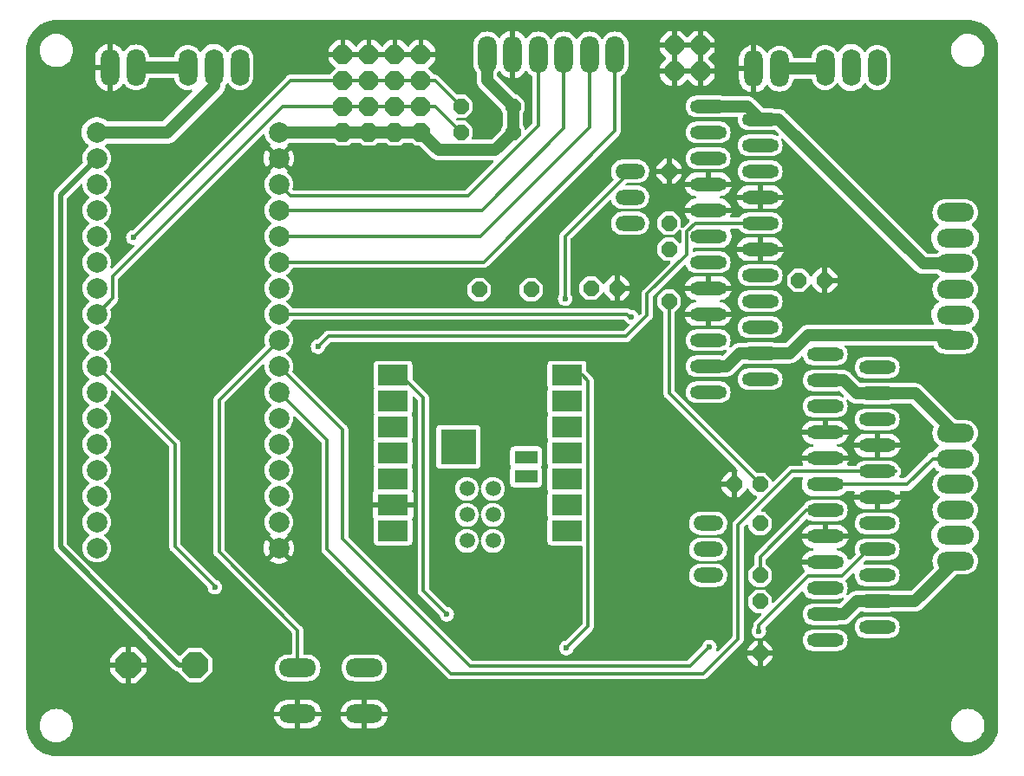
<source format=gbr>
%TF.GenerationSoftware,KiCad,Pcbnew,7.0.8*%
%TF.CreationDate,2024-06-07T19:37:29+09:00*%
%TF.ProjectId,untitled,756e7469-746c-4656-942e-6b696361645f,rev?*%
%TF.SameCoordinates,Original*%
%TF.FileFunction,Copper,L1,Top*%
%TF.FilePolarity,Positive*%
%FSLAX46Y46*%
G04 Gerber Fmt 4.6, Leading zero omitted, Abs format (unit mm)*
G04 Created by KiCad (PCBNEW 7.0.8) date 2024-06-07 19:37:29*
%MOMM*%
%LPD*%
G01*
G04 APERTURE LIST*
G04 Aperture macros list*
%AMOutline5P*
0 Free polygon, 5 corners , with rotation*
0 The origin of the aperture is its center*
0 number of corners: always 5*
0 $1 to $10 corner X, Y*
0 $11 Rotation angle, in degrees counterclockwise*
0 create outline with 5 corners*
4,1,5,$1,$2,$3,$4,$5,$6,$7,$8,$9,$10,$1,$2,$11*%
%AMOutline6P*
0 Free polygon, 6 corners , with rotation*
0 The origin of the aperture is its center*
0 number of corners: always 6*
0 $1 to $12 corner X, Y*
0 $13 Rotation angle, in degrees counterclockwise*
0 create outline with 6 corners*
4,1,6,$1,$2,$3,$4,$5,$6,$7,$8,$9,$10,$11,$12,$1,$2,$13*%
%AMOutline7P*
0 Free polygon, 7 corners , with rotation*
0 The origin of the aperture is its center*
0 number of corners: always 7*
0 $1 to $14 corner X, Y*
0 $15 Rotation angle, in degrees counterclockwise*
0 create outline with 7 corners*
4,1,7,$1,$2,$3,$4,$5,$6,$7,$8,$9,$10,$11,$12,$13,$14,$1,$2,$15*%
%AMOutline8P*
0 Free polygon, 8 corners , with rotation*
0 The origin of the aperture is its center*
0 number of corners: always 8*
0 $1 to $16 corner X, Y*
0 $17 Rotation angle, in degrees counterclockwise*
0 create outline with 8 corners*
4,1,8,$1,$2,$3,$4,$5,$6,$7,$8,$9,$10,$11,$12,$13,$14,$15,$16,$1,$2,$17*%
G04 Aperture macros list end*
%TA.AperFunction,ComponentPad*%
%ADD10O,3.600000X1.300000*%
%TD*%
%TA.AperFunction,ComponentPad*%
%ADD11R,3.000000X2.000000*%
%TD*%
%TA.AperFunction,SMDPad,CuDef*%
%ADD12C,1.500000*%
%TD*%
%TA.AperFunction,SMDPad,CuDef*%
%ADD13R,2.300000X1.300000*%
%TD*%
%TA.AperFunction,SMDPad,CuDef*%
%ADD14R,3.500000X3.500000*%
%TD*%
%TA.AperFunction,ComponentPad*%
%ADD15C,2.000000*%
%TD*%
%TA.AperFunction,ComponentPad*%
%ADD16O,2.926080X1.463040*%
%TD*%
%TA.AperFunction,ComponentPad*%
%ADD17O,3.657600X1.828800*%
%TD*%
%TA.AperFunction,ComponentPad*%
%ADD18Outline8P,-1.270000X0.526051X-0.526051X1.270000X0.526051X1.270000X1.270000X0.526051X1.270000X-0.526051X0.526051X-1.270000X-0.526051X-1.270000X-1.270000X-0.526051X0.000000*%
%TD*%
%TA.AperFunction,ComponentPad*%
%ADD19O,1.828800X3.657600*%
%TD*%
%TA.AperFunction,ComponentPad*%
%ADD20O,1.800000X3.600000*%
%TD*%
%TA.AperFunction,ComponentPad*%
%ADD21Outline8P,-0.731520X0.303006X-0.303006X0.731520X0.303006X0.731520X0.731520X0.303006X0.731520X-0.303006X0.303006X-0.731520X-0.303006X-0.731520X-0.731520X-0.303006X180.000000*%
%TD*%
%TA.AperFunction,ComponentPad*%
%ADD22Outline8P,-0.731520X0.303006X-0.303006X0.731520X0.303006X0.731520X0.731520X0.303006X0.731520X-0.303006X0.303006X-0.731520X-0.303006X-0.731520X-0.731520X-0.303006X270.000000*%
%TD*%
%TA.AperFunction,ComponentPad*%
%ADD23Outline8P,-0.731520X0.303006X-0.303006X0.731520X0.303006X0.731520X0.731520X0.303006X0.731520X-0.303006X0.303006X-0.731520X-0.303006X-0.731520X-0.731520X-0.303006X0.000000*%
%TD*%
%TA.AperFunction,ComponentPad*%
%ADD24Outline8P,-0.731520X0.303006X-0.303006X0.731520X0.303006X0.731520X0.731520X0.303006X0.731520X-0.303006X0.303006X-0.731520X-0.303006X-0.731520X-0.731520X-0.303006X90.000000*%
%TD*%
%TA.AperFunction,ComponentPad*%
%ADD25Outline8P,-0.914400X0.378757X-0.378757X0.914400X0.378757X0.914400X0.914400X0.378757X0.914400X-0.378757X0.378757X-0.914400X-0.378757X-0.914400X-0.914400X-0.378757X90.000000*%
%TD*%
%TA.AperFunction,ComponentPad*%
%ADD26Outline8P,-0.914400X0.378757X-0.378757X0.914400X0.378757X0.914400X0.914400X0.378757X0.914400X-0.378757X0.378757X-0.914400X-0.378757X-0.914400X-0.914400X-0.378757X0.000000*%
%TD*%
%TA.AperFunction,ViaPad*%
%ADD27C,0.500000*%
%TD*%
%TA.AperFunction,ViaPad*%
%ADD28C,0.600000*%
%TD*%
%TA.AperFunction,Conductor*%
%ADD29C,0.300000*%
%TD*%
%TA.AperFunction,Conductor*%
%ADD30C,0.500000*%
%TD*%
%TA.AperFunction,Conductor*%
%ADD31C,1.200000*%
%TD*%
G04 APERTURE END LIST*
D10*
%TO.P,U$2,CLK,STP*%
%TO.N,/STP0*%
X172720000Y-88900000D03*
%TO.P,U$2,DIR,DIR*%
%TO.N,/DIR0*%
X172720000Y-96520000D03*
%TO.P,U$2,FLAG,FLAG*%
%TO.N,unconnected-(U$2-PadFLAG)*%
X172720000Y-99060000D03*
%TO.P,U$2,GND,GND*%
%TO.N,GND*%
X172720000Y-91440000D03*
%TO.P,U$2,M1,M1*%
X167640000Y-85090000D03*
%TO.P,U$2,M2,M2*%
X172720000Y-86360000D03*
%TO.P,U$2,M3,M3*%
X167640000Y-87630000D03*
%TO.P,U$2,NC*%
%TO.N,N/C*%
X172720000Y-83820000D03*
%TO.P,U$2,OUTA/1,A/*%
%TO.N,/A{slash}*%
X167640000Y-80010000D03*
%TO.P,U$2,OUTA/2,A/*%
X172720000Y-81280000D03*
%TO.P,U$2,OUTA1,A*%
%TO.N,/A*%
X167640000Y-77470000D03*
%TO.P,U$2,OUTA2,A*%
X172720000Y-78740000D03*
%TO.P,U$2,OUTB/1,B/*%
%TO.N,/B{slash}*%
X172720000Y-101600000D03*
%TO.P,U$2,OUTB/2,B/*%
X167640000Y-102870000D03*
%TO.P,U$2,OUTB1,B*%
%TO.N,/B_*%
X172720000Y-104140000D03*
%TO.P,U$2,OUTB2,B*%
X167640000Y-105410000D03*
%TO.P,U$2,RST,RST*%
%TO.N,GND*%
X167640000Y-95250000D03*
%TO.P,U$2,SENSEA,SENSEA*%
%TO.N,unconnected-(U$2-PadSENSEA)*%
X167640000Y-82550000D03*
%TO.P,U$2,SENSEB,SENSEB*%
%TO.N,unconnected-(U$2-PadSENSEB)*%
X167640000Y-100330000D03*
%TO.P,U$2,SLP,SLP*%
%TO.N,Net-(R5-Pad1)*%
X167640000Y-92710000D03*
%TO.P,U$2,SYNC,SYNC*%
%TO.N,GND*%
X167640000Y-97790000D03*
%TO.P,U$2,VBB,VMOT*%
%TO.N,+12V*%
X167640000Y-90170000D03*
%TO.P,U$2,VDD,VDD*%
%TO.N,+3V3*%
X172720000Y-93980000D03*
%TD*%
%TO.P,U$3,CLK,STP*%
%TO.N,/STP1*%
X184150000Y-113150000D03*
%TO.P,U$3,DIR,DIR*%
%TO.N,/DIR1*%
X184150000Y-120770000D03*
%TO.P,U$3,FLAG,FLAG*%
%TO.N,unconnected-(U$3-PadFLAG)*%
X184150000Y-123310000D03*
%TO.P,U$3,GND,GND*%
%TO.N,GND*%
X184150000Y-115690000D03*
%TO.P,U$3,M1,M1*%
X179070000Y-109340000D03*
%TO.P,U$3,M2,M2*%
X184150000Y-110610000D03*
%TO.P,U$3,M3,M3*%
X179070000Y-111880000D03*
%TO.P,U$3,NC*%
%TO.N,N/C*%
X184150000Y-108070000D03*
%TO.P,U$3,OUTA/1,A/*%
%TO.N,/A{slash}1*%
X179070000Y-104260000D03*
%TO.P,U$3,OUTA/2,A/*%
X184150000Y-105530000D03*
%TO.P,U$3,OUTA1,A*%
%TO.N,/A1*%
X179070000Y-101720000D03*
%TO.P,U$3,OUTA2,A*%
X184150000Y-102990000D03*
%TO.P,U$3,OUTB/1,B/*%
%TO.N,/B{slash}1*%
X184150000Y-125850000D03*
%TO.P,U$3,OUTB/2,B/*%
X179070000Y-127120000D03*
%TO.P,U$3,OUTB1,B*%
%TO.N,/B1*%
X184150000Y-128390000D03*
%TO.P,U$3,OUTB2,B*%
X179070000Y-129660000D03*
%TO.P,U$3,RST,RST*%
%TO.N,GND*%
X179070000Y-119500000D03*
%TO.P,U$3,SENSEA,SENSEA*%
%TO.N,unconnected-(U$3-PadSENSEA)*%
X179070000Y-106800000D03*
%TO.P,U$3,SENSEB,SENSEB*%
%TO.N,unconnected-(U$3-PadSENSEB)*%
X179070000Y-124580000D03*
%TO.P,U$3,SLP,SLP*%
%TO.N,Net-(R1-Pad1)*%
X179070000Y-116960000D03*
%TO.P,U$3,SYNC,SYNC*%
%TO.N,GND*%
X179070000Y-122040000D03*
%TO.P,U$3,VBB,VMOT*%
%TO.N,+12V*%
X179070000Y-114420000D03*
%TO.P,U$3,VDD,VDD*%
%TO.N,+3V3*%
X184150000Y-118230000D03*
%TD*%
D11*
%TO.P,U2,1,PA02_A0_D0*%
%TO.N,unconnected-(U2-PA02_A0_D0-Pad1)*%
X153860000Y-118980000D03*
%TO.P,U2,2,PA4_A1_D1*%
%TO.N,unconnected-(U2-PA4_A1_D1-Pad2)*%
X153860000Y-116440000D03*
%TO.P,U2,3,PA10_A2_D2*%
%TO.N,unconnected-(U2-PA10_A2_D2-Pad3)*%
X153860000Y-113900000D03*
%TO.P,U2,4,PA11_A3_D3*%
%TO.N,unconnected-(U2-PA11_A3_D3-Pad4)*%
X153860000Y-111360000D03*
%TO.P,U2,5,PA8_A4_D4_SDA*%
%TO.N,unconnected-(U2-PA8_A4_D4_SDA-Pad5)*%
X153860000Y-108820000D03*
%TO.P,U2,6,PA9_A5_D5_SCL*%
%TO.N,unconnected-(U2-PA9_A5_D5_SCL-Pad6)*%
X153860000Y-106280000D03*
%TO.P,U2,7,PB08_A6_D6_TX*%
%TO.N,Net-(U1-GPIO9)*%
X153860000Y-103740000D03*
%TO.P,U2,8,PB09_A7_D7_RX*%
%TO.N,Net-(U1-GPIO8)*%
X136860000Y-103740000D03*
%TO.P,U2,9,PA7_A8_D8_SCK*%
%TO.N,unconnected-(U2-PA7_A8_D8_SCK-Pad9)*%
X136860000Y-106280000D03*
%TO.P,U2,10,PA5_A9_D9_MISO*%
%TO.N,unconnected-(U2-PA5_A9_D9_MISO-Pad10)*%
X136860000Y-108820000D03*
%TO.P,U2,11,PA6_A10_D10_MOSI*%
%TO.N,unconnected-(U2-PA6_A10_D10_MOSI-Pad11)*%
X136860000Y-111360000D03*
%TO.P,U2,12,3V3*%
%TO.N,+3V3*%
X136860000Y-113900000D03*
%TO.P,U2,13,GND*%
%TO.N,GND*%
X136860000Y-116440000D03*
%TO.P,U2,14,5V*%
%TO.N,unconnected-(U2-5V-Pad14)*%
X136860000Y-118980000D03*
D12*
%TO.P,U2,15,5V*%
%TO.N,unconnected-(U2-5V-Pad15)*%
X146630000Y-119940000D03*
%TO.P,U2,16,GND*%
%TO.N,unconnected-(U2-GND-Pad16)*%
X144090000Y-119940000D03*
%TO.P,U2,17,PA31_SWDIO*%
%TO.N,unconnected-(U2-PA31_SWDIO-Pad17)*%
X146630000Y-117400000D03*
%TO.P,U2,18,PA30_SWCLK*%
%TO.N,unconnected-(U2-PA30_SWCLK-Pad18)*%
X144090000Y-117400000D03*
%TO.P,U2,19,RESET*%
%TO.N,unconnected-(U2-RESET-Pad19)*%
X146630000Y-114860000D03*
%TO.P,U2,20,GND*%
%TO.N,unconnected-(U2-GND-Pad20)*%
X144090000Y-114860000D03*
D13*
%TO.P,U2,21*%
%TO.N,N/C*%
X149860000Y-113660000D03*
%TO.P,U2,22*%
X149860000Y-111760000D03*
D14*
%TO.P,U2,23*%
X143260000Y-110760000D03*
%TD*%
D15*
%TO.P,U1,1,+5V*%
%TO.N,+5V*%
X107950000Y-80010000D03*
%TO.P,U1,2,GPIO0*%
%TO.N,Net-(U1-GPIO0)*%
X107950000Y-82550000D03*
%TO.P,U1,3,GPIO1*%
%TO.N,unconnected-(U1-GPIO1-Pad3)*%
X107950000Y-85090000D03*
%TO.P,U1,4,GPIO2*%
%TO.N,unconnected-(U1-GPIO2-Pad4)*%
X107950000Y-87630000D03*
%TO.P,U1,5,GPIO3*%
%TO.N,unconnected-(U1-GPIO3-Pad5)*%
X107950000Y-90170000D03*
%TO.P,U1,6,GPIO4*%
%TO.N,unconnected-(U1-GPIO4-Pad6)*%
X107950000Y-92710000D03*
%TO.P,U1,7,GPIO5*%
%TO.N,unconnected-(U1-GPIO5-Pad7)*%
X107950000Y-95250000D03*
%TO.P,U1,8,GPIO6*%
%TO.N,/SDA*%
X107950000Y-97790000D03*
%TO.P,U1,9,GPIO7*%
%TO.N,/SCL*%
X107950000Y-100330000D03*
%TO.P,U1,10,GPIO8*%
%TO.N,Net-(U1-GPIO8)*%
X107950000Y-102870000D03*
%TO.P,U1,11,GPIO9*%
%TO.N,Net-(U1-GPIO9)*%
X107950000Y-105410000D03*
%TO.P,U1,12,GPIO10*%
%TO.N,unconnected-(U1-GPIO10-Pad12)*%
X107950000Y-107950000D03*
%TO.P,U1,13,GPIO11*%
%TO.N,unconnected-(U1-GPIO11-Pad13)*%
X107950000Y-110490000D03*
%TO.P,U1,14,GPIO12*%
%TO.N,unconnected-(U1-GPIO12-Pad14)*%
X107950000Y-113030000D03*
%TO.P,U1,15,GPIO13*%
%TO.N,unconnected-(U1-GPIO13-Pad15)*%
X107950000Y-115570000D03*
%TO.P,U1,16,GPIO14*%
%TO.N,unconnected-(U1-GPIO14-Pad16)*%
X107950000Y-118110000D03*
%TO.P,U1,17,GPIO15*%
%TO.N,unconnected-(U1-GPIO15-Pad17)*%
X107950000Y-120650000D03*
%TO.P,U1,18,GND*%
%TO.N,GND*%
X125730000Y-120650000D03*
%TO.P,U1,19,GPIO16*%
%TO.N,/SLP1*%
X125730000Y-118110000D03*
%TO.P,U1,20,GPIO17*%
%TO.N,/SLP0*%
X125730000Y-115570000D03*
%TO.P,U1,21,GPIO18*%
%TO.N,unconnected-(U1-GPIO18-Pad21)*%
X125730000Y-113030000D03*
%TO.P,U1,22,GPIO19*%
%TO.N,unconnected-(U1-GPIO19-Pad22)*%
X125730000Y-110490000D03*
%TO.P,U1,23,GPIO20*%
%TO.N,/STP0*%
X125730000Y-107950000D03*
%TO.P,U1,24,GPIO21*%
%TO.N,/STP1*%
X125730000Y-105410000D03*
%TO.P,U1,25,GPIO22*%
%TO.N,/DIR1*%
X125730000Y-102870000D03*
%TO.P,U1,26,GPIO23*%
%TO.N,/SW0*%
X125730000Y-100330000D03*
%TO.P,U1,27,GPIO24*%
%TO.N,/DIR0*%
X125730000Y-97790000D03*
%TO.P,U1,28,GPIO25*%
%TO.N,unconnected-(U1-GPIO25-Pad28)*%
X125730000Y-95250000D03*
%TO.P,U1,29,ADC0*%
%TO.N,/S0*%
X125730000Y-92710000D03*
%TO.P,U1,30,ADC1*%
%TO.N,/S1*%
X125730000Y-90170000D03*
%TO.P,U1,31,ADC2*%
%TO.N,/S2*%
X125730000Y-87630000D03*
%TO.P,U1,32,ADC3*%
%TO.N,/S3*%
X125730000Y-85090000D03*
%TO.P,U1,33,GND*%
%TO.N,GND*%
X125730000Y-82550000D03*
%TO.P,U1,34,+3.3V*%
%TO.N,+3V3*%
X125730000Y-80010000D03*
%TD*%
D16*
%TO.P,T2,B,B*%
%TO.N,/SLP1*%
X167640000Y-118230000D03*
%TO.P,T2,C,C*%
%TO.N,+3V3*%
X167640000Y-120770000D03*
%TO.P,T2,E,E*%
%TO.N,Net-(R1-Pad1)*%
X167640000Y-123310000D03*
%TD*%
%TO.P,T1,E,E*%
%TO.N,Net-(R5-Pad1)*%
X160020000Y-88900000D03*
%TO.P,T1,C,C*%
%TO.N,+3V3*%
X160020000Y-86360000D03*
%TO.P,T1,B,B*%
%TO.N,/SLP0*%
X160020000Y-83820000D03*
%TD*%
D17*
%TO.P,STP1,1,1*%
%TO.N,/A{slash}1*%
X191770000Y-109420000D03*
%TO.P,STP1,2,2*%
%TO.N,+12V*%
X191770000Y-111920000D03*
%TO.P,STP1,3,3*%
%TO.N,/A1*%
X191770000Y-114420000D03*
%TO.P,STP1,4,4*%
%TO.N,/B1*%
X191770000Y-116920000D03*
%TO.P,STP1,5,5*%
%TO.N,+12V*%
X191770000Y-119420000D03*
%TO.P,STP1,6,6*%
%TO.N,/B{slash}1*%
X191770000Y-121920000D03*
%TD*%
%TO.P,STP0,1,1*%
%TO.N,/A{slash}*%
X191770000Y-87850000D03*
%TO.P,STP0,2,2*%
%TO.N,+12V*%
X191770000Y-90350000D03*
%TO.P,STP0,3,3*%
%TO.N,/A*%
X191770000Y-92850000D03*
%TO.P,STP0,4,4*%
%TO.N,/B_*%
X191770000Y-95350000D03*
%TO.P,STP0,5,5*%
%TO.N,+12V*%
X191770000Y-97850000D03*
%TO.P,STP0,6,6*%
%TO.N,/B{slash}*%
X191770000Y-100350000D03*
%TD*%
D18*
%TO.P,SP1,1,1*%
%TO.N,GND*%
X111048800Y-132080000D03*
%TO.P,SP1,2,2*%
%TO.N,Net-(U1-GPIO0)*%
X117551200Y-132080000D03*
%TD*%
D19*
%TO.P,SENSOR0,1,1*%
%TO.N,+3V3*%
X146050000Y-72390000D03*
%TO.P,SENSOR0,2,2*%
%TO.N,GND*%
X148550000Y-72390000D03*
%TO.P,SENSOR0,3,3*%
%TO.N,/S3*%
X151050000Y-72390000D03*
%TO.P,SENSOR0,4,4*%
%TO.N,/S2*%
X153550000Y-72390000D03*
%TO.P,SENSOR0,5,5*%
%TO.N,/S1*%
X156050000Y-72390000D03*
%TO.P,SENSOR0,6,6*%
%TO.N,/S0*%
X158550000Y-72390000D03*
%TD*%
D20*
%TO.P,S4,1,O*%
%TO.N,unconnected-(S4-O-Pad1)*%
X121920000Y-73660000D03*
%TO.P,S4,2,P*%
%TO.N,+5V*%
X119380000Y-73660000D03*
%TO.P,S4,3,S*%
%TO.N,Net-(S4-S)*%
X116840000Y-73660000D03*
%TD*%
%TO.P,S3,1,O*%
%TO.N,unconnected-(S3-O-Pad1)*%
X184150000Y-73660000D03*
%TO.P,S3,2,P*%
%TO.N,+12V*%
X181610000Y-73660000D03*
%TO.P,S3,3,S*%
%TO.N,Net-(S3-S)*%
X179070000Y-73660000D03*
%TD*%
D17*
%TO.P,S1,1,S*%
%TO.N,/SW0*%
X127558800Y-132359400D03*
%TO.P,S1,2,S1*%
%TO.N,unconnected-(S1-S1-Pad2)*%
X134061200Y-132359400D03*
%TO.P,S1,3,P*%
%TO.N,GND*%
X127558800Y-136880600D03*
%TO.P,S1,4,P1*%
X134061200Y-136880600D03*
%TD*%
D21*
%TO.P,R7,1,1*%
%TO.N,Net-(LED1-PadA)*%
X150368000Y-95377000D03*
%TO.P,R7,2,2*%
%TO.N,+3V3*%
X145288000Y-95377000D03*
%TD*%
D22*
%TO.P,R6,2,2*%
%TO.N,Net-(R5-Pad1)*%
X163830000Y-88900000D03*
%TO.P,R6,1,1*%
%TO.N,GND*%
X163830000Y-83820000D03*
%TD*%
%TO.P,R5,2,2*%
%TO.N,+3V3*%
X163830000Y-96520000D03*
%TO.P,R5,1,1*%
%TO.N,Net-(R5-Pad1)*%
X163830000Y-91440000D03*
%TD*%
D23*
%TO.P,R4,1,1*%
%TO.N,/SCL*%
X143510000Y-77470000D03*
%TO.P,R4,2,2*%
%TO.N,+3V3*%
X148590000Y-77470000D03*
%TD*%
%TO.P,R3,1,1*%
%TO.N,/SDA*%
X143510000Y-80010000D03*
%TO.P,R3,2,2*%
%TO.N,+3V3*%
X148590000Y-80010000D03*
%TD*%
D24*
%TO.P,R2,1,1*%
%TO.N,GND*%
X172720000Y-130930000D03*
%TO.P,R2,2,2*%
%TO.N,Net-(R1-Pad1)*%
X172720000Y-125850000D03*
%TD*%
%TO.P,R1,1,1*%
%TO.N,Net-(R1-Pad1)*%
X172720000Y-123310000D03*
%TO.P,R1,2,2*%
%TO.N,+3V3*%
X172720000Y-118230000D03*
%TD*%
D23*
%TO.P,LED1,A,A*%
%TO.N,Net-(LED1-PadA)*%
X156210000Y-95250000D03*
%TO.P,LED1,K,C*%
%TO.N,GND*%
X158750000Y-95250000D03*
%TD*%
D19*
%TO.P,JP5,1,1*%
%TO.N,GND*%
X109220000Y-73660000D03*
%TO.P,JP5,2,2*%
%TO.N,Net-(S4-S)*%
X111760000Y-73660000D03*
%TD*%
%TO.P,JP4,1,1*%
%TO.N,GND*%
X172085000Y-73787000D03*
%TO.P,JP4,2,2*%
%TO.N,Net-(S3-S)*%
X174625000Y-73787000D03*
%TD*%
D25*
%TO.P,JP2,1,1*%
%TO.N,+3V3*%
X139599000Y-80010000D03*
%TO.P,JP2,2,2*%
X137059000Y-80010000D03*
%TO.P,JP2,3,3*%
%TO.N,/SDA*%
X139599000Y-77470000D03*
%TO.P,JP2,4,4*%
X137059000Y-77470000D03*
%TO.P,JP2,5,5*%
%TO.N,/SCL*%
X139599000Y-74930000D03*
%TO.P,JP2,6,6*%
X137059000Y-74930000D03*
%TO.P,JP2,7,7*%
%TO.N,GND*%
X139599000Y-72390000D03*
%TO.P,JP2,8,8*%
X137059000Y-72390000D03*
%TD*%
%TO.P,JP1,1,1*%
%TO.N,+3V3*%
X134519000Y-80010000D03*
%TO.P,JP1,2,2*%
X131979000Y-80010000D03*
%TO.P,JP1,3,3*%
%TO.N,/SDA*%
X134519000Y-77470000D03*
%TO.P,JP1,4,4*%
X131979000Y-77470000D03*
%TO.P,JP1,5,5*%
%TO.N,/SCL*%
X134519000Y-74930000D03*
%TO.P,JP1,6,6*%
X131979000Y-74930000D03*
%TO.P,JP1,7,7*%
%TO.N,GND*%
X134519000Y-72390000D03*
%TO.P,JP1,8,8*%
X131979000Y-72390000D03*
%TD*%
D26*
%TO.P,GND0,1,1*%
%TO.N,GND*%
X164338000Y-74041000D03*
%TO.P,GND0,2,2*%
X164338000Y-71501000D03*
%TO.P,GND0,3,3*%
X166878000Y-74041000D03*
%TO.P,GND0,4,4*%
X166878000Y-71501000D03*
%TD*%
D21*
%TO.P,C3,1,1*%
%TO.N,GND*%
X179025200Y-94479200D03*
%TO.P,C3,2,2*%
%TO.N,+3V3*%
X176485200Y-94479200D03*
%TD*%
D23*
%TO.P,C1,1,1*%
%TO.N,GND*%
X170180000Y-114420000D03*
%TO.P,C1,2,2*%
%TO.N,+3V3*%
X172720000Y-114420000D03*
%TD*%
D27*
%TO.N,GND*%
X162179000Y-112141000D03*
X163449000Y-110871000D03*
X162179000Y-114681000D03*
X164719000Y-112141000D03*
X165989000Y-110871000D03*
X164719000Y-110871000D03*
X164719000Y-113411000D03*
X163449000Y-113411000D03*
X160909000Y-113411000D03*
X163449000Y-115951000D03*
X165989000Y-115951000D03*
X165989000Y-114681000D03*
X163449000Y-112141000D03*
X160909000Y-115951000D03*
X160909000Y-114681000D03*
X164719000Y-115951000D03*
X162179000Y-115951000D03*
X164719000Y-114681000D03*
X165989000Y-113411000D03*
X163449000Y-114681000D03*
X162179000Y-113411000D03*
X160909000Y-112141000D03*
X165989000Y-112141000D03*
X162179000Y-110871000D03*
X186563000Y-132334000D03*
X187833000Y-131064000D03*
X186563000Y-134874000D03*
X189103000Y-132334000D03*
X190373000Y-131064000D03*
X189103000Y-131064000D03*
X189103000Y-133604000D03*
X187833000Y-133604000D03*
X185293000Y-133604000D03*
X187833000Y-136144000D03*
X190373000Y-136144000D03*
X190373000Y-134874000D03*
X187833000Y-132334000D03*
X185293000Y-136144000D03*
X185293000Y-134874000D03*
X189103000Y-136144000D03*
X186563000Y-136144000D03*
X189103000Y-134874000D03*
X190373000Y-133604000D03*
X187833000Y-134874000D03*
X186563000Y-133604000D03*
X185293000Y-132334000D03*
X190373000Y-132334000D03*
X186563000Y-131064000D03*
X119761000Y-96520000D03*
X118491000Y-96520000D03*
X117221000Y-96520000D03*
X115951000Y-96520000D03*
X114681000Y-96520000D03*
X119761000Y-95250000D03*
X118491000Y-95250000D03*
X117221000Y-95250000D03*
X115951000Y-95250000D03*
X114681000Y-95250000D03*
X119761000Y-93980000D03*
X118491000Y-93980000D03*
X117221000Y-93980000D03*
X115951000Y-93980000D03*
X114681000Y-93980000D03*
X119761000Y-92710000D03*
X118491000Y-92710000D03*
X117221000Y-92710000D03*
X115951000Y-92710000D03*
X114681000Y-92710000D03*
X119761000Y-91440000D03*
X118491000Y-91440000D03*
X117221000Y-91440000D03*
X115951000Y-91440000D03*
X114681000Y-91440000D03*
D28*
%TO.N,Net-(U1-GPIO9)*%
X153797000Y-130429000D03*
%TO.N,Net-(U1-GPIO8)*%
X142113000Y-127127000D03*
X119473041Y-124493959D03*
%TO.N,/SLP0*%
X153670000Y-96266000D03*
%TO.N,/DIR0*%
X160147000Y-98044000D03*
%TO.N,/DIR1*%
X167767000Y-130302000D03*
X172593000Y-128778000D03*
%TO.N,/STP0*%
X129540000Y-100965000D03*
%TO.N,/SCL*%
X111506000Y-90297000D03*
%TD*%
D29*
%TO.N,+3V3*%
X163830000Y-105530000D02*
X163830000Y-96520000D01*
X172720000Y-114420000D02*
X163830000Y-105530000D01*
D30*
%TO.N,Net-(U1-GPIO0)*%
X115951000Y-132080000D02*
X117551200Y-132080000D01*
X104394000Y-120523000D02*
X115951000Y-132080000D01*
X104394000Y-86106000D02*
X104394000Y-120523000D01*
X107950000Y-82550000D02*
X104394000Y-86106000D01*
D29*
%TO.N,/SW0*%
X119878541Y-106181459D02*
X125730000Y-100330000D01*
X127558800Y-128701800D02*
X119878541Y-121021541D01*
X119878541Y-121021541D02*
X119878541Y-106181459D01*
X127558800Y-132359400D02*
X127558800Y-128701800D01*
%TO.N,Net-(U1-GPIO8)*%
X115570000Y-120523000D02*
X119473041Y-124426041D01*
X119473041Y-124426041D02*
X119473041Y-124493959D01*
X107950000Y-102870000D02*
X115570000Y-110490000D01*
X115570000Y-110490000D02*
X115570000Y-120523000D01*
%TO.N,Net-(U1-GPIO9)*%
X155910000Y-128316000D02*
X153797000Y-130429000D01*
X155910000Y-104290000D02*
X155910000Y-128316000D01*
X155360000Y-103740000D02*
X155910000Y-104290000D01*
X153860000Y-103740000D02*
X155360000Y-103740000D01*
%TO.N,Net-(U1-GPIO8)*%
X137597818Y-103740000D02*
X136860000Y-103740000D01*
X139827000Y-105969182D02*
X137597818Y-103740000D01*
X142113000Y-127127000D02*
X139827000Y-124841000D01*
X139827000Y-124841000D02*
X139827000Y-105969182D01*
%TO.N,/SLP0*%
X153670000Y-90170000D02*
X153670000Y-96266000D01*
X160020000Y-83820000D02*
X153670000Y-90170000D01*
%TO.N,Net-(LED1-PadA)*%
X150368000Y-95377000D02*
X150495000Y-95250000D01*
%TO.N,/DIR0*%
X160147000Y-98044000D02*
X159985134Y-98044000D01*
X159985134Y-98044000D02*
X159731134Y-97790000D01*
%TO.N,/STP0*%
X165564283Y-91939114D02*
X165564283Y-89705717D01*
X166370000Y-88900000D02*
X172720000Y-88900000D01*
X161698344Y-95805053D02*
X165564283Y-91939114D01*
X161698344Y-97910000D02*
X161698344Y-95805053D01*
X165564283Y-89705717D02*
X166370000Y-88900000D01*
%TO.N,/DIR1*%
X165857480Y-132211520D02*
X164846000Y-132211520D01*
X167767000Y-130302000D02*
X165857480Y-132211520D01*
X164846000Y-132211520D02*
X164968480Y-132211520D01*
X144403520Y-132211520D02*
X164846000Y-132211520D01*
X172593000Y-128210397D02*
X172593000Y-128778000D01*
X177423397Y-123380000D02*
X172593000Y-128210397D01*
X180712977Y-123380000D02*
X177423397Y-123380000D01*
X183322977Y-120770000D02*
X180712977Y-123380000D01*
X184150000Y-120770000D02*
X183322977Y-120770000D01*
%TO.N,/STP1*%
X130429000Y-110109000D02*
X125730000Y-105410000D01*
X170561000Y-129540000D02*
X167189480Y-132911520D01*
X130429000Y-120777000D02*
X130429000Y-110109000D01*
X175802344Y-113150000D02*
X170561000Y-118391344D01*
X170561000Y-118391344D02*
X170561000Y-129540000D01*
X167189480Y-132911520D02*
X142563520Y-132911520D01*
X142563520Y-132911520D02*
X130429000Y-120777000D01*
X184150000Y-113150000D02*
X175802344Y-113150000D01*
%TO.N,+12V*%
X189578000Y-111920000D02*
X191770000Y-111920000D01*
X187078000Y-114420000D02*
X189578000Y-111920000D01*
X179070000Y-114420000D02*
X187078000Y-114420000D01*
%TO.N,Net-(R1-Pad1)*%
X172720000Y-121513851D02*
X172720000Y-123310000D01*
X177273851Y-116960000D02*
X172720000Y-121513851D01*
X179070000Y-116960000D02*
X177273851Y-116960000D01*
D31*
%TO.N,/B{slash}*%
X175604738Y-101600000D02*
X177384738Y-99820000D01*
X177384738Y-99820000D02*
X191240000Y-99820000D01*
X172720000Y-101600000D02*
X175604738Y-101600000D01*
X191240000Y-99820000D02*
X191770000Y-100350000D01*
X170705070Y-101600000D02*
X172720000Y-101600000D01*
X169435070Y-102870000D02*
X170705070Y-101600000D01*
X167640000Y-102870000D02*
X169435070Y-102870000D01*
%TO.N,/A*%
X174515070Y-78740000D02*
X188625070Y-92850000D01*
X188625070Y-92850000D02*
X191770000Y-92850000D01*
X172720000Y-78740000D02*
X174515070Y-78740000D01*
X167640000Y-77470000D02*
X171450000Y-77470000D01*
X171450000Y-77470000D02*
X172720000Y-78740000D01*
%TO.N,/B{slash}1*%
X187840000Y-125850000D02*
X191770000Y-121920000D01*
X184150000Y-125850000D02*
X187840000Y-125850000D01*
X182135070Y-125850000D02*
X184150000Y-125850000D01*
X180865070Y-127120000D02*
X182135070Y-125850000D01*
X179070000Y-127120000D02*
X180865070Y-127120000D01*
D29*
%TO.N,/DIR1*%
X131953000Y-119761000D02*
X144403520Y-132211520D01*
X131953000Y-109093000D02*
X131953000Y-119761000D01*
X125730000Y-102870000D02*
X131953000Y-109093000D01*
%TO.N,/STP1*%
X185945070Y-113150000D02*
X184150000Y-113150000D01*
D31*
%TO.N,/A{slash}1*%
X187880000Y-105530000D02*
X191770000Y-109420000D01*
X184150000Y-105530000D02*
X187880000Y-105530000D01*
X180865070Y-104260000D02*
X182135070Y-105530000D01*
X182135070Y-105530000D02*
X184150000Y-105530000D01*
X179070000Y-104260000D02*
X180865070Y-104260000D01*
D29*
%TO.N,+12V*%
X167231134Y-90290000D02*
X167640000Y-90290000D01*
%TO.N,/DIR0*%
X125730000Y-97790000D02*
X159731134Y-97790000D01*
D31*
%TO.N,Net-(S3-S)*%
X178943000Y-73787000D02*
X179070000Y-73660000D01*
X174625000Y-73787000D02*
X178943000Y-73787000D01*
%TO.N,Net-(S4-S)*%
X111760000Y-73660000D02*
X116840000Y-73660000D01*
%TO.N,+5V*%
X114825070Y-80010000D02*
X119380000Y-75455070D01*
X119380000Y-75455070D02*
X119380000Y-73660000D01*
X107950000Y-80010000D02*
X114825070Y-80010000D01*
D29*
%TO.N,/STP0*%
X130556000Y-99949000D02*
X129540000Y-100965000D01*
X159659344Y-99949000D02*
X130556000Y-99949000D01*
X161698344Y-97910000D02*
X159659344Y-99949000D01*
%TO.N,/S3*%
X126873000Y-86233000D02*
X125730000Y-85090000D01*
X144179344Y-86233000D02*
X126873000Y-86233000D01*
X151050000Y-72390000D02*
X151050000Y-79362344D01*
X151050000Y-79362344D02*
X144179344Y-86233000D01*
D31*
%TO.N,+3V3*%
X146050000Y-74930000D02*
X146050000Y-72390000D01*
X148590000Y-77470000D02*
X146050000Y-74930000D01*
X148590000Y-80010000D02*
X148590000Y-77470000D01*
X146858480Y-81741520D02*
X148590000Y-80010000D01*
X141330520Y-81741520D02*
X146858480Y-81741520D01*
X139599000Y-80010000D02*
X141330520Y-81741520D01*
X137059000Y-80010000D02*
X139599000Y-80010000D01*
X134519000Y-80010000D02*
X137059000Y-80010000D01*
X131979000Y-80010000D02*
X134519000Y-80010000D01*
X125730000Y-80010000D02*
X131979000Y-80010000D01*
D29*
%TO.N,/S2*%
X145542000Y-87630000D02*
X125730000Y-87630000D01*
X153550000Y-79622000D02*
X145542000Y-87630000D01*
X153550000Y-72390000D02*
X153550000Y-79622000D01*
%TO.N,/S1*%
X156050000Y-79535000D02*
X145415000Y-90170000D01*
X156050000Y-72390000D02*
X156050000Y-79535000D01*
X145415000Y-90170000D02*
X125730000Y-90170000D01*
%TO.N,/S0*%
X158550000Y-79870595D02*
X145710595Y-92710000D01*
X145710595Y-92710000D02*
X125730000Y-92710000D01*
X158550000Y-72390000D02*
X158550000Y-79870595D01*
%TO.N,/SCL*%
X126873000Y-74930000D02*
X111506000Y-90297000D01*
X131979000Y-74930000D02*
X126873000Y-74930000D01*
X134519000Y-74930000D02*
X131979000Y-74930000D01*
X137059000Y-74930000D02*
X134519000Y-74930000D01*
X139599000Y-74930000D02*
X137059000Y-74930000D01*
%TO.N,/SDA*%
X109500000Y-96240000D02*
X107950000Y-97790000D01*
X126077968Y-77470000D02*
X109500000Y-94047968D01*
X131979000Y-77470000D02*
X126077968Y-77470000D01*
X109500000Y-94047968D02*
X109500000Y-96240000D01*
X134519000Y-77470000D02*
X131979000Y-77470000D01*
X137059000Y-77470000D02*
X134519000Y-77470000D01*
X139599000Y-77470000D02*
X137059000Y-77470000D01*
X140970000Y-77470000D02*
X143510000Y-80010000D01*
X139599000Y-77470000D02*
X140970000Y-77470000D01*
%TO.N,/SCL*%
X140970000Y-74930000D02*
X143510000Y-77470000D01*
X139599000Y-74930000D02*
X140970000Y-74930000D01*
%TD*%
%TA.AperFunction,Conductor*%
%TO.N,GND*%
G36*
X131135628Y-81030185D02*
G01*
X131156270Y-81046819D01*
X131346871Y-81237420D01*
X131357128Y-81245506D01*
X131388371Y-81270137D01*
X131388375Y-81270140D01*
X131453068Y-81296936D01*
X131505583Y-81318688D01*
X131558063Y-81324899D01*
X131558064Y-81324900D01*
X131558067Y-81324900D01*
X132399942Y-81324900D01*
X132431425Y-81321172D01*
X132452417Y-81318688D01*
X132545819Y-81280000D01*
X132569624Y-81270140D01*
X132569624Y-81270139D01*
X132569626Y-81270139D01*
X132611127Y-81237422D01*
X132801730Y-81046819D01*
X132863053Y-81013334D01*
X132889411Y-81010500D01*
X133608589Y-81010500D01*
X133675628Y-81030185D01*
X133696270Y-81046819D01*
X133886871Y-81237420D01*
X133897128Y-81245506D01*
X133928371Y-81270137D01*
X133928375Y-81270140D01*
X133993068Y-81296936D01*
X134045583Y-81318688D01*
X134098063Y-81324899D01*
X134098064Y-81324900D01*
X134098067Y-81324900D01*
X134939942Y-81324900D01*
X134971425Y-81321172D01*
X134992417Y-81318688D01*
X135085819Y-81280000D01*
X135109624Y-81270140D01*
X135109624Y-81270139D01*
X135109626Y-81270139D01*
X135151127Y-81237422D01*
X135341730Y-81046819D01*
X135403053Y-81013334D01*
X135429411Y-81010500D01*
X136148589Y-81010500D01*
X136215628Y-81030185D01*
X136236270Y-81046819D01*
X136426871Y-81237420D01*
X136437128Y-81245506D01*
X136468371Y-81270137D01*
X136468375Y-81270140D01*
X136533068Y-81296936D01*
X136585583Y-81318688D01*
X136638063Y-81324899D01*
X136638064Y-81324900D01*
X136638067Y-81324900D01*
X137479942Y-81324900D01*
X137511425Y-81321172D01*
X137532417Y-81318688D01*
X137625819Y-81280000D01*
X137649624Y-81270140D01*
X137649624Y-81270139D01*
X137649626Y-81270139D01*
X137691127Y-81237422D01*
X137881730Y-81046819D01*
X137943053Y-81013334D01*
X137969411Y-81010500D01*
X138688589Y-81010500D01*
X138755628Y-81030185D01*
X138776270Y-81046819D01*
X138966871Y-81237420D01*
X138977128Y-81245506D01*
X139008371Y-81270137D01*
X139008375Y-81270140D01*
X139073068Y-81296936D01*
X139125583Y-81318688D01*
X139178063Y-81324899D01*
X139178064Y-81324900D01*
X139178067Y-81324900D01*
X139447617Y-81324900D01*
X139514656Y-81344585D01*
X139535298Y-81361219D01*
X140614068Y-82439988D01*
X140675461Y-82504573D01*
X140675464Y-82504575D01*
X140675467Y-82504578D01*
X140709573Y-82528315D01*
X140725823Y-82539626D01*
X140729564Y-82542446D01*
X140777113Y-82581218D01*
X140807565Y-82597124D01*
X140814278Y-82601192D01*
X140842471Y-82620815D01*
X140898849Y-82645009D01*
X140903098Y-82647027D01*
X140957471Y-82675429D01*
X140985009Y-82683308D01*
X140990494Y-82684878D01*
X140997888Y-82687510D01*
X141029462Y-82701060D01*
X141029465Y-82701060D01*
X141029466Y-82701061D01*
X141089542Y-82713407D01*
X141094120Y-82714530D01*
X141108021Y-82718507D01*
X141153102Y-82731407D01*
X141187359Y-82734015D01*
X141195134Y-82735106D01*
X141228775Y-82742020D01*
X141228779Y-82742020D01*
X141290118Y-82742020D01*
X141294824Y-82742198D01*
X141329582Y-82744845D01*
X141355995Y-82746857D01*
X141355995Y-82746856D01*
X141355996Y-82746857D01*
X141390079Y-82742516D01*
X141397909Y-82742020D01*
X146592436Y-82742020D01*
X146659475Y-82761705D01*
X146705230Y-82814509D01*
X146715174Y-82883667D01*
X146686149Y-82947223D01*
X146680117Y-82953701D01*
X143987638Y-85646181D01*
X143926315Y-85679666D01*
X143899957Y-85682500D01*
X127183981Y-85682500D01*
X127116942Y-85662815D01*
X127071187Y-85610011D01*
X127061243Y-85540853D01*
X127063776Y-85528059D01*
X127116131Y-85321317D01*
X127116133Y-85321308D01*
X127116134Y-85321305D01*
X127116135Y-85321296D01*
X127135300Y-85090006D01*
X127135300Y-85089993D01*
X127116135Y-84858702D01*
X127116133Y-84858691D01*
X127059157Y-84633699D01*
X126965924Y-84421151D01*
X126838983Y-84226852D01*
X126838980Y-84226849D01*
X126838979Y-84226847D01*
X126681784Y-84056087D01*
X126643041Y-84025932D01*
X126585178Y-83980895D01*
X126544365Y-83924185D01*
X126540692Y-83854412D01*
X126575323Y-83793729D01*
X126585180Y-83785188D01*
X126600056Y-83773609D01*
X125862533Y-83036086D01*
X125872315Y-83034680D01*
X126003100Y-82974952D01*
X126111761Y-82880798D01*
X126189493Y-82759844D01*
X126213076Y-82679524D01*
X126953434Y-83419882D01*
X127053731Y-83266369D01*
X127153587Y-83038717D01*
X127214612Y-82797738D01*
X127214614Y-82797729D01*
X127235141Y-82550005D01*
X127235141Y-82549994D01*
X127214614Y-82302270D01*
X127214612Y-82302261D01*
X127153587Y-82061282D01*
X127053731Y-81833630D01*
X126953434Y-81680116D01*
X126213076Y-82420475D01*
X126189493Y-82340156D01*
X126111761Y-82219202D01*
X126003100Y-82125048D01*
X125872315Y-82065320D01*
X125862534Y-82063913D01*
X126600057Y-81326390D01*
X126600056Y-81326388D01*
X126585181Y-81314811D01*
X126544366Y-81258101D01*
X126540691Y-81188328D01*
X126575321Y-81127645D01*
X126585163Y-81119115D01*
X126681784Y-81043913D01*
X126681795Y-81043900D01*
X126682479Y-81043272D01*
X126682826Y-81043100D01*
X126685831Y-81040762D01*
X126686312Y-81041380D01*
X126745133Y-81012348D01*
X126766464Y-81010500D01*
X131068589Y-81010500D01*
X131135628Y-81030185D01*
G37*
%TD.AperFunction*%
%TA.AperFunction,Conductor*%
G36*
X148800000Y-74697395D02*
G01*
X148965665Y-74661691D01*
X149189067Y-74571922D01*
X149394085Y-74445687D01*
X149574828Y-74286615D01*
X149574831Y-74286612D01*
X149726076Y-74099298D01*
X149726080Y-74099292D01*
X149751831Y-74053197D01*
X149801710Y-74004271D01*
X149870123Y-73990078D01*
X149935349Y-74015125D01*
X149961660Y-74042548D01*
X150038880Y-74152831D01*
X150138819Y-74252769D01*
X150201570Y-74315520D01*
X150390038Y-74447487D01*
X150427906Y-74465144D01*
X150480344Y-74511315D01*
X150499500Y-74577526D01*
X150499500Y-79082957D01*
X150479815Y-79149996D01*
X150463181Y-79170638D01*
X149928931Y-79704887D01*
X149867608Y-79738372D01*
X149797916Y-79733388D01*
X149741983Y-79691516D01*
X149718110Y-79631784D01*
X149715808Y-79612334D01*
X149684432Y-79536584D01*
X149667260Y-79495126D01*
X149648290Y-79471063D01*
X149634542Y-79453624D01*
X149626819Y-79445901D01*
X149593334Y-79384578D01*
X149590500Y-79358220D01*
X149590500Y-78121780D01*
X149610185Y-78054741D01*
X149626819Y-78034099D01*
X149634540Y-78026378D01*
X149667259Y-77984875D01*
X149715808Y-77867666D01*
X149722020Y-77815182D01*
X149722020Y-77124812D01*
X149720746Y-77114052D01*
X149715808Y-77072335D01*
X149715807Y-77072331D01*
X149667260Y-76955126D01*
X149634545Y-76913628D01*
X149634542Y-76913624D01*
X149146378Y-76425460D01*
X149131960Y-76414094D01*
X149104877Y-76392742D01*
X149104873Y-76392739D01*
X148987667Y-76344192D01*
X148987663Y-76344191D01*
X148935186Y-76337980D01*
X148935182Y-76337980D01*
X148924263Y-76337980D01*
X148857224Y-76318295D01*
X148836582Y-76301661D01*
X147086819Y-74551898D01*
X147053334Y-74490575D01*
X147050500Y-74464217D01*
X147050500Y-74207094D01*
X147070185Y-74140055D01*
X147072924Y-74135972D01*
X147081944Y-74123090D01*
X147138457Y-74042380D01*
X147193031Y-73998757D01*
X147262529Y-73991563D01*
X147324884Y-74023085D01*
X147342765Y-74044068D01*
X147445565Y-74196165D01*
X147612163Y-74369990D01*
X147612164Y-74369991D01*
X147805733Y-74513155D01*
X147805741Y-74513160D01*
X148020720Y-74621548D01*
X148020723Y-74621549D01*
X148250942Y-74692053D01*
X148250940Y-74692053D01*
X148300000Y-74698335D01*
X148300000Y-72834297D01*
X148405408Y-72882435D01*
X148513666Y-72898000D01*
X148586334Y-72898000D01*
X148694592Y-72882435D01*
X148800000Y-72834297D01*
X148800000Y-74697395D01*
G37*
%TD.AperFunction*%
%TA.AperFunction,Conductor*%
G36*
X134052155Y-72176799D02*
G01*
X134011000Y-72316961D01*
X134011000Y-72463039D01*
X134052155Y-72603201D01*
X134075804Y-72640000D01*
X132422196Y-72640000D01*
X132445845Y-72603201D01*
X132487000Y-72463039D01*
X132487000Y-72316961D01*
X132445845Y-72176799D01*
X132422196Y-72140000D01*
X134075804Y-72140000D01*
X134052155Y-72176799D01*
G37*
%TD.AperFunction*%
%TA.AperFunction,Conductor*%
G36*
X136592155Y-72176799D02*
G01*
X136551000Y-72316961D01*
X136551000Y-72463039D01*
X136592155Y-72603201D01*
X136615804Y-72640000D01*
X134962196Y-72640000D01*
X134985845Y-72603201D01*
X135027000Y-72463039D01*
X135027000Y-72316961D01*
X134985845Y-72176799D01*
X134962196Y-72140000D01*
X136615804Y-72140000D01*
X136592155Y-72176799D01*
G37*
%TD.AperFunction*%
%TA.AperFunction,Conductor*%
G36*
X139132155Y-72176799D02*
G01*
X139091000Y-72316961D01*
X139091000Y-72463039D01*
X139132155Y-72603201D01*
X139155804Y-72640000D01*
X137502196Y-72640000D01*
X137525845Y-72603201D01*
X137567000Y-72463039D01*
X137567000Y-72316961D01*
X137525845Y-72176799D01*
X137502196Y-72140000D01*
X139155804Y-72140000D01*
X139132155Y-72176799D01*
G37*
%TD.AperFunction*%
%TA.AperFunction,Conductor*%
G36*
X166411155Y-73827799D02*
G01*
X166370000Y-73967961D01*
X166370000Y-74114039D01*
X166411155Y-74254201D01*
X166434804Y-74291000D01*
X164781196Y-74291000D01*
X164804845Y-74254201D01*
X164846000Y-74114039D01*
X164846000Y-73967961D01*
X164804845Y-73827799D01*
X164781196Y-73791000D01*
X166434804Y-73791000D01*
X166411155Y-73827799D01*
G37*
%TD.AperFunction*%
%TA.AperFunction,Conductor*%
G36*
X164588000Y-73596702D02*
G01*
X164482592Y-73548565D01*
X164374334Y-73533000D01*
X164301666Y-73533000D01*
X164193408Y-73548565D01*
X164088000Y-73596702D01*
X164088000Y-71945297D01*
X164193408Y-71993435D01*
X164301666Y-72009000D01*
X164374334Y-72009000D01*
X164482592Y-71993435D01*
X164588000Y-71945297D01*
X164588000Y-73596702D01*
G37*
%TD.AperFunction*%
%TA.AperFunction,Conductor*%
G36*
X167128000Y-73596702D02*
G01*
X167022592Y-73548565D01*
X166914334Y-73533000D01*
X166841666Y-73533000D01*
X166733408Y-73548565D01*
X166628000Y-73596702D01*
X166628000Y-71945297D01*
X166733408Y-71993435D01*
X166841666Y-72009000D01*
X166914334Y-72009000D01*
X167022592Y-71993435D01*
X167128000Y-71945297D01*
X167128000Y-73596702D01*
G37*
%TD.AperFunction*%
%TA.AperFunction,Conductor*%
G36*
X166411155Y-71287799D02*
G01*
X166370000Y-71427961D01*
X166370000Y-71574039D01*
X166411155Y-71714201D01*
X166434804Y-71751000D01*
X164781196Y-71751000D01*
X164804845Y-71714201D01*
X164846000Y-71574039D01*
X164846000Y-71427961D01*
X164804845Y-71287799D01*
X164781196Y-71251000D01*
X166434804Y-71251000D01*
X166411155Y-71287799D01*
G37*
%TD.AperFunction*%
%TA.AperFunction,Conductor*%
G36*
X193002720Y-69029184D02*
G01*
X193146868Y-69036739D01*
X193308775Y-69045225D01*
X193315233Y-69045904D01*
X193352816Y-69051856D01*
X193616332Y-69093593D01*
X193622660Y-69094937D01*
X193917129Y-69173840D01*
X193923294Y-69175842D01*
X194207904Y-69285094D01*
X194213824Y-69287729D01*
X194485470Y-69426140D01*
X194491073Y-69429375D01*
X194746737Y-69595406D01*
X194751990Y-69599223D01*
X194988905Y-69791072D01*
X194993731Y-69795418D01*
X195209281Y-70010968D01*
X195213627Y-70015794D01*
X195405476Y-70252709D01*
X195409293Y-70257962D01*
X195575319Y-70513618D01*
X195578563Y-70519235D01*
X195688974Y-70735930D01*
X195716965Y-70790865D01*
X195719606Y-70796798D01*
X195828853Y-71081394D01*
X195830859Y-71087570D01*
X195909759Y-71382029D01*
X195911109Y-71388381D01*
X195958795Y-71689465D01*
X195959474Y-71695923D01*
X195975515Y-72001977D01*
X195975600Y-72005223D01*
X195975600Y-138001976D01*
X195975515Y-138005222D01*
X195959474Y-138311276D01*
X195958795Y-138317734D01*
X195911109Y-138618818D01*
X195909759Y-138625170D01*
X195830859Y-138919629D01*
X195828853Y-138925805D01*
X195719606Y-139210401D01*
X195716965Y-139216334D01*
X195578567Y-139487957D01*
X195575319Y-139493581D01*
X195409293Y-139749237D01*
X195405476Y-139754490D01*
X195213627Y-139991405D01*
X195209281Y-139996231D01*
X194993731Y-140211781D01*
X194988905Y-140216127D01*
X194751990Y-140407976D01*
X194746737Y-140411793D01*
X194491081Y-140577819D01*
X194485457Y-140581067D01*
X194213834Y-140719465D01*
X194207901Y-140722106D01*
X193923305Y-140831353D01*
X193917129Y-140833359D01*
X193622670Y-140912259D01*
X193616318Y-140913609D01*
X193315234Y-140961295D01*
X193308776Y-140961974D01*
X193019748Y-140977122D01*
X193002720Y-140978015D01*
X192999477Y-140978100D01*
X104002723Y-140978100D01*
X103999479Y-140978015D01*
X103981578Y-140977076D01*
X103693423Y-140961974D01*
X103686965Y-140961295D01*
X103385881Y-140913609D01*
X103379529Y-140912259D01*
X103085070Y-140833359D01*
X103078894Y-140831353D01*
X102794298Y-140722106D01*
X102788365Y-140719465D01*
X102756129Y-140703040D01*
X102516735Y-140581063D01*
X102511118Y-140577819D01*
X102255462Y-140411793D01*
X102250209Y-140407976D01*
X102013294Y-140216127D01*
X102008468Y-140211781D01*
X101792918Y-139996231D01*
X101788572Y-139991405D01*
X101596723Y-139754490D01*
X101592906Y-139749237D01*
X101518151Y-139634125D01*
X101426875Y-139493573D01*
X101423640Y-139487970D01*
X101285229Y-139216324D01*
X101282593Y-139210401D01*
X101261924Y-139156556D01*
X101173342Y-138925794D01*
X101171340Y-138919629D01*
X101092437Y-138625160D01*
X101091093Y-138618832D01*
X101043404Y-138317733D01*
X101042725Y-138311275D01*
X101026685Y-138005222D01*
X101026643Y-138003600D01*
X102370574Y-138003600D01*
X102390647Y-138258664D01*
X102390647Y-138258667D01*
X102390648Y-138258670D01*
X102450378Y-138507460D01*
X102450379Y-138507464D01*
X102548288Y-138743839D01*
X102548290Y-138743842D01*
X102681975Y-138961996D01*
X102681978Y-138962001D01*
X102757300Y-139050191D01*
X102848144Y-139156556D01*
X102972679Y-139262919D01*
X103042698Y-139322721D01*
X103042700Y-139322722D01*
X103042701Y-139322723D01*
X103260857Y-139456409D01*
X103260860Y-139456411D01*
X103497235Y-139554320D01*
X103497240Y-139554322D01*
X103746030Y-139614052D01*
X104001100Y-139634126D01*
X104256170Y-139614052D01*
X104504960Y-139554322D01*
X104658195Y-139490850D01*
X104741339Y-139456411D01*
X104741340Y-139456410D01*
X104741343Y-139456409D01*
X104959499Y-139322723D01*
X105154056Y-139156556D01*
X105320223Y-138961999D01*
X105453909Y-138743843D01*
X105551822Y-138507460D01*
X105611552Y-138258670D01*
X105631626Y-138003600D01*
X105611552Y-137748530D01*
X105551822Y-137499740D01*
X105551820Y-137499735D01*
X105453911Y-137263360D01*
X105453909Y-137263357D01*
X105402617Y-137179656D01*
X105320223Y-137045201D01*
X105320222Y-137045200D01*
X105320221Y-137045198D01*
X105187891Y-136890260D01*
X105154056Y-136850644D01*
X105012569Y-136729803D01*
X104959501Y-136684478D01*
X104959496Y-136684475D01*
X104871580Y-136630600D01*
X125250464Y-136630600D01*
X127115604Y-136630600D01*
X127091955Y-136667399D01*
X127050800Y-136807561D01*
X127050800Y-136953639D01*
X127091955Y-137093801D01*
X127115604Y-137130600D01*
X125251404Y-137130600D01*
X125287108Y-137296265D01*
X125376877Y-137519667D01*
X125503112Y-137724685D01*
X125662184Y-137905428D01*
X125662187Y-137905431D01*
X125849501Y-138056676D01*
X125849503Y-138056677D01*
X126059700Y-138174102D01*
X126286710Y-138254308D01*
X126286717Y-138254310D01*
X126524008Y-138294999D01*
X126524017Y-138295000D01*
X127308800Y-138295000D01*
X127308800Y-137324897D01*
X127414208Y-137373035D01*
X127522466Y-137388600D01*
X127595134Y-137388600D01*
X127703392Y-137373035D01*
X127808800Y-137324897D01*
X127808800Y-138295000D01*
X128533292Y-138295000D01*
X128713094Y-138279697D01*
X128946096Y-138219028D01*
X129165484Y-138119859D01*
X129165492Y-138119854D01*
X129364965Y-137985034D01*
X129538790Y-137818436D01*
X129538791Y-137818435D01*
X129681955Y-137624866D01*
X129681960Y-137624858D01*
X129790348Y-137409879D01*
X129790349Y-137409876D01*
X129860852Y-137179663D01*
X129860853Y-137179656D01*
X129867136Y-137130600D01*
X128001996Y-137130600D01*
X128025645Y-137093801D01*
X128066800Y-136953639D01*
X128066800Y-136807561D01*
X128025645Y-136667399D01*
X128001996Y-136630600D01*
X129866196Y-136630600D01*
X131752864Y-136630600D01*
X133618004Y-136630600D01*
X133594355Y-136667399D01*
X133553200Y-136807561D01*
X133553200Y-136953639D01*
X133594355Y-137093801D01*
X133618004Y-137130600D01*
X131753804Y-137130600D01*
X131789508Y-137296265D01*
X131879277Y-137519667D01*
X132005512Y-137724685D01*
X132164584Y-137905428D01*
X132164587Y-137905431D01*
X132351901Y-138056676D01*
X132351903Y-138056677D01*
X132562100Y-138174102D01*
X132789110Y-138254308D01*
X132789117Y-138254310D01*
X133026408Y-138294999D01*
X133026417Y-138295000D01*
X133811200Y-138295000D01*
X133811200Y-137324897D01*
X133916608Y-137373035D01*
X134024866Y-137388600D01*
X134097534Y-137388600D01*
X134205792Y-137373035D01*
X134311200Y-137324897D01*
X134311200Y-138295000D01*
X135035692Y-138295000D01*
X135215494Y-138279697D01*
X135448496Y-138219028D01*
X135667884Y-138119859D01*
X135667892Y-138119854D01*
X135839896Y-138003600D01*
X191370574Y-138003600D01*
X191390647Y-138258664D01*
X191390647Y-138258667D01*
X191390648Y-138258670D01*
X191450378Y-138507460D01*
X191450379Y-138507464D01*
X191548288Y-138743839D01*
X191548290Y-138743842D01*
X191681975Y-138961996D01*
X191681978Y-138962001D01*
X191757300Y-139050191D01*
X191848144Y-139156556D01*
X191972679Y-139262919D01*
X192042698Y-139322721D01*
X192042700Y-139322722D01*
X192042701Y-139322723D01*
X192260857Y-139456409D01*
X192260860Y-139456411D01*
X192497235Y-139554320D01*
X192497240Y-139554322D01*
X192746030Y-139614052D01*
X193001100Y-139634126D01*
X193256170Y-139614052D01*
X193504960Y-139554322D01*
X193658195Y-139490850D01*
X193741339Y-139456411D01*
X193741340Y-139456410D01*
X193741343Y-139456409D01*
X193959499Y-139322723D01*
X194154056Y-139156556D01*
X194320223Y-138961999D01*
X194453909Y-138743843D01*
X194551822Y-138507460D01*
X194611552Y-138258670D01*
X194631626Y-138003600D01*
X194611552Y-137748530D01*
X194551822Y-137499740D01*
X194551820Y-137499735D01*
X194453911Y-137263360D01*
X194453909Y-137263357D01*
X194402617Y-137179656D01*
X194320223Y-137045201D01*
X194320222Y-137045200D01*
X194320221Y-137045198D01*
X194187891Y-136890260D01*
X194154056Y-136850644D01*
X194012569Y-136729803D01*
X193959501Y-136684478D01*
X193959496Y-136684475D01*
X193741342Y-136550790D01*
X193741339Y-136550788D01*
X193504964Y-136452879D01*
X193486662Y-136448485D01*
X193256170Y-136393148D01*
X193256167Y-136393147D01*
X193256164Y-136393147D01*
X193001100Y-136373074D01*
X192746035Y-136393147D01*
X192746031Y-136393147D01*
X192746030Y-136393148D01*
X192621635Y-136423013D01*
X192497235Y-136452879D01*
X192260860Y-136550788D01*
X192260857Y-136550790D01*
X192042703Y-136684475D01*
X192042698Y-136684478D01*
X191848144Y-136850644D01*
X191681978Y-137045198D01*
X191681975Y-137045203D01*
X191548290Y-137263357D01*
X191548288Y-137263360D01*
X191450379Y-137499735D01*
X191390647Y-137748535D01*
X191370574Y-138003600D01*
X135839896Y-138003600D01*
X135867365Y-137985034D01*
X136041190Y-137818436D01*
X136041191Y-137818435D01*
X136184355Y-137624866D01*
X136184360Y-137624858D01*
X136292748Y-137409879D01*
X136292749Y-137409876D01*
X136363252Y-137179663D01*
X136363253Y-137179656D01*
X136369536Y-137130600D01*
X134504396Y-137130600D01*
X134528045Y-137093801D01*
X134569200Y-136953639D01*
X134569200Y-136807561D01*
X134528045Y-136667399D01*
X134504396Y-136630600D01*
X136368596Y-136630600D01*
X136368595Y-136630599D01*
X136332891Y-136464934D01*
X136243122Y-136241532D01*
X136116887Y-136036514D01*
X135957815Y-135855771D01*
X135957812Y-135855768D01*
X135770498Y-135704523D01*
X135770496Y-135704522D01*
X135560299Y-135587097D01*
X135333289Y-135506891D01*
X135333282Y-135506889D01*
X135095991Y-135466200D01*
X134311200Y-135466200D01*
X134311200Y-136436302D01*
X134205792Y-136388165D01*
X134097534Y-136372600D01*
X134024866Y-136372600D01*
X133916608Y-136388165D01*
X133811200Y-136436302D01*
X133811200Y-135466200D01*
X133086708Y-135466200D01*
X132906905Y-135481502D01*
X132673903Y-135542171D01*
X132454515Y-135641340D01*
X132454507Y-135641345D01*
X132255034Y-135776165D01*
X132081209Y-135942763D01*
X132081208Y-135942764D01*
X131938044Y-136136333D01*
X131938039Y-136136341D01*
X131829651Y-136351320D01*
X131829650Y-136351323D01*
X131759147Y-136581536D01*
X131759146Y-136581543D01*
X131752864Y-136630600D01*
X129866196Y-136630600D01*
X129866195Y-136630599D01*
X129830491Y-136464934D01*
X129740722Y-136241532D01*
X129614487Y-136036514D01*
X129455415Y-135855771D01*
X129455412Y-135855768D01*
X129268098Y-135704523D01*
X129268096Y-135704522D01*
X129057899Y-135587097D01*
X128830889Y-135506891D01*
X128830882Y-135506889D01*
X128593591Y-135466200D01*
X127808800Y-135466200D01*
X127808800Y-136436302D01*
X127703392Y-136388165D01*
X127595134Y-136372600D01*
X127522466Y-136372600D01*
X127414208Y-136388165D01*
X127308800Y-136436302D01*
X127308800Y-135466200D01*
X126584308Y-135466200D01*
X126404505Y-135481502D01*
X126171503Y-135542171D01*
X125952115Y-135641340D01*
X125952107Y-135641345D01*
X125752634Y-135776165D01*
X125578809Y-135942763D01*
X125578808Y-135942764D01*
X125435644Y-136136333D01*
X125435639Y-136136341D01*
X125327251Y-136351320D01*
X125327250Y-136351323D01*
X125256747Y-136581536D01*
X125256746Y-136581543D01*
X125250464Y-136630600D01*
X104871580Y-136630600D01*
X104741342Y-136550790D01*
X104741339Y-136550788D01*
X104504964Y-136452879D01*
X104486662Y-136448485D01*
X104256170Y-136393148D01*
X104256167Y-136393147D01*
X104256164Y-136393147D01*
X104001100Y-136373074D01*
X103746035Y-136393147D01*
X103746031Y-136393147D01*
X103746030Y-136393148D01*
X103621635Y-136423013D01*
X103497235Y-136452879D01*
X103260860Y-136550788D01*
X103260857Y-136550790D01*
X103042703Y-136684475D01*
X103042698Y-136684478D01*
X102848144Y-136850644D01*
X102681978Y-137045198D01*
X102681975Y-137045203D01*
X102548290Y-137263357D01*
X102548288Y-137263360D01*
X102450379Y-137499735D01*
X102390647Y-137748535D01*
X102370574Y-138003600D01*
X101026643Y-138003600D01*
X101026600Y-138001976D01*
X101026600Y-132646994D01*
X109278800Y-132646994D01*
X109289349Y-132730976D01*
X109344370Y-132863809D01*
X109396292Y-132930647D01*
X109396303Y-132930660D01*
X110198139Y-133732496D01*
X110198152Y-133732507D01*
X110264990Y-133784429D01*
X110397824Y-133839450D01*
X110481807Y-133849999D01*
X110481814Y-133850000D01*
X110798800Y-133850000D01*
X110798800Y-132524297D01*
X110904208Y-132572435D01*
X111012466Y-132588000D01*
X111085134Y-132588000D01*
X111193392Y-132572435D01*
X111298800Y-132524297D01*
X111298800Y-133850000D01*
X111615793Y-133850000D01*
X111615794Y-133849999D01*
X111699776Y-133839450D01*
X111832609Y-133784429D01*
X111899447Y-133732507D01*
X111899460Y-133732496D01*
X112701296Y-132930660D01*
X112701307Y-132930647D01*
X112753229Y-132863809D01*
X112753229Y-132863808D01*
X112808250Y-132730975D01*
X112818799Y-132646992D01*
X112818800Y-132646986D01*
X112818800Y-132330000D01*
X111491996Y-132330000D01*
X111515645Y-132293201D01*
X111556800Y-132153039D01*
X111556800Y-132006961D01*
X111515645Y-131866799D01*
X111491996Y-131830000D01*
X112818800Y-131830000D01*
X112818800Y-131513007D01*
X112818799Y-131513005D01*
X112808250Y-131429023D01*
X112753229Y-131296190D01*
X112701307Y-131229352D01*
X112701296Y-131229339D01*
X111899460Y-130427503D01*
X111899447Y-130427492D01*
X111832609Y-130375570D01*
X111699775Y-130320549D01*
X111615792Y-130310000D01*
X111298800Y-130310000D01*
X111298800Y-131635702D01*
X111193392Y-131587565D01*
X111085134Y-131572000D01*
X111012466Y-131572000D01*
X110904208Y-131587565D01*
X110798800Y-131635702D01*
X110798800Y-130310000D01*
X110481805Y-130310000D01*
X110397823Y-130320549D01*
X110264990Y-130375570D01*
X110198152Y-130427492D01*
X110198139Y-130427503D01*
X109396303Y-131229339D01*
X109396292Y-131229352D01*
X109344370Y-131296190D01*
X109344370Y-131296191D01*
X109289349Y-131429024D01*
X109278800Y-131513007D01*
X109278800Y-131830000D01*
X110605604Y-131830000D01*
X110581955Y-131866799D01*
X110540800Y-132006961D01*
X110540800Y-132153039D01*
X110581955Y-132293201D01*
X110605604Y-132330000D01*
X109278800Y-132330000D01*
X109278800Y-132646994D01*
X101026600Y-132646994D01*
X101026600Y-86085403D01*
X103738653Y-86085403D01*
X103743225Y-86133767D01*
X103743500Y-86139606D01*
X103743500Y-120437494D01*
X103741732Y-120453505D01*
X103741974Y-120453528D01*
X103741240Y-120461294D01*
X103743500Y-120533203D01*
X103743500Y-120563920D01*
X103743501Y-120563940D01*
X103744418Y-120571206D01*
X103744876Y-120577024D01*
X103746402Y-120625567D01*
X103746403Y-120625570D01*
X103752323Y-120645948D01*
X103756268Y-120664996D01*
X103758928Y-120686054D01*
X103758931Y-120686064D01*
X103776813Y-120731230D01*
X103778705Y-120736758D01*
X103792254Y-120783395D01*
X103792255Y-120783397D01*
X103803060Y-120801666D01*
X103811617Y-120819134D01*
X103816652Y-120831850D01*
X103819432Y-120838872D01*
X103847983Y-120878170D01*
X103851188Y-120883049D01*
X103875919Y-120924865D01*
X103875923Y-120924869D01*
X103890925Y-120939871D01*
X103903563Y-120954669D01*
X103916033Y-120971833D01*
X103916036Y-120971836D01*
X103916037Y-120971837D01*
X103953476Y-121002809D01*
X103957776Y-121006722D01*
X109705169Y-126754115D01*
X115430564Y-132479510D01*
X115440635Y-132492080D01*
X115440822Y-132491926D01*
X115445796Y-132497937D01*
X115445798Y-132497940D01*
X115474345Y-132524748D01*
X115498243Y-132547190D01*
X115519967Y-132568913D01*
X115525757Y-132573405D01*
X115530197Y-132577197D01*
X115542343Y-132588602D01*
X115565607Y-132610448D01*
X115565609Y-132610449D01*
X115584205Y-132620672D01*
X115600470Y-132631357D01*
X115617232Y-132644360D01*
X115617235Y-132644361D01*
X115617236Y-132644362D01*
X115661823Y-132663656D01*
X115667059Y-132666221D01*
X115709632Y-132689627D01*
X115725340Y-132693659D01*
X115730186Y-132694904D01*
X115748598Y-132701207D01*
X115768073Y-132709635D01*
X115816071Y-132717237D01*
X115821740Y-132718411D01*
X115842863Y-132723834D01*
X115902898Y-132759572D01*
X115926582Y-132796485D01*
X115935459Y-132817918D01*
X115968173Y-132859415D01*
X115968178Y-132859421D01*
X116771777Y-133663020D01*
X116796132Y-133682220D01*
X116813277Y-133695737D01*
X116813281Y-133695740D01*
X116902020Y-133732496D01*
X116930489Y-133744288D01*
X116982969Y-133750499D01*
X116982970Y-133750500D01*
X116982973Y-133750500D01*
X118119436Y-133750500D01*
X118150919Y-133746772D01*
X118171911Y-133744288D01*
X118289120Y-133695739D01*
X118330621Y-133663022D01*
X119134220Y-132859423D01*
X119166939Y-132817920D01*
X119215488Y-132700711D01*
X119221700Y-132648227D01*
X119221700Y-131511767D01*
X119221605Y-131510968D01*
X119215488Y-131459290D01*
X119215487Y-131459286D01*
X119166940Y-131342081D01*
X119134225Y-131300583D01*
X119134222Y-131300579D01*
X118330623Y-130496980D01*
X118311233Y-130481694D01*
X118289122Y-130464262D01*
X118289118Y-130464259D01*
X118171912Y-130415712D01*
X118171908Y-130415711D01*
X118119431Y-130409500D01*
X118119427Y-130409500D01*
X116982967Y-130409500D01*
X116982964Y-130409500D01*
X116930490Y-130415711D01*
X116930486Y-130415712D01*
X116813281Y-130464259D01*
X116771783Y-130496974D01*
X116771772Y-130496984D01*
X116117532Y-131151224D01*
X116056209Y-131184709D01*
X115986517Y-131179725D01*
X115942170Y-131151224D01*
X105080819Y-120289873D01*
X105047334Y-120228550D01*
X105044500Y-120202192D01*
X105044500Y-86426807D01*
X105064185Y-86359768D01*
X105080814Y-86339131D01*
X106339102Y-85080842D01*
X106400423Y-85047359D01*
X106470115Y-85052343D01*
X106526048Y-85094215D01*
X106550357Y-85158285D01*
X106563864Y-85321296D01*
X106563866Y-85321308D01*
X106620842Y-85546300D01*
X106714075Y-85758848D01*
X106841016Y-85953147D01*
X106841019Y-85953151D01*
X106841021Y-85953153D01*
X106998216Y-86123913D01*
X106998219Y-86123915D01*
X106998222Y-86123918D01*
X107175818Y-86262147D01*
X107216631Y-86318857D01*
X107220306Y-86388630D01*
X107185674Y-86449313D01*
X107175818Y-86457853D01*
X106998222Y-86596081D01*
X106998219Y-86596084D01*
X106998216Y-86596086D01*
X106998216Y-86596087D01*
X106953681Y-86644465D01*
X106841016Y-86766852D01*
X106714075Y-86961151D01*
X106620842Y-87173699D01*
X106563866Y-87398691D01*
X106563864Y-87398702D01*
X106544700Y-87629993D01*
X106544700Y-87630006D01*
X106563864Y-87861297D01*
X106563866Y-87861308D01*
X106620842Y-88086300D01*
X106714075Y-88298848D01*
X106841016Y-88493147D01*
X106841019Y-88493151D01*
X106841021Y-88493153D01*
X106998216Y-88663913D01*
X106998219Y-88663915D01*
X106998222Y-88663918D01*
X107175818Y-88802147D01*
X107216631Y-88858857D01*
X107220306Y-88928630D01*
X107185674Y-88989313D01*
X107175818Y-88997853D01*
X106998222Y-89136081D01*
X106998219Y-89136084D01*
X106998216Y-89136086D01*
X106998216Y-89136087D01*
X106968748Y-89168098D01*
X106841016Y-89306852D01*
X106714075Y-89501151D01*
X106620842Y-89713699D01*
X106563866Y-89938691D01*
X106563864Y-89938702D01*
X106544700Y-90169993D01*
X106544700Y-90170006D01*
X106563864Y-90401297D01*
X106563866Y-90401308D01*
X106620842Y-90626300D01*
X106714075Y-90838848D01*
X106841016Y-91033147D01*
X106841019Y-91033151D01*
X106841021Y-91033153D01*
X106998216Y-91203913D01*
X106998219Y-91203915D01*
X106998222Y-91203918D01*
X107175818Y-91342147D01*
X107216631Y-91398857D01*
X107220306Y-91468630D01*
X107185674Y-91529313D01*
X107175818Y-91537853D01*
X106998222Y-91676081D01*
X106998219Y-91676084D01*
X106998216Y-91676086D01*
X106998216Y-91676087D01*
X106965995Y-91711089D01*
X106841016Y-91846852D01*
X106714075Y-92041151D01*
X106620842Y-92253699D01*
X106563866Y-92478691D01*
X106563864Y-92478702D01*
X106544700Y-92709993D01*
X106544700Y-92710006D01*
X106563864Y-92941297D01*
X106563866Y-92941308D01*
X106620842Y-93166300D01*
X106714075Y-93378848D01*
X106841016Y-93573147D01*
X106841019Y-93573151D01*
X106841021Y-93573153D01*
X106998216Y-93743913D01*
X106998219Y-93743915D01*
X106998222Y-93743918D01*
X107175818Y-93882147D01*
X107216631Y-93938857D01*
X107220306Y-94008630D01*
X107185674Y-94069313D01*
X107175818Y-94077853D01*
X106998222Y-94216081D01*
X106998219Y-94216084D01*
X106841016Y-94386852D01*
X106714075Y-94581151D01*
X106620842Y-94793699D01*
X106563866Y-95018691D01*
X106563864Y-95018702D01*
X106544700Y-95249993D01*
X106544700Y-95250006D01*
X106563864Y-95481297D01*
X106563866Y-95481308D01*
X106620842Y-95706300D01*
X106714075Y-95918848D01*
X106841016Y-96113147D01*
X106841019Y-96113151D01*
X106841021Y-96113153D01*
X106998216Y-96283913D01*
X106998219Y-96283915D01*
X106998222Y-96283918D01*
X107175818Y-96422147D01*
X107216631Y-96478857D01*
X107220306Y-96548630D01*
X107185674Y-96609313D01*
X107175818Y-96617853D01*
X106998222Y-96756081D01*
X106998219Y-96756084D01*
X106841016Y-96926852D01*
X106714075Y-97121151D01*
X106620842Y-97333699D01*
X106563866Y-97558691D01*
X106563864Y-97558702D01*
X106544700Y-97789993D01*
X106544700Y-97790006D01*
X106563864Y-98021297D01*
X106563866Y-98021308D01*
X106620842Y-98246300D01*
X106714075Y-98458848D01*
X106841016Y-98653147D01*
X106841019Y-98653151D01*
X106841021Y-98653153D01*
X106998216Y-98823913D01*
X106998219Y-98823915D01*
X106998222Y-98823918D01*
X107175818Y-98962147D01*
X107216631Y-99018857D01*
X107220306Y-99088630D01*
X107185674Y-99149313D01*
X107175818Y-99157853D01*
X106998222Y-99296081D01*
X106998219Y-99296084D01*
X106998216Y-99296086D01*
X106998216Y-99296087D01*
X106958820Y-99338883D01*
X106841016Y-99466852D01*
X106714075Y-99661151D01*
X106620842Y-99873699D01*
X106563866Y-100098691D01*
X106563864Y-100098702D01*
X106544700Y-100329993D01*
X106544700Y-100330006D01*
X106563864Y-100561297D01*
X106563866Y-100561308D01*
X106620842Y-100786300D01*
X106714075Y-100998848D01*
X106841016Y-101193147D01*
X106841019Y-101193151D01*
X106841021Y-101193153D01*
X106998216Y-101363913D01*
X106998219Y-101363915D01*
X106998222Y-101363918D01*
X107175818Y-101502147D01*
X107216631Y-101558857D01*
X107220306Y-101628630D01*
X107185674Y-101689313D01*
X107175818Y-101697853D01*
X106998222Y-101836081D01*
X106998219Y-101836084D01*
X106841016Y-102006852D01*
X106714075Y-102201151D01*
X106620842Y-102413699D01*
X106563866Y-102638691D01*
X106563864Y-102638702D01*
X106544700Y-102869993D01*
X106544700Y-102870006D01*
X106563864Y-103101297D01*
X106563866Y-103101308D01*
X106620842Y-103326300D01*
X106714075Y-103538848D01*
X106841016Y-103733147D01*
X106841019Y-103733151D01*
X106841021Y-103733153D01*
X106998216Y-103903913D01*
X106998219Y-103903915D01*
X106998222Y-103903918D01*
X107175818Y-104042147D01*
X107216631Y-104098857D01*
X107220306Y-104168630D01*
X107185674Y-104229313D01*
X107175818Y-104237853D01*
X106998222Y-104376081D01*
X106998219Y-104376084D01*
X106841016Y-104546852D01*
X106714075Y-104741151D01*
X106620842Y-104953699D01*
X106563866Y-105178691D01*
X106563864Y-105178702D01*
X106544700Y-105409993D01*
X106544700Y-105410006D01*
X106563864Y-105641297D01*
X106563866Y-105641308D01*
X106620842Y-105866300D01*
X106714075Y-106078848D01*
X106841016Y-106273147D01*
X106841019Y-106273151D01*
X106841021Y-106273153D01*
X106998216Y-106443913D01*
X106998219Y-106443915D01*
X106998222Y-106443918D01*
X107175818Y-106582147D01*
X107216631Y-106638857D01*
X107220306Y-106708630D01*
X107185674Y-106769313D01*
X107175818Y-106777853D01*
X106998222Y-106916081D01*
X106998219Y-106916084D01*
X106841016Y-107086852D01*
X106714075Y-107281151D01*
X106620842Y-107493699D01*
X106563866Y-107718691D01*
X106563864Y-107718702D01*
X106544700Y-107949993D01*
X106544700Y-107950006D01*
X106563864Y-108181297D01*
X106563866Y-108181308D01*
X106620842Y-108406300D01*
X106714075Y-108618848D01*
X106841016Y-108813147D01*
X106841019Y-108813151D01*
X106841021Y-108813153D01*
X106998216Y-108983913D01*
X106998219Y-108983915D01*
X106998222Y-108983918D01*
X107175818Y-109122147D01*
X107216631Y-109178857D01*
X107220306Y-109248630D01*
X107185674Y-109309313D01*
X107175818Y-109317853D01*
X106998222Y-109456081D01*
X106998219Y-109456084D01*
X106841016Y-109626852D01*
X106714075Y-109821151D01*
X106620842Y-110033699D01*
X106563866Y-110258691D01*
X106563864Y-110258702D01*
X106544700Y-110489993D01*
X106544700Y-110490006D01*
X106563864Y-110721297D01*
X106563866Y-110721308D01*
X106620842Y-110946300D01*
X106714075Y-111158848D01*
X106841016Y-111353147D01*
X106841019Y-111353151D01*
X106841021Y-111353153D01*
X106998216Y-111523913D01*
X106998219Y-111523915D01*
X106998222Y-111523918D01*
X107175818Y-111662147D01*
X107216631Y-111718857D01*
X107220306Y-111788630D01*
X107185674Y-111849313D01*
X107175818Y-111857853D01*
X106998222Y-111996081D01*
X106998219Y-111996084D01*
X106841016Y-112166852D01*
X106714075Y-112361151D01*
X106620842Y-112573699D01*
X106563866Y-112798691D01*
X106563864Y-112798702D01*
X106544700Y-113029993D01*
X106544700Y-113030006D01*
X106563864Y-113261297D01*
X106563866Y-113261308D01*
X106620842Y-113486300D01*
X106714075Y-113698848D01*
X106841016Y-113893147D01*
X106841019Y-113893151D01*
X106841021Y-113893153D01*
X106998216Y-114063913D01*
X106998219Y-114063915D01*
X106998222Y-114063918D01*
X107175818Y-114202147D01*
X107216631Y-114258857D01*
X107220306Y-114328630D01*
X107185674Y-114389313D01*
X107175818Y-114397853D01*
X106998222Y-114536081D01*
X106998219Y-114536084D01*
X106841016Y-114706852D01*
X106714075Y-114901151D01*
X106620842Y-115113699D01*
X106563866Y-115338691D01*
X106563864Y-115338702D01*
X106544700Y-115569993D01*
X106544700Y-115570006D01*
X106563864Y-115801297D01*
X106563866Y-115801308D01*
X106620842Y-116026300D01*
X106714075Y-116238848D01*
X106841016Y-116433147D01*
X106841019Y-116433151D01*
X106841021Y-116433153D01*
X106998216Y-116603913D01*
X106998219Y-116603915D01*
X106998222Y-116603918D01*
X107175818Y-116742147D01*
X107216631Y-116798857D01*
X107220306Y-116868630D01*
X107185674Y-116929313D01*
X107175818Y-116937853D01*
X106998222Y-117076081D01*
X106998219Y-117076084D01*
X106998216Y-117076086D01*
X106998216Y-117076087D01*
X106978062Y-117097980D01*
X106841016Y-117246852D01*
X106714075Y-117441151D01*
X106620842Y-117653699D01*
X106563866Y-117878691D01*
X106563864Y-117878702D01*
X106544700Y-118109993D01*
X106544700Y-118110006D01*
X106563864Y-118341297D01*
X106563866Y-118341308D01*
X106620842Y-118566300D01*
X106714075Y-118778848D01*
X106841016Y-118973147D01*
X106841019Y-118973151D01*
X106841021Y-118973153D01*
X106998216Y-119143913D01*
X106998219Y-119143915D01*
X106998222Y-119143918D01*
X107175818Y-119282147D01*
X107216631Y-119338857D01*
X107220306Y-119408630D01*
X107185674Y-119469313D01*
X107175818Y-119477853D01*
X106998222Y-119616081D01*
X106998219Y-119616084D01*
X106841016Y-119786852D01*
X106714075Y-119981151D01*
X106620842Y-120193699D01*
X106563866Y-120418691D01*
X106563864Y-120418702D01*
X106544700Y-120649993D01*
X106544700Y-120650006D01*
X106563864Y-120881297D01*
X106563866Y-120881308D01*
X106620842Y-121106300D01*
X106714075Y-121318848D01*
X106841016Y-121513147D01*
X106841019Y-121513151D01*
X106841021Y-121513153D01*
X106998216Y-121683913D01*
X106998219Y-121683915D01*
X106998222Y-121683918D01*
X107181365Y-121826464D01*
X107181371Y-121826468D01*
X107181374Y-121826470D01*
X107385497Y-121936936D01*
X107476307Y-121968111D01*
X107605015Y-122012297D01*
X107605017Y-122012297D01*
X107605019Y-122012298D01*
X107833951Y-122050500D01*
X107833952Y-122050500D01*
X108066048Y-122050500D01*
X108066049Y-122050500D01*
X108294981Y-122012298D01*
X108514503Y-121936936D01*
X108718626Y-121826470D01*
X108726297Y-121820500D01*
X108823001Y-121745232D01*
X108901784Y-121683913D01*
X109058979Y-121513153D01*
X109185924Y-121318849D01*
X109279157Y-121106300D01*
X109336134Y-120881305D01*
X109336198Y-120880534D01*
X109355300Y-120650006D01*
X109355300Y-120649993D01*
X109336135Y-120418702D01*
X109336133Y-120418691D01*
X109279157Y-120193699D01*
X109185924Y-119981151D01*
X109058983Y-119786852D01*
X109058980Y-119786849D01*
X109058979Y-119786847D01*
X108901784Y-119616087D01*
X108724180Y-119477853D01*
X108683368Y-119421143D01*
X108679693Y-119351370D01*
X108714324Y-119290687D01*
X108724181Y-119282146D01*
X108726296Y-119280500D01*
X108901784Y-119143913D01*
X109058979Y-118973153D01*
X109185924Y-118778849D01*
X109279157Y-118566300D01*
X109336134Y-118341305D01*
X109336135Y-118341297D01*
X109355300Y-118110006D01*
X109355300Y-118109993D01*
X109336135Y-117878702D01*
X109336133Y-117878691D01*
X109279157Y-117653699D01*
X109185924Y-117441151D01*
X109058983Y-117246852D01*
X109058980Y-117246849D01*
X109058979Y-117246847D01*
X108901784Y-117076087D01*
X108724180Y-116937853D01*
X108683368Y-116881143D01*
X108679693Y-116811370D01*
X108714324Y-116750687D01*
X108724181Y-116742146D01*
X108901784Y-116603913D01*
X109058979Y-116433153D01*
X109185924Y-116238849D01*
X109279157Y-116026300D01*
X109336134Y-115801305D01*
X109336135Y-115801297D01*
X109355300Y-115570006D01*
X109355300Y-115569993D01*
X109336135Y-115338702D01*
X109336133Y-115338691D01*
X109279157Y-115113699D01*
X109185924Y-114901151D01*
X109058983Y-114706852D01*
X109058980Y-114706849D01*
X109058979Y-114706847D01*
X108901784Y-114536087D01*
X108724180Y-114397853D01*
X108683368Y-114341143D01*
X108679693Y-114271370D01*
X108714324Y-114210687D01*
X108724181Y-114202146D01*
X108738769Y-114190792D01*
X108901784Y-114063913D01*
X109058979Y-113893153D01*
X109185924Y-113698849D01*
X109279157Y-113486300D01*
X109336134Y-113261305D01*
X109339059Y-113226009D01*
X109355300Y-113030006D01*
X109355300Y-113029993D01*
X109336135Y-112798702D01*
X109336133Y-112798691D01*
X109279157Y-112573699D01*
X109185924Y-112361151D01*
X109058983Y-112166852D01*
X109058980Y-112166849D01*
X109058979Y-112166847D01*
X108901784Y-111996087D01*
X108724180Y-111857853D01*
X108683368Y-111801143D01*
X108679693Y-111731370D01*
X108714324Y-111670687D01*
X108724181Y-111662146D01*
X108901784Y-111523913D01*
X109058979Y-111353153D01*
X109185924Y-111158849D01*
X109279157Y-110946300D01*
X109336134Y-110721305D01*
X109336406Y-110718024D01*
X109355300Y-110490006D01*
X109355300Y-110489993D01*
X109336135Y-110258702D01*
X109336133Y-110258691D01*
X109279157Y-110033699D01*
X109185924Y-109821151D01*
X109058983Y-109626852D01*
X109058980Y-109626849D01*
X109058979Y-109626847D01*
X108901784Y-109456087D01*
X108724180Y-109317853D01*
X108683368Y-109261143D01*
X108679693Y-109191370D01*
X108714324Y-109130687D01*
X108724181Y-109122146D01*
X108745825Y-109105300D01*
X108901784Y-108983913D01*
X109058979Y-108813153D01*
X109185924Y-108618849D01*
X109279157Y-108406300D01*
X109336134Y-108181305D01*
X109341203Y-108120129D01*
X109355300Y-107950006D01*
X109355300Y-107949993D01*
X109336135Y-107718702D01*
X109336133Y-107718691D01*
X109279157Y-107493699D01*
X109185924Y-107281151D01*
X109058983Y-107086852D01*
X109058980Y-107086849D01*
X109058979Y-107086847D01*
X108901784Y-106916087D01*
X108724180Y-106777853D01*
X108683368Y-106721143D01*
X108679693Y-106651370D01*
X108714324Y-106590687D01*
X108724181Y-106582146D01*
X108726296Y-106580500D01*
X108901784Y-106443913D01*
X109058979Y-106273153D01*
X109185924Y-106078849D01*
X109279157Y-105866300D01*
X109336134Y-105641305D01*
X109336787Y-105633423D01*
X109355300Y-105410006D01*
X109355300Y-105409995D01*
X109351054Y-105358758D01*
X109365134Y-105290322D01*
X109413979Y-105240362D01*
X109482080Y-105224741D01*
X109547816Y-105248418D01*
X109562311Y-105260836D01*
X114983181Y-110681705D01*
X115016666Y-110743028D01*
X115019500Y-110769386D01*
X115019500Y-120513602D01*
X115017533Y-120571206D01*
X115017238Y-120579829D01*
X115027715Y-120622819D01*
X115028901Y-120629061D01*
X115034929Y-120672920D01*
X115042079Y-120689379D01*
X115048819Y-120709420D01*
X115053067Y-120726852D01*
X115074763Y-120765439D01*
X115077582Y-120771115D01*
X115082918Y-120783398D01*
X115095221Y-120811722D01*
X115106541Y-120825636D01*
X115118439Y-120843117D01*
X115127234Y-120858760D01*
X115127236Y-120858761D01*
X115158532Y-120890057D01*
X115162783Y-120894766D01*
X115190722Y-120929108D01*
X115205381Y-120939455D01*
X115221552Y-120953077D01*
X118737823Y-124469348D01*
X118771308Y-124530671D01*
X118773238Y-124542081D01*
X118787900Y-124662829D01*
X118787901Y-124662834D01*
X118848223Y-124821889D01*
X118848223Y-124821890D01*
X118907298Y-124907474D01*
X118944858Y-124961888D01*
X119043786Y-125049530D01*
X119072191Y-125074695D01*
X119203547Y-125143636D01*
X119222816Y-125153749D01*
X119387985Y-125194459D01*
X119558097Y-125194459D01*
X119723266Y-125153749D01*
X119846392Y-125089127D01*
X119873890Y-125074695D01*
X119873891Y-125074693D01*
X119873893Y-125074693D01*
X120001224Y-124961888D01*
X120097859Y-124821889D01*
X120158181Y-124662831D01*
X120178686Y-124493959D01*
X120158181Y-124325087D01*
X120156538Y-124320756D01*
X120097858Y-124166027D01*
X120063517Y-124116277D01*
X120001224Y-124026030D01*
X119873893Y-123913225D01*
X119873890Y-123913222D01*
X119723266Y-123834168D01*
X119723262Y-123834167D01*
X119672460Y-123821645D01*
X119614455Y-123788930D01*
X116156819Y-120331294D01*
X116123334Y-120269971D01*
X116120500Y-120243613D01*
X116120500Y-110499396D01*
X116120879Y-110488307D01*
X116122762Y-110433174D01*
X116118804Y-110416933D01*
X116112283Y-110390174D01*
X116111096Y-110383931D01*
X116107807Y-110360000D01*
X116105070Y-110340080D01*
X116097921Y-110323622D01*
X116091180Y-110303578D01*
X116086933Y-110286148D01*
X116071495Y-110258691D01*
X116065239Y-110247564D01*
X116062414Y-110241876D01*
X116055585Y-110226157D01*
X116044780Y-110201280D01*
X116033454Y-110187359D01*
X116021556Y-110169877D01*
X116012764Y-110154240D01*
X115981472Y-110122948D01*
X115977215Y-110118231D01*
X115949278Y-110083892D01*
X115934613Y-110073540D01*
X115918441Y-110059917D01*
X109309782Y-103451257D01*
X109276297Y-103389934D01*
X109279706Y-103331729D01*
X109277898Y-103331272D01*
X109312171Y-103195932D01*
X109336134Y-103101305D01*
X109336135Y-103101297D01*
X109355300Y-102870006D01*
X109355300Y-102869993D01*
X109336135Y-102638702D01*
X109336133Y-102638691D01*
X109279157Y-102413699D01*
X109185924Y-102201151D01*
X109058983Y-102006852D01*
X109058980Y-102006849D01*
X109058979Y-102006847D01*
X108901784Y-101836087D01*
X108724180Y-101697853D01*
X108683368Y-101641143D01*
X108679693Y-101571370D01*
X108714324Y-101510687D01*
X108724181Y-101502146D01*
X108901784Y-101363913D01*
X109058979Y-101193153D01*
X109185924Y-100998849D01*
X109279157Y-100786300D01*
X109336134Y-100561305D01*
X109336135Y-100561297D01*
X109355300Y-100330006D01*
X109355300Y-100329993D01*
X109336135Y-100098702D01*
X109336133Y-100098691D01*
X109279157Y-99873699D01*
X109185924Y-99661151D01*
X109058983Y-99466852D01*
X109058980Y-99466849D01*
X109058979Y-99466847D01*
X108901784Y-99296087D01*
X108724180Y-99157853D01*
X108683368Y-99101143D01*
X108679693Y-99031370D01*
X108714324Y-98970687D01*
X108724181Y-98962146D01*
X108733590Y-98954823D01*
X108901784Y-98823913D01*
X109058979Y-98653153D01*
X109185924Y-98458849D01*
X109279157Y-98246300D01*
X109336134Y-98021305D01*
X109336809Y-98013161D01*
X109355300Y-97790006D01*
X109355300Y-97789993D01*
X109336135Y-97558702D01*
X109336131Y-97558682D01*
X109277898Y-97328729D01*
X109279804Y-97328246D01*
X109277025Y-97266909D01*
X109309779Y-97208743D01*
X109882603Y-96635920D01*
X109931044Y-96590680D01*
X109954041Y-96552861D01*
X109957613Y-96547611D01*
X109984361Y-96512342D01*
X109990945Y-96495643D01*
X110000344Y-96476719D01*
X110009672Y-96461382D01*
X110021619Y-96418739D01*
X110023632Y-96412753D01*
X110039876Y-96371564D01*
X110041711Y-96353716D01*
X110045658Y-96332944D01*
X110050500Y-96315665D01*
X110050500Y-96271405D01*
X110050825Y-96265060D01*
X110055352Y-96221028D01*
X110052303Y-96203343D01*
X110050500Y-96182275D01*
X110050500Y-94327353D01*
X110070185Y-94260314D01*
X110086814Y-94239677D01*
X124137283Y-80189207D01*
X124198604Y-80155724D01*
X124268296Y-80160708D01*
X124324229Y-80202580D01*
X124345167Y-80246449D01*
X124400841Y-80466295D01*
X124400841Y-80466296D01*
X124494075Y-80678848D01*
X124621016Y-80873147D01*
X124621019Y-80873151D01*
X124621021Y-80873153D01*
X124778216Y-81043913D01*
X124874820Y-81119102D01*
X124915632Y-81175811D01*
X124919307Y-81245584D01*
X124884676Y-81306268D01*
X124874819Y-81314809D01*
X124859942Y-81326387D01*
X124859942Y-81326390D01*
X125597466Y-82063913D01*
X125587685Y-82065320D01*
X125456900Y-82125048D01*
X125348239Y-82219202D01*
X125270507Y-82340156D01*
X125246923Y-82420475D01*
X124506564Y-81680116D01*
X124406267Y-81833632D01*
X124306412Y-82061282D01*
X124245387Y-82302261D01*
X124245385Y-82302270D01*
X124224859Y-82549994D01*
X124224859Y-82550005D01*
X124245385Y-82797729D01*
X124245387Y-82797738D01*
X124306412Y-83038717D01*
X124406266Y-83266364D01*
X124506564Y-83419882D01*
X125246923Y-82679523D01*
X125270507Y-82759844D01*
X125348239Y-82880798D01*
X125456900Y-82974952D01*
X125587685Y-83034680D01*
X125597466Y-83036086D01*
X124859942Y-83773609D01*
X124859942Y-83773610D01*
X124874819Y-83785189D01*
X124915632Y-83841900D01*
X124919307Y-83911673D01*
X124884675Y-83972356D01*
X124874820Y-83980896D01*
X124778218Y-84056085D01*
X124621016Y-84226852D01*
X124494075Y-84421151D01*
X124400842Y-84633699D01*
X124343866Y-84858691D01*
X124343864Y-84858702D01*
X124324700Y-85089993D01*
X124324700Y-85090006D01*
X124343864Y-85321297D01*
X124343866Y-85321308D01*
X124400842Y-85546300D01*
X124494075Y-85758848D01*
X124621016Y-85953147D01*
X124621019Y-85953151D01*
X124621021Y-85953153D01*
X124778216Y-86123913D01*
X124778219Y-86123915D01*
X124778222Y-86123918D01*
X124955818Y-86262147D01*
X124996631Y-86318857D01*
X125000306Y-86388630D01*
X124965674Y-86449313D01*
X124955818Y-86457853D01*
X124778222Y-86596081D01*
X124778219Y-86596084D01*
X124778216Y-86596086D01*
X124778216Y-86596087D01*
X124733681Y-86644465D01*
X124621016Y-86766852D01*
X124494075Y-86961151D01*
X124400842Y-87173699D01*
X124343866Y-87398691D01*
X124343864Y-87398702D01*
X124324700Y-87629993D01*
X124324700Y-87630006D01*
X124343864Y-87861297D01*
X124343866Y-87861308D01*
X124400842Y-88086300D01*
X124494075Y-88298848D01*
X124621016Y-88493147D01*
X124621019Y-88493151D01*
X124621021Y-88493153D01*
X124778216Y-88663913D01*
X124778219Y-88663915D01*
X124778222Y-88663918D01*
X124955818Y-88802147D01*
X124996631Y-88858857D01*
X125000306Y-88928630D01*
X124965674Y-88989313D01*
X124955818Y-88997853D01*
X124778222Y-89136081D01*
X124778219Y-89136084D01*
X124778216Y-89136086D01*
X124778216Y-89136087D01*
X124748748Y-89168098D01*
X124621016Y-89306852D01*
X124494075Y-89501151D01*
X124400842Y-89713699D01*
X124343866Y-89938691D01*
X124343864Y-89938702D01*
X124324700Y-90169993D01*
X124324700Y-90170006D01*
X124343864Y-90401297D01*
X124343866Y-90401308D01*
X124400842Y-90626300D01*
X124494075Y-90838848D01*
X124621016Y-91033147D01*
X124621019Y-91033151D01*
X124621021Y-91033153D01*
X124778216Y-91203913D01*
X124778219Y-91203915D01*
X124778222Y-91203918D01*
X124955818Y-91342147D01*
X124996631Y-91398857D01*
X125000306Y-91468630D01*
X124965674Y-91529313D01*
X124955818Y-91537853D01*
X124778222Y-91676081D01*
X124778219Y-91676084D01*
X124778216Y-91676086D01*
X124778216Y-91676087D01*
X124745995Y-91711089D01*
X124621016Y-91846852D01*
X124494075Y-92041151D01*
X124400842Y-92253699D01*
X124343866Y-92478691D01*
X124343864Y-92478702D01*
X124324700Y-92709993D01*
X124324700Y-92710006D01*
X124343864Y-92941297D01*
X124343866Y-92941308D01*
X124400842Y-93166300D01*
X124494075Y-93378848D01*
X124621016Y-93573147D01*
X124621019Y-93573151D01*
X124621021Y-93573153D01*
X124778216Y-93743913D01*
X124778219Y-93743915D01*
X124778222Y-93743918D01*
X124955818Y-93882147D01*
X124996631Y-93938857D01*
X125000306Y-94008630D01*
X124965674Y-94069313D01*
X124955818Y-94077853D01*
X124778222Y-94216081D01*
X124778219Y-94216084D01*
X124621016Y-94386852D01*
X124494075Y-94581151D01*
X124400842Y-94793699D01*
X124343866Y-95018691D01*
X124343864Y-95018702D01*
X124324700Y-95249993D01*
X124324700Y-95250006D01*
X124343864Y-95481297D01*
X124343866Y-95481308D01*
X124400842Y-95706300D01*
X124494075Y-95918848D01*
X124621016Y-96113147D01*
X124621019Y-96113151D01*
X124621021Y-96113153D01*
X124778216Y-96283913D01*
X124778219Y-96283915D01*
X124778222Y-96283918D01*
X124955818Y-96422147D01*
X124996631Y-96478857D01*
X125000306Y-96548630D01*
X124965674Y-96609313D01*
X124955818Y-96617853D01*
X124778222Y-96756081D01*
X124778219Y-96756084D01*
X124621016Y-96926852D01*
X124494075Y-97121151D01*
X124400842Y-97333699D01*
X124343866Y-97558691D01*
X124343864Y-97558702D01*
X124324700Y-97789993D01*
X124324700Y-97790006D01*
X124343864Y-98021297D01*
X124343866Y-98021308D01*
X124400842Y-98246300D01*
X124494075Y-98458848D01*
X124621016Y-98653147D01*
X124621019Y-98653151D01*
X124621021Y-98653153D01*
X124778216Y-98823913D01*
X124778219Y-98823915D01*
X124778222Y-98823918D01*
X124955818Y-98962147D01*
X124996631Y-99018857D01*
X125000306Y-99088630D01*
X124965674Y-99149313D01*
X124955818Y-99157853D01*
X124778222Y-99296081D01*
X124778219Y-99296084D01*
X124778216Y-99296086D01*
X124778216Y-99296087D01*
X124738820Y-99338883D01*
X124621016Y-99466852D01*
X124494075Y-99661151D01*
X124400842Y-99873699D01*
X124343866Y-100098691D01*
X124343864Y-100098702D01*
X124324700Y-100329993D01*
X124324700Y-100330006D01*
X124343864Y-100561297D01*
X124343866Y-100561308D01*
X124402102Y-100791272D01*
X124400192Y-100791755D01*
X124402973Y-100853086D01*
X124370217Y-100911256D01*
X119495922Y-105785552D01*
X119447498Y-105830776D01*
X119424497Y-105868598D01*
X119420925Y-105873847D01*
X119394180Y-105909117D01*
X119394177Y-105909122D01*
X119387596Y-105925811D01*
X119378194Y-105944742D01*
X119368869Y-105960077D01*
X119356926Y-106002696D01*
X119354903Y-106008714D01*
X119338663Y-106049899D01*
X119336829Y-106067743D01*
X119332883Y-106088507D01*
X119328042Y-106105787D01*
X119328041Y-106105796D01*
X119328041Y-106150053D01*
X119327716Y-106156398D01*
X119323189Y-106200429D01*
X119323189Y-106200434D01*
X119326238Y-106218115D01*
X119328041Y-106239183D01*
X119328041Y-121012143D01*
X119327155Y-121038098D01*
X119325779Y-121078370D01*
X119336256Y-121121360D01*
X119337442Y-121127602D01*
X119343470Y-121171461D01*
X119350620Y-121187920D01*
X119357359Y-121207960D01*
X119361608Y-121225393D01*
X119381087Y-121260038D01*
X119383304Y-121263980D01*
X119386123Y-121269656D01*
X119396033Y-121292469D01*
X119403762Y-121310263D01*
X119415082Y-121324177D01*
X119426980Y-121341658D01*
X119435775Y-121357301D01*
X119435777Y-121357302D01*
X119467073Y-121388598D01*
X119471324Y-121393307D01*
X119499263Y-121427649D01*
X119513922Y-121437996D01*
X119530093Y-121451618D01*
X123262773Y-125184298D01*
X126971981Y-128893505D01*
X127005466Y-128954828D01*
X127008300Y-128981186D01*
X127008300Y-130920500D01*
X126988615Y-130987539D01*
X126935811Y-131033294D01*
X126884300Y-131044500D01*
X126586988Y-131044500D01*
X126415202Y-131059529D01*
X126415192Y-131059531D01*
X126192967Y-131119075D01*
X126192958Y-131119079D01*
X125984438Y-131216313D01*
X125984434Y-131216315D01*
X125795968Y-131348280D01*
X125633284Y-131510965D01*
X125633281Y-131510968D01*
X125633280Y-131510970D01*
X125553645Y-131624701D01*
X125501313Y-131699438D01*
X125404079Y-131907958D01*
X125404075Y-131907967D01*
X125344531Y-132130192D01*
X125344529Y-132130202D01*
X125324477Y-132359399D01*
X125324477Y-132359400D01*
X125344529Y-132588597D01*
X125344531Y-132588607D01*
X125404075Y-132810832D01*
X125404077Y-132810836D01*
X125404078Y-132810840D01*
X125428778Y-132863809D01*
X125501313Y-133019361D01*
X125501315Y-133019365D01*
X125633280Y-133207831D01*
X125795968Y-133370519D01*
X125984434Y-133502484D01*
X125984436Y-133502485D01*
X125984439Y-133502487D01*
X126192960Y-133599722D01*
X126415198Y-133659270D01*
X126586988Y-133674300D01*
X128530612Y-133674300D01*
X128702402Y-133659270D01*
X128924640Y-133599722D01*
X129133161Y-133502487D01*
X129321630Y-133370520D01*
X129484320Y-133207830D01*
X129616287Y-133019362D01*
X129713522Y-132810840D01*
X129773070Y-132588602D01*
X129793123Y-132359400D01*
X131826877Y-132359400D01*
X131846929Y-132588597D01*
X131846931Y-132588607D01*
X131906475Y-132810832D01*
X131906477Y-132810836D01*
X131906478Y-132810840D01*
X131931178Y-132863809D01*
X132003713Y-133019361D01*
X132003715Y-133019365D01*
X132135680Y-133207831D01*
X132298368Y-133370519D01*
X132486834Y-133502484D01*
X132486836Y-133502485D01*
X132486839Y-133502487D01*
X132695360Y-133599722D01*
X132917598Y-133659270D01*
X133089388Y-133674300D01*
X135033012Y-133674300D01*
X135204802Y-133659270D01*
X135427040Y-133599722D01*
X135635561Y-133502487D01*
X135824030Y-133370520D01*
X135986720Y-133207830D01*
X136118687Y-133019362D01*
X136215922Y-132810840D01*
X136275470Y-132588602D01*
X136295523Y-132359400D01*
X136293942Y-132341335D01*
X136277287Y-132150970D01*
X136275470Y-132130198D01*
X136215922Y-131907960D01*
X136118687Y-131699439D01*
X136118685Y-131699436D01*
X136118684Y-131699434D01*
X135986719Y-131510968D01*
X135824031Y-131348280D01*
X135635565Y-131216315D01*
X135635561Y-131216313D01*
X135567786Y-131184709D01*
X135427040Y-131119078D01*
X135427036Y-131119077D01*
X135427032Y-131119075D01*
X135204807Y-131059531D01*
X135204797Y-131059529D01*
X135033012Y-131044500D01*
X133089388Y-131044500D01*
X132917602Y-131059529D01*
X132917592Y-131059531D01*
X132695367Y-131119075D01*
X132695358Y-131119079D01*
X132486838Y-131216313D01*
X132486834Y-131216315D01*
X132298368Y-131348280D01*
X132135684Y-131510965D01*
X132135681Y-131510968D01*
X132135680Y-131510970D01*
X132056045Y-131624701D01*
X132003713Y-131699438D01*
X131906479Y-131907958D01*
X131906475Y-131907967D01*
X131846931Y-132130192D01*
X131846929Y-132130202D01*
X131826877Y-132359399D01*
X131826877Y-132359400D01*
X129793123Y-132359400D01*
X129791542Y-132341335D01*
X129774887Y-132150970D01*
X129773070Y-132130198D01*
X129713522Y-131907960D01*
X129616287Y-131699439D01*
X129616285Y-131699436D01*
X129616284Y-131699434D01*
X129484319Y-131510968D01*
X129321631Y-131348280D01*
X129133165Y-131216315D01*
X129133161Y-131216313D01*
X129065386Y-131184709D01*
X128924640Y-131119078D01*
X128924636Y-131119077D01*
X128924632Y-131119075D01*
X128702407Y-131059531D01*
X128702397Y-131059529D01*
X128530612Y-131044500D01*
X128233300Y-131044500D01*
X128166261Y-131024815D01*
X128120506Y-130972011D01*
X128109300Y-130920500D01*
X128109300Y-128711196D01*
X128111562Y-128644974D01*
X128102826Y-128609128D01*
X128101083Y-128601974D01*
X128099896Y-128595731D01*
X128093983Y-128552707D01*
X128093870Y-128551880D01*
X128086721Y-128535422D01*
X128079980Y-128515378D01*
X128075733Y-128497948D01*
X128055916Y-128462703D01*
X128054039Y-128459364D01*
X128051214Y-128453676D01*
X128036221Y-128419160D01*
X128033580Y-128413080D01*
X128022254Y-128399159D01*
X128010356Y-128381677D01*
X128006153Y-128374201D01*
X128001565Y-128366041D01*
X127970272Y-128334748D01*
X127966015Y-128330031D01*
X127938078Y-128295692D01*
X127923413Y-128285340D01*
X127907241Y-128271717D01*
X120465360Y-120829835D01*
X120431875Y-120768512D01*
X120429041Y-120742154D01*
X120429041Y-106460845D01*
X120448726Y-106393806D01*
X120465355Y-106373169D01*
X124117690Y-102720833D01*
X124179011Y-102687350D01*
X124248703Y-102692334D01*
X124304636Y-102734206D01*
X124329053Y-102799670D01*
X124328946Y-102818754D01*
X124324700Y-102870003D01*
X124324700Y-102870006D01*
X124343864Y-103101297D01*
X124343866Y-103101308D01*
X124400842Y-103326300D01*
X124494075Y-103538848D01*
X124621016Y-103733147D01*
X124621019Y-103733151D01*
X124621021Y-103733153D01*
X124778216Y-103903913D01*
X124778219Y-103903915D01*
X124778222Y-103903918D01*
X124955818Y-104042147D01*
X124996631Y-104098857D01*
X125000306Y-104168630D01*
X124965674Y-104229313D01*
X124955818Y-104237853D01*
X124778222Y-104376081D01*
X124778219Y-104376084D01*
X124621016Y-104546852D01*
X124494075Y-104741151D01*
X124400842Y-104953699D01*
X124343866Y-105178691D01*
X124343864Y-105178702D01*
X124324700Y-105409993D01*
X124324700Y-105410006D01*
X124343864Y-105641297D01*
X124343866Y-105641308D01*
X124400842Y-105866300D01*
X124494075Y-106078848D01*
X124621016Y-106273147D01*
X124621019Y-106273151D01*
X124621021Y-106273153D01*
X124778216Y-106443913D01*
X124778219Y-106443915D01*
X124778222Y-106443918D01*
X124955818Y-106582147D01*
X124996631Y-106638857D01*
X125000306Y-106708630D01*
X124965674Y-106769313D01*
X124955818Y-106777853D01*
X124778222Y-106916081D01*
X124778219Y-106916084D01*
X124621016Y-107086852D01*
X124494075Y-107281151D01*
X124400842Y-107493699D01*
X124343866Y-107718691D01*
X124343864Y-107718702D01*
X124324700Y-107949993D01*
X124324700Y-107950006D01*
X124343864Y-108181297D01*
X124343866Y-108181308D01*
X124400842Y-108406300D01*
X124494075Y-108618848D01*
X124621016Y-108813147D01*
X124621019Y-108813151D01*
X124621021Y-108813153D01*
X124778216Y-108983913D01*
X124778219Y-108983915D01*
X124778222Y-108983918D01*
X124955818Y-109122147D01*
X124996631Y-109178857D01*
X125000306Y-109248630D01*
X124965674Y-109309313D01*
X124955818Y-109317853D01*
X124778222Y-109456081D01*
X124778219Y-109456084D01*
X124621016Y-109626852D01*
X124494075Y-109821151D01*
X124400842Y-110033699D01*
X124343866Y-110258691D01*
X124343864Y-110258702D01*
X124324700Y-110489993D01*
X124324700Y-110490006D01*
X124343864Y-110721297D01*
X124343866Y-110721308D01*
X124400842Y-110946300D01*
X124494075Y-111158848D01*
X124621016Y-111353147D01*
X124621019Y-111353151D01*
X124621021Y-111353153D01*
X124778216Y-111523913D01*
X124778219Y-111523915D01*
X124778222Y-111523918D01*
X124955818Y-111662147D01*
X124996631Y-111718857D01*
X125000306Y-111788630D01*
X124965674Y-111849313D01*
X124955818Y-111857853D01*
X124778222Y-111996081D01*
X124778219Y-111996084D01*
X124621016Y-112166852D01*
X124494075Y-112361151D01*
X124400842Y-112573699D01*
X124343866Y-112798691D01*
X124343864Y-112798702D01*
X124324700Y-113029993D01*
X124324700Y-113030006D01*
X124343864Y-113261297D01*
X124343866Y-113261308D01*
X124400842Y-113486300D01*
X124494075Y-113698848D01*
X124621016Y-113893147D01*
X124621019Y-113893151D01*
X124621021Y-113893153D01*
X124778216Y-114063913D01*
X124778219Y-114063915D01*
X124778222Y-114063918D01*
X124955818Y-114202147D01*
X124996631Y-114258857D01*
X125000306Y-114328630D01*
X124965674Y-114389313D01*
X124955818Y-114397853D01*
X124778222Y-114536081D01*
X124778219Y-114536084D01*
X124621016Y-114706852D01*
X124494075Y-114901151D01*
X124400842Y-115113699D01*
X124343866Y-115338691D01*
X124343864Y-115338702D01*
X124324700Y-115569993D01*
X124324700Y-115570006D01*
X124343864Y-115801297D01*
X124343866Y-115801308D01*
X124400842Y-116026300D01*
X124494075Y-116238848D01*
X124621016Y-116433147D01*
X124621019Y-116433151D01*
X124621021Y-116433153D01*
X124778216Y-116603913D01*
X124778219Y-116603915D01*
X124778222Y-116603918D01*
X124955818Y-116742147D01*
X124996631Y-116798857D01*
X125000306Y-116868630D01*
X124965674Y-116929313D01*
X124955818Y-116937853D01*
X124778222Y-117076081D01*
X124778219Y-117076084D01*
X124778216Y-117076086D01*
X124778216Y-117076087D01*
X124758062Y-117097980D01*
X124621016Y-117246852D01*
X124494075Y-117441151D01*
X124400842Y-117653699D01*
X124343866Y-117878691D01*
X124343864Y-117878702D01*
X124324700Y-118109993D01*
X124324700Y-118110006D01*
X124343864Y-118341297D01*
X124343866Y-118341308D01*
X124400842Y-118566300D01*
X124494075Y-118778848D01*
X124621016Y-118973147D01*
X124621019Y-118973151D01*
X124621021Y-118973153D01*
X124778216Y-119143913D01*
X124874820Y-119219102D01*
X124915632Y-119275811D01*
X124919307Y-119345584D01*
X124884676Y-119406268D01*
X124874819Y-119414809D01*
X124859942Y-119426387D01*
X124859942Y-119426390D01*
X125597466Y-120163913D01*
X125587685Y-120165320D01*
X125456900Y-120225048D01*
X125348239Y-120319202D01*
X125270507Y-120440156D01*
X125246923Y-120520475D01*
X124506564Y-119780116D01*
X124406267Y-119933632D01*
X124306412Y-120161282D01*
X124245387Y-120402261D01*
X124245385Y-120402270D01*
X124224859Y-120649994D01*
X124224859Y-120650005D01*
X124245385Y-120897729D01*
X124245387Y-120897738D01*
X124306412Y-121138717D01*
X124406266Y-121366364D01*
X124506564Y-121519882D01*
X125246923Y-120779523D01*
X125270507Y-120859844D01*
X125348239Y-120980798D01*
X125456900Y-121074952D01*
X125587685Y-121134680D01*
X125597466Y-121136086D01*
X124859942Y-121873609D01*
X124906768Y-121910055D01*
X124906770Y-121910056D01*
X125125385Y-122028364D01*
X125125396Y-122028369D01*
X125360506Y-122109083D01*
X125605707Y-122150000D01*
X125854293Y-122150000D01*
X126099493Y-122109083D01*
X126334603Y-122028369D01*
X126334614Y-122028364D01*
X126553228Y-121910057D01*
X126553231Y-121910055D01*
X126600056Y-121873609D01*
X125862533Y-121136086D01*
X125872315Y-121134680D01*
X126003100Y-121074952D01*
X126111761Y-120980798D01*
X126189493Y-120859844D01*
X126213076Y-120779524D01*
X126953434Y-121519882D01*
X127053731Y-121366369D01*
X127153587Y-121138717D01*
X127214612Y-120897738D01*
X127214614Y-120897729D01*
X127235141Y-120650005D01*
X127235141Y-120649994D01*
X127214614Y-120402270D01*
X127214612Y-120402261D01*
X127153587Y-120161282D01*
X127053731Y-119933630D01*
X126953434Y-119780116D01*
X126213076Y-120520475D01*
X126189493Y-120440156D01*
X126111761Y-120319202D01*
X126003100Y-120225048D01*
X125872315Y-120165320D01*
X125862534Y-120163913D01*
X126600057Y-119426390D01*
X126600056Y-119426388D01*
X126585181Y-119414810D01*
X126544367Y-119358100D01*
X126540692Y-119288327D01*
X126575323Y-119227644D01*
X126585173Y-119219107D01*
X126681784Y-119143913D01*
X126838979Y-118973153D01*
X126965924Y-118778849D01*
X127059157Y-118566300D01*
X127116134Y-118341305D01*
X127116135Y-118341297D01*
X127135300Y-118110006D01*
X127135300Y-118109993D01*
X127116135Y-117878702D01*
X127116133Y-117878691D01*
X127059157Y-117653699D01*
X126965924Y-117441151D01*
X126838983Y-117246852D01*
X126838980Y-117246849D01*
X126838979Y-117246847D01*
X126681784Y-117076087D01*
X126504180Y-116937853D01*
X126463368Y-116881143D01*
X126459693Y-116811370D01*
X126494324Y-116750687D01*
X126504181Y-116742146D01*
X126681784Y-116603913D01*
X126838979Y-116433153D01*
X126965924Y-116238849D01*
X127059157Y-116026300D01*
X127116134Y-115801305D01*
X127116135Y-115801297D01*
X127135300Y-115570006D01*
X127135300Y-115569993D01*
X127116135Y-115338702D01*
X127116133Y-115338691D01*
X127059157Y-115113699D01*
X126965924Y-114901151D01*
X126838983Y-114706852D01*
X126838980Y-114706849D01*
X126838979Y-114706847D01*
X126681784Y-114536087D01*
X126504180Y-114397853D01*
X126463368Y-114341143D01*
X126459693Y-114271370D01*
X126494324Y-114210687D01*
X126504181Y-114202146D01*
X126518769Y-114190792D01*
X126681784Y-114063913D01*
X126838979Y-113893153D01*
X126965924Y-113698849D01*
X127059157Y-113486300D01*
X127116134Y-113261305D01*
X127119059Y-113226009D01*
X127135300Y-113030006D01*
X127135300Y-113029993D01*
X127116135Y-112798702D01*
X127116133Y-112798691D01*
X127059157Y-112573699D01*
X126965924Y-112361151D01*
X126838983Y-112166852D01*
X126838980Y-112166849D01*
X126838979Y-112166847D01*
X126681784Y-111996087D01*
X126504180Y-111857853D01*
X126463368Y-111801143D01*
X126459693Y-111731370D01*
X126494324Y-111670687D01*
X126504181Y-111662146D01*
X126681784Y-111523913D01*
X126838979Y-111353153D01*
X126965924Y-111158849D01*
X127059157Y-110946300D01*
X127116134Y-110721305D01*
X127116406Y-110718024D01*
X127135300Y-110490006D01*
X127135300Y-110489993D01*
X127116135Y-110258702D01*
X127116133Y-110258691D01*
X127059157Y-110033699D01*
X126965924Y-109821151D01*
X126838983Y-109626852D01*
X126838980Y-109626849D01*
X126838979Y-109626847D01*
X126681784Y-109456087D01*
X126504180Y-109317853D01*
X126463368Y-109261143D01*
X126459693Y-109191370D01*
X126494324Y-109130687D01*
X126504181Y-109122146D01*
X126525825Y-109105300D01*
X126681784Y-108983913D01*
X126838979Y-108813153D01*
X126965924Y-108618849D01*
X127059157Y-108406300D01*
X127116134Y-108181305D01*
X127121203Y-108120129D01*
X127135300Y-107950006D01*
X127135300Y-107949995D01*
X127131054Y-107898758D01*
X127145134Y-107830322D01*
X127193979Y-107780362D01*
X127262080Y-107764741D01*
X127327816Y-107788418D01*
X127342311Y-107800836D01*
X129842181Y-110300706D01*
X129875666Y-110362029D01*
X129878500Y-110388387D01*
X129878500Y-120767602D01*
X129876306Y-120831850D01*
X129876238Y-120833829D01*
X129886715Y-120876819D01*
X129887901Y-120883061D01*
X129893929Y-120926920D01*
X129901079Y-120943379D01*
X129907819Y-120963420D01*
X129912067Y-120980852D01*
X129933763Y-121019439D01*
X129936582Y-121025115D01*
X129950892Y-121058059D01*
X129954221Y-121065722D01*
X129965541Y-121079636D01*
X129977439Y-121097117D01*
X129986234Y-121112760D01*
X129986236Y-121112761D01*
X130017532Y-121144057D01*
X130021783Y-121148766D01*
X130049722Y-121183108D01*
X130064381Y-121193455D01*
X130080552Y-121207077D01*
X142167613Y-133294138D01*
X142212840Y-133342564D01*
X142250664Y-133365565D01*
X142255894Y-133369124D01*
X142291178Y-133395881D01*
X142299450Y-133399143D01*
X142307873Y-133402465D01*
X142326810Y-133411871D01*
X142342138Y-133421192D01*
X142384767Y-133433136D01*
X142390781Y-133435159D01*
X142396606Y-133437455D01*
X142431956Y-133451396D01*
X142449807Y-133453231D01*
X142470572Y-133457177D01*
X142487855Y-133462020D01*
X142532114Y-133462020D01*
X142538455Y-133462344D01*
X142582492Y-133466872D01*
X142600176Y-133463823D01*
X142621244Y-133462020D01*
X167180083Y-133462020D01*
X167246306Y-133464282D01*
X167289312Y-133453800D01*
X167295531Y-133452618D01*
X167339400Y-133446590D01*
X167355863Y-133439438D01*
X167375896Y-133432701D01*
X167393332Y-133428453D01*
X167431945Y-133406741D01*
X167437570Y-133403947D01*
X167478200Y-133386300D01*
X167492112Y-133374980D01*
X167509603Y-133363077D01*
X167525235Y-133354288D01*
X167525233Y-133354288D01*
X167525239Y-133354286D01*
X167556539Y-133322984D01*
X167561251Y-133318731D01*
X167595588Y-133290798D01*
X167605936Y-133276136D01*
X167619554Y-133259969D01*
X169605574Y-131273949D01*
X171488480Y-131273949D01*
X171499029Y-131357931D01*
X171554050Y-131490764D01*
X171605972Y-131557602D01*
X171605983Y-131557615D01*
X172092384Y-132044016D01*
X172092397Y-132044027D01*
X172159235Y-132095949D01*
X172292069Y-132150970D01*
X172376052Y-132161519D01*
X172376059Y-132161520D01*
X172470000Y-132161520D01*
X172470000Y-131254737D01*
X172478146Y-131262883D01*
X172592850Y-131321327D01*
X172688015Y-131336400D01*
X172751985Y-131336400D01*
X172847150Y-131321327D01*
X172961854Y-131262883D01*
X172970000Y-131254737D01*
X172970000Y-132161520D01*
X173063948Y-132161520D01*
X173063949Y-132161519D01*
X173147931Y-132150970D01*
X173280764Y-132095949D01*
X173347602Y-132044027D01*
X173347615Y-132044016D01*
X173834016Y-131557615D01*
X173834027Y-131557602D01*
X173885949Y-131490764D01*
X173885949Y-131490763D01*
X173940970Y-131357930D01*
X173951519Y-131273947D01*
X173951520Y-131273941D01*
X173951520Y-131180000D01*
X173044737Y-131180000D01*
X173052883Y-131171854D01*
X173111327Y-131057150D01*
X173131466Y-130930000D01*
X173111327Y-130802850D01*
X173052883Y-130688146D01*
X173044737Y-130680000D01*
X173951520Y-130680000D01*
X173951520Y-130586052D01*
X173951519Y-130586050D01*
X173940970Y-130502068D01*
X173885949Y-130369235D01*
X173834027Y-130302397D01*
X173834016Y-130302384D01*
X173347615Y-129815983D01*
X173347602Y-129815972D01*
X173280764Y-129764050D01*
X173147930Y-129709029D01*
X173063947Y-129698480D01*
X172970000Y-129698480D01*
X172970000Y-130605263D01*
X172961854Y-130597117D01*
X172847150Y-130538673D01*
X172751985Y-130523600D01*
X172688015Y-130523600D01*
X172592850Y-130538673D01*
X172478146Y-130597117D01*
X172470000Y-130605263D01*
X172470000Y-129698480D01*
X172461701Y-129690181D01*
X172452572Y-129673463D01*
X172450761Y-129675750D01*
X172384651Y-129698360D01*
X172379204Y-129698480D01*
X172376050Y-129698480D01*
X172292068Y-129709029D01*
X172159235Y-129764050D01*
X172092397Y-129815972D01*
X172092384Y-129815983D01*
X171605983Y-130302384D01*
X171605972Y-130302397D01*
X171554050Y-130369235D01*
X171554050Y-130369236D01*
X171499029Y-130502069D01*
X171488480Y-130586052D01*
X171488480Y-130680000D01*
X172395263Y-130680000D01*
X172387117Y-130688146D01*
X172328673Y-130802850D01*
X172308534Y-130930000D01*
X172328673Y-131057150D01*
X172387117Y-131171854D01*
X172395263Y-131180000D01*
X171488480Y-131180000D01*
X171488480Y-131273949D01*
X169605574Y-131273949D01*
X170943603Y-129935920D01*
X170992044Y-129890680D01*
X171015041Y-129852861D01*
X171018613Y-129847611D01*
X171045361Y-129812342D01*
X171051945Y-129795643D01*
X171061344Y-129776719D01*
X171070672Y-129761382D01*
X171082611Y-129718765D01*
X171084637Y-129712743D01*
X171100876Y-129671566D01*
X171100876Y-129671564D01*
X171102065Y-129660000D01*
X176864417Y-129660000D01*
X176884699Y-129865932D01*
X176892207Y-129890681D01*
X176944768Y-130063954D01*
X177042315Y-130246450D01*
X177042317Y-130246452D01*
X177173589Y-130406410D01*
X177252140Y-130470874D01*
X177333550Y-130537685D01*
X177516046Y-130635232D01*
X177714066Y-130695300D01*
X177714065Y-130695300D01*
X177752647Y-130699100D01*
X177868392Y-130710500D01*
X177868395Y-130710500D01*
X180271605Y-130710500D01*
X180271608Y-130710500D01*
X180425934Y-130695300D01*
X180623954Y-130635232D01*
X180806450Y-130537685D01*
X180966410Y-130406410D01*
X181097685Y-130246450D01*
X181195232Y-130063954D01*
X181255300Y-129865934D01*
X181275583Y-129660000D01*
X181255300Y-129454066D01*
X181195232Y-129256046D01*
X181097685Y-129073550D01*
X181045702Y-129010209D01*
X180966410Y-128913589D01*
X180848677Y-128816969D01*
X180806450Y-128782315D01*
X180623954Y-128684768D01*
X180425934Y-128624700D01*
X180425932Y-128624699D01*
X180425934Y-128624699D01*
X180306805Y-128612966D01*
X180271608Y-128609500D01*
X177868392Y-128609500D01*
X177830298Y-128613251D01*
X177714067Y-128624699D01*
X177516043Y-128684769D01*
X177405898Y-128743643D01*
X177333550Y-128782315D01*
X177333548Y-128782316D01*
X177333547Y-128782317D01*
X177173589Y-128913589D01*
X177042317Y-129073547D01*
X177042315Y-129073550D01*
X177025007Y-129105931D01*
X176944769Y-129256043D01*
X176884699Y-129454067D01*
X176864417Y-129660000D01*
X171102065Y-129660000D01*
X171102711Y-129653716D01*
X171106658Y-129632944D01*
X171111500Y-129615665D01*
X171111500Y-129571406D01*
X171111825Y-129565061D01*
X171116352Y-129521029D01*
X171113303Y-129503344D01*
X171111500Y-129482276D01*
X171111500Y-123655191D01*
X171587980Y-123655191D01*
X171594191Y-123707664D01*
X171594192Y-123707668D01*
X171642739Y-123824873D01*
X171675453Y-123866370D01*
X171675458Y-123866376D01*
X172163622Y-124354540D01*
X172187977Y-124373740D01*
X172205122Y-124387257D01*
X172205126Y-124387260D01*
X172295779Y-124424808D01*
X172322334Y-124435808D01*
X172374814Y-124442019D01*
X172374815Y-124442020D01*
X172374818Y-124442020D01*
X173065191Y-124442020D01*
X173096674Y-124438292D01*
X173117666Y-124435808D01*
X173234875Y-124387259D01*
X173276376Y-124354542D01*
X173764540Y-123866378D01*
X173797259Y-123824875D01*
X173845808Y-123707666D01*
X173852020Y-123655182D01*
X173852020Y-122964812D01*
X173848755Y-122937234D01*
X173845808Y-122912335D01*
X173845807Y-122912331D01*
X173797260Y-122795126D01*
X173764545Y-122753628D01*
X173764542Y-122753624D01*
X173306818Y-122295900D01*
X173273334Y-122234578D01*
X173270500Y-122208220D01*
X173270500Y-121793237D01*
X173290185Y-121726198D01*
X173306814Y-121705561D01*
X176782374Y-118230000D01*
X181944417Y-118230000D01*
X181964699Y-118435932D01*
X181987568Y-118511321D01*
X182024768Y-118633954D01*
X182122315Y-118816450D01*
X182122317Y-118816452D01*
X182253589Y-118976410D01*
X182301002Y-119015320D01*
X182413550Y-119107685D01*
X182596046Y-119205232D01*
X182794066Y-119265300D01*
X182794065Y-119265300D01*
X182832647Y-119269100D01*
X182948392Y-119280500D01*
X182948395Y-119280500D01*
X185351605Y-119280500D01*
X185351608Y-119280500D01*
X185505934Y-119265300D01*
X185703954Y-119205232D01*
X185886450Y-119107685D01*
X186046410Y-118976410D01*
X186177685Y-118816450D01*
X186275232Y-118633954D01*
X186335300Y-118435934D01*
X186355583Y-118230000D01*
X186335300Y-118024066D01*
X186275232Y-117826046D01*
X186177685Y-117643550D01*
X186098760Y-117547379D01*
X186046410Y-117483589D01*
X185906644Y-117368888D01*
X185886450Y-117352315D01*
X185703954Y-117254768D01*
X185505934Y-117194700D01*
X185505932Y-117194699D01*
X185505934Y-117194699D01*
X185386805Y-117182966D01*
X185351608Y-117179500D01*
X182948392Y-117179500D01*
X182910298Y-117183251D01*
X182794067Y-117194699D01*
X182596043Y-117254769D01*
X182504032Y-117303951D01*
X182413550Y-117352315D01*
X182413548Y-117352316D01*
X182413547Y-117352317D01*
X182253589Y-117483589D01*
X182122317Y-117643547D01*
X182122315Y-117643550D01*
X182112765Y-117661417D01*
X182024769Y-117826043D01*
X182024768Y-117826045D01*
X182024768Y-117826046D01*
X182022861Y-117832334D01*
X181964699Y-118024067D01*
X181944417Y-118230000D01*
X176782374Y-118230000D01*
X177166827Y-117845547D01*
X177228150Y-117812063D01*
X177297842Y-117817047D01*
X177328297Y-117834570D01*
X177328480Y-117834298D01*
X177332553Y-117837019D01*
X177333174Y-117837376D01*
X177333550Y-117837685D01*
X177516046Y-117935232D01*
X177714066Y-117995300D01*
X177714065Y-117995300D01*
X177752647Y-117999100D01*
X177868392Y-118010500D01*
X177868395Y-118010500D01*
X180271605Y-118010500D01*
X180271608Y-118010500D01*
X180425934Y-117995300D01*
X180623954Y-117935232D01*
X180806450Y-117837685D01*
X180966410Y-117706410D01*
X181097685Y-117546450D01*
X181195232Y-117363954D01*
X181255300Y-117165934D01*
X181275583Y-116960000D01*
X181255300Y-116754066D01*
X181195232Y-116556046D01*
X181097685Y-116373550D01*
X181045702Y-116310209D01*
X180966410Y-116213589D01*
X180806452Y-116082317D01*
X180806453Y-116082317D01*
X180806450Y-116082315D01*
X180623954Y-115984768D01*
X180425934Y-115924700D01*
X180425932Y-115924699D01*
X180425934Y-115924699D01*
X180306805Y-115912966D01*
X180271608Y-115909500D01*
X177868392Y-115909500D01*
X177830298Y-115913251D01*
X177714067Y-115924699D01*
X177516043Y-115984769D01*
X177405898Y-116043643D01*
X177333550Y-116082315D01*
X177333548Y-116082316D01*
X177333547Y-116082317D01*
X177173589Y-116213589D01*
X177042317Y-116373547D01*
X176994346Y-116463290D01*
X176945770Y-116512916D01*
X176938092Y-116517233D01*
X176938091Y-116517234D01*
X176906785Y-116548539D01*
X176902072Y-116552792D01*
X176867747Y-116580717D01*
X176867742Y-116580722D01*
X176857393Y-116595383D01*
X176843774Y-116611550D01*
X172337381Y-121117944D01*
X172288957Y-121163168D01*
X172265956Y-121200990D01*
X172262384Y-121206239D01*
X172235639Y-121241509D01*
X172235636Y-121241514D01*
X172229055Y-121258203D01*
X172219653Y-121277134D01*
X172210327Y-121292470D01*
X172198385Y-121335088D01*
X172196362Y-121341106D01*
X172180122Y-121382291D01*
X172178288Y-121400135D01*
X172174342Y-121420899D01*
X172169501Y-121438179D01*
X172169500Y-121438188D01*
X172169500Y-121482445D01*
X172169175Y-121488790D01*
X172164648Y-121532821D01*
X172164648Y-121532826D01*
X172167697Y-121550507D01*
X172169500Y-121571575D01*
X172169500Y-122208219D01*
X172149815Y-122275258D01*
X172133181Y-122295900D01*
X171675466Y-122753615D01*
X171675454Y-122753629D01*
X171642742Y-122795122D01*
X171642739Y-122795126D01*
X171594192Y-122912332D01*
X171594191Y-122912336D01*
X171587980Y-122964813D01*
X171587980Y-123655191D01*
X171111500Y-123655191D01*
X171111500Y-118670731D01*
X171131185Y-118603692D01*
X171147819Y-118583050D01*
X171376299Y-118354570D01*
X171437622Y-118321085D01*
X171507314Y-118326069D01*
X171563247Y-118367941D01*
X171587664Y-118433405D01*
X171587980Y-118442251D01*
X171587980Y-118575191D01*
X171594191Y-118627664D01*
X171594192Y-118627668D01*
X171642739Y-118744873D01*
X171669523Y-118778848D01*
X171675458Y-118786376D01*
X172163622Y-119274540D01*
X172184104Y-119290687D01*
X172205122Y-119307257D01*
X172205126Y-119307260D01*
X172281410Y-119338857D01*
X172322334Y-119355808D01*
X172374814Y-119362019D01*
X172374815Y-119362020D01*
X172374818Y-119362020D01*
X173065191Y-119362020D01*
X173096674Y-119358292D01*
X173117666Y-119355808D01*
X173234875Y-119307259D01*
X173276376Y-119274542D01*
X173764540Y-118786378D01*
X173797259Y-118744875D01*
X173845808Y-118627666D01*
X173852020Y-118575182D01*
X173852020Y-117884812D01*
X173851295Y-117878691D01*
X173845808Y-117832335D01*
X173845807Y-117832331D01*
X173797260Y-117715126D01*
X173764545Y-117673628D01*
X173764542Y-117673624D01*
X173276378Y-117185460D01*
X173251610Y-117165934D01*
X173234877Y-117152742D01*
X173234873Y-117152739D01*
X173117667Y-117104192D01*
X173117663Y-117104191D01*
X173065186Y-117097980D01*
X173065182Y-117097980D01*
X172932251Y-117097980D01*
X172865212Y-117078295D01*
X172819457Y-117025491D01*
X172809513Y-116956333D01*
X172838538Y-116892777D01*
X172844570Y-116886299D01*
X175994050Y-113736819D01*
X176055373Y-113703334D01*
X176081731Y-113700500D01*
X176789689Y-113700500D01*
X176856728Y-113720185D01*
X176902483Y-113772989D01*
X176912427Y-113842147D01*
X176895115Y-113889778D01*
X176885706Y-113904973D01*
X176885701Y-113904982D01*
X176808680Y-114103799D01*
X176808679Y-114103802D01*
X176769500Y-114313390D01*
X176769500Y-114526610D01*
X176808679Y-114736198D01*
X176837784Y-114811327D01*
X176884345Y-114931518D01*
X176885702Y-114935019D01*
X176997948Y-115116302D01*
X177110070Y-115239293D01*
X177141593Y-115273872D01*
X177311746Y-115402367D01*
X177502606Y-115497403D01*
X177502608Y-115497403D01*
X177502611Y-115497405D01*
X177707690Y-115555756D01*
X177866806Y-115570500D01*
X177866810Y-115570500D01*
X180273190Y-115570500D01*
X180273194Y-115570500D01*
X180432310Y-115555756D01*
X180637389Y-115497405D01*
X180637393Y-115497403D01*
X180637394Y-115497403D01*
X180828253Y-115402367D01*
X180828253Y-115402366D01*
X180828255Y-115402366D01*
X180998407Y-115273872D01*
X181142052Y-115116302D01*
X181142053Y-115116300D01*
X181145914Y-115112065D01*
X181147662Y-115113659D01*
X181195560Y-115078130D01*
X181238385Y-115070500D01*
X181825697Y-115070500D01*
X181892736Y-115090185D01*
X181938491Y-115142989D01*
X181948435Y-115212147D01*
X181941324Y-115239293D01*
X181889163Y-115373936D01*
X181889162Y-115373941D01*
X181876813Y-115440000D01*
X183716314Y-115440000D01*
X183690507Y-115480156D01*
X183650000Y-115618111D01*
X183650000Y-115761889D01*
X183690507Y-115899844D01*
X183716314Y-115940000D01*
X181876813Y-115940000D01*
X181889162Y-116006058D01*
X181889163Y-116006063D01*
X181966149Y-116204789D01*
X181966153Y-116204798D01*
X182078346Y-116385997D01*
X182078348Y-116385999D01*
X182221928Y-116543499D01*
X182392010Y-116671940D01*
X182582783Y-116766933D01*
X182582803Y-116766941D01*
X182787780Y-116825261D01*
X182787783Y-116825262D01*
X182946833Y-116840000D01*
X183900000Y-116840000D01*
X183900000Y-116125501D01*
X184007685Y-116174680D01*
X184114237Y-116190000D01*
X184185763Y-116190000D01*
X184292315Y-116174680D01*
X184400000Y-116125501D01*
X184400000Y-116840000D01*
X185353167Y-116840000D01*
X185512216Y-116825262D01*
X185512219Y-116825261D01*
X185717196Y-116766941D01*
X185717216Y-116766933D01*
X185907989Y-116671940D01*
X186078071Y-116543499D01*
X186221651Y-116385999D01*
X186221653Y-116385997D01*
X186333846Y-116204798D01*
X186333850Y-116204789D01*
X186410836Y-116006063D01*
X186410837Y-116006058D01*
X186423187Y-115940000D01*
X184583686Y-115940000D01*
X184609493Y-115899844D01*
X184650000Y-115761889D01*
X184650000Y-115618111D01*
X184609493Y-115480156D01*
X184583686Y-115440000D01*
X186423187Y-115440000D01*
X186410837Y-115373941D01*
X186410836Y-115373936D01*
X186358676Y-115239293D01*
X186352814Y-115169670D01*
X186385524Y-115107930D01*
X186446421Y-115073675D01*
X186474303Y-115070500D01*
X186992495Y-115070500D01*
X187008505Y-115072267D01*
X187008528Y-115072026D01*
X187016289Y-115072758D01*
X187016296Y-115072760D01*
X187088203Y-115070500D01*
X187118925Y-115070500D01*
X187126190Y-115069581D01*
X187132016Y-115069122D01*
X187180569Y-115067597D01*
X187200956Y-115061673D01*
X187219996Y-115057731D01*
X187241058Y-115055071D01*
X187286235Y-115037183D01*
X187291735Y-115035300D01*
X187338398Y-115021744D01*
X187356665Y-115010939D01*
X187374136Y-115002380D01*
X187393871Y-114994568D01*
X187433177Y-114966010D01*
X187438043Y-114962813D01*
X187479865Y-114938081D01*
X187494870Y-114923075D01*
X187509668Y-114910436D01*
X187526837Y-114897963D01*
X187557809Y-114860522D01*
X187561723Y-114856221D01*
X189592209Y-112825735D01*
X189653530Y-112792252D01*
X189723222Y-112797236D01*
X189772971Y-112831494D01*
X189873036Y-112945189D01*
X189873040Y-112945193D01*
X190060420Y-113096492D01*
X190060423Y-113096494D01*
X190060427Y-113096497D01*
X190088311Y-113112074D01*
X190106346Y-113122149D01*
X190155273Y-113172028D01*
X190169466Y-113240441D01*
X190144419Y-113305667D01*
X190116997Y-113331978D01*
X190007165Y-113408883D01*
X189844484Y-113571565D01*
X189844481Y-113571568D01*
X189844480Y-113571570D01*
X189712513Y-113760038D01*
X189652015Y-113889778D01*
X189615279Y-113968558D01*
X189615275Y-113968567D01*
X189555731Y-114190792D01*
X189555729Y-114190802D01*
X189535677Y-114419999D01*
X189535677Y-114420000D01*
X189555729Y-114649197D01*
X189555731Y-114649207D01*
X189615275Y-114871432D01*
X189615277Y-114871436D01*
X189615278Y-114871440D01*
X189692567Y-115037187D01*
X189712513Y-115079961D01*
X189712515Y-115079965D01*
X189844480Y-115268431D01*
X190007168Y-115431119D01*
X190200073Y-115566192D01*
X190199293Y-115567304D01*
X190243037Y-115613188D01*
X190256255Y-115681796D01*
X190230282Y-115746659D01*
X190199649Y-115773202D01*
X190200073Y-115773808D01*
X190007168Y-115908880D01*
X189844484Y-116071565D01*
X189844481Y-116071568D01*
X189844480Y-116071570D01*
X189712513Y-116260038D01*
X189631789Y-116433153D01*
X189615279Y-116468558D01*
X189615275Y-116468567D01*
X189555731Y-116690792D01*
X189555729Y-116690802D01*
X189535677Y-116919999D01*
X189535677Y-116920000D01*
X189555729Y-117149197D01*
X189555731Y-117149207D01*
X189615275Y-117371432D01*
X189615277Y-117371436D01*
X189615278Y-117371440D01*
X189697320Y-117547379D01*
X189712513Y-117579961D01*
X189712515Y-117579965D01*
X189844480Y-117768431D01*
X190007164Y-117931115D01*
X190007167Y-117931117D01*
X190007170Y-117931120D01*
X190117182Y-118008151D01*
X190160804Y-118062724D01*
X190167998Y-118132222D01*
X190136476Y-118194577D01*
X190115494Y-118212458D01*
X189963517Y-118315178D01*
X189789632Y-118481831D01*
X189646417Y-118675472D01*
X189646414Y-118675476D01*
X189537983Y-118890536D01*
X189467455Y-119120834D01*
X189436863Y-119359733D01*
X189447085Y-119600360D01*
X189447086Y-119600369D01*
X189497828Y-119835813D01*
X189497828Y-119835814D01*
X189583783Y-120049722D01*
X189587631Y-120059297D01*
X189615959Y-120105304D01*
X189713910Y-120264388D01*
X189873036Y-120445189D01*
X189873040Y-120445193D01*
X190060420Y-120596492D01*
X190060423Y-120596494D01*
X190060427Y-120596497D01*
X190060431Y-120596499D01*
X190106346Y-120622149D01*
X190155273Y-120672028D01*
X190169466Y-120740441D01*
X190144419Y-120805667D01*
X190116997Y-120831978D01*
X190007165Y-120908883D01*
X189844484Y-121071565D01*
X189844481Y-121071568D01*
X189844480Y-121071570D01*
X189712513Y-121260038D01*
X189675888Y-121338582D01*
X189615279Y-121468558D01*
X189615275Y-121468567D01*
X189555731Y-121690792D01*
X189555729Y-121690802D01*
X189535677Y-121919999D01*
X189535677Y-121920000D01*
X189555729Y-122149197D01*
X189555731Y-122149207D01*
X189615275Y-122371432D01*
X189615277Y-122371437D01*
X189615278Y-122371440D01*
X189629937Y-122402876D01*
X189670287Y-122489408D01*
X189680778Y-122558486D01*
X189652258Y-122622269D01*
X189645585Y-122629493D01*
X187461899Y-124813181D01*
X187400576Y-124846666D01*
X187374218Y-124849500D01*
X185639050Y-124849500D01*
X185603055Y-124844161D01*
X185561653Y-124831602D01*
X185505934Y-124814700D01*
X185505932Y-124814699D01*
X185505934Y-124814699D01*
X185386805Y-124802966D01*
X185351608Y-124799500D01*
X182948392Y-124799500D01*
X182910298Y-124803251D01*
X182794067Y-124814699D01*
X182696945Y-124844161D01*
X182660950Y-124849500D01*
X182147747Y-124849500D01*
X182058707Y-124847244D01*
X182058696Y-124847245D01*
X181998341Y-124858062D01*
X181993677Y-124858716D01*
X181932633Y-124864925D01*
X181932625Y-124864927D01*
X181899851Y-124875210D01*
X181892223Y-124877082D01*
X181858419Y-124883141D01*
X181801451Y-124905895D01*
X181797015Y-124907474D01*
X181738484Y-124925840D01*
X181738480Y-124925842D01*
X181708448Y-124942510D01*
X181701354Y-124945879D01*
X181669452Y-124958623D01*
X181669447Y-124958625D01*
X181618226Y-124992381D01*
X181614198Y-124994822D01*
X181560571Y-125024588D01*
X181534504Y-125046965D01*
X181528235Y-125051692D01*
X181499554Y-125070595D01*
X181499548Y-125070600D01*
X181456179Y-125113968D01*
X181452725Y-125117169D01*
X181406172Y-125157136D01*
X181385146Y-125184298D01*
X181379955Y-125190192D01*
X181337395Y-125232752D01*
X181276072Y-125266237D01*
X181206380Y-125261253D01*
X181150447Y-125219381D01*
X181126030Y-125153917D01*
X181140355Y-125086620D01*
X181195232Y-124983954D01*
X181255300Y-124785934D01*
X181275583Y-124580000D01*
X181255300Y-124374066D01*
X181195232Y-124176046D01*
X181195230Y-124176043D01*
X181195230Y-124176041D01*
X181097689Y-123993555D01*
X181097684Y-123993548D01*
X181069966Y-123959774D01*
X181042653Y-123895464D01*
X181054444Y-123826597D01*
X181087567Y-123784919D01*
X181119084Y-123759279D01*
X181119085Y-123759278D01*
X181129433Y-123744616D01*
X181143051Y-123728449D01*
X181741200Y-123130300D01*
X181802521Y-123096817D01*
X181872213Y-123101801D01*
X181928146Y-123143673D01*
X181952563Y-123209137D01*
X181952282Y-123230136D01*
X181944417Y-123309998D01*
X181944417Y-123309999D01*
X181964699Y-123515932D01*
X181964700Y-123515934D01*
X182024768Y-123713954D01*
X182122315Y-123896450D01*
X182136082Y-123913225D01*
X182253589Y-124056410D01*
X182346922Y-124133005D01*
X182413550Y-124187685D01*
X182596046Y-124285232D01*
X182794066Y-124345300D01*
X182794065Y-124345300D01*
X182832647Y-124349100D01*
X182948392Y-124360500D01*
X182948395Y-124360500D01*
X185351605Y-124360500D01*
X185351608Y-124360500D01*
X185505934Y-124345300D01*
X185703954Y-124285232D01*
X185886450Y-124187685D01*
X186046410Y-124056410D01*
X186177685Y-123896450D01*
X186275232Y-123713954D01*
X186335300Y-123515934D01*
X186355583Y-123310000D01*
X186335300Y-123104066D01*
X186275232Y-122906046D01*
X186177685Y-122723550D01*
X186100495Y-122629493D01*
X186046410Y-122563589D01*
X185886452Y-122432317D01*
X185886453Y-122432317D01*
X185886450Y-122432315D01*
X185703954Y-122334768D01*
X185505934Y-122274700D01*
X185505932Y-122274699D01*
X185505934Y-122274699D01*
X185386805Y-122262966D01*
X185351608Y-122259500D01*
X182948392Y-122259500D01*
X182930324Y-122261279D01*
X182920135Y-122262283D01*
X182851489Y-122249264D01*
X182800779Y-122201198D01*
X182784105Y-122133347D01*
X182806762Y-122067253D01*
X182820297Y-122051202D01*
X183014682Y-121856819D01*
X183076005Y-121823334D01*
X183102363Y-121820500D01*
X185351605Y-121820500D01*
X185351608Y-121820500D01*
X185505934Y-121805300D01*
X185703954Y-121745232D01*
X185886450Y-121647685D01*
X186046410Y-121516410D01*
X186177685Y-121356450D01*
X186275232Y-121173954D01*
X186335300Y-120975934D01*
X186355583Y-120770000D01*
X186335300Y-120564066D01*
X186275232Y-120366046D01*
X186177685Y-120183550D01*
X186067856Y-120049722D01*
X186046410Y-120023589D01*
X185886452Y-119892317D01*
X185886453Y-119892317D01*
X185886450Y-119892315D01*
X185703954Y-119794768D01*
X185505934Y-119734700D01*
X185505932Y-119734699D01*
X185505934Y-119734699D01*
X185386805Y-119722966D01*
X185351608Y-119719500D01*
X182948392Y-119719500D01*
X182910298Y-119723251D01*
X182794067Y-119734699D01*
X182596043Y-119794769D01*
X182552902Y-119817829D01*
X182413550Y-119892315D01*
X182413548Y-119892316D01*
X182413547Y-119892317D01*
X182253589Y-120023589D01*
X182127319Y-120177452D01*
X182122315Y-120183550D01*
X182100134Y-120225048D01*
X182024769Y-120366043D01*
X182024768Y-120366045D01*
X182024768Y-120366046D01*
X182017898Y-120388692D01*
X181964699Y-120564067D01*
X181944417Y-120770000D01*
X181964699Y-120975932D01*
X181987568Y-121051321D01*
X182021496Y-121163168D01*
X182024770Y-121173959D01*
X182026960Y-121179247D01*
X182034425Y-121248717D01*
X182003146Y-121311194D01*
X182000077Y-121314374D01*
X181537559Y-121776892D01*
X181476236Y-121810377D01*
X181406544Y-121805393D01*
X181350611Y-121763521D01*
X181333532Y-121729042D01*
X181332908Y-121729284D01*
X181253850Y-121525210D01*
X181253846Y-121525201D01*
X181141653Y-121344002D01*
X181141651Y-121344000D01*
X180998071Y-121186500D01*
X180827989Y-121058059D01*
X180637216Y-120963066D01*
X180637196Y-120963058D01*
X180432219Y-120904738D01*
X180432216Y-120904737D01*
X180310625Y-120893471D01*
X180245688Y-120867685D01*
X180205000Y-120810885D01*
X180201480Y-120741104D01*
X180236245Y-120680497D01*
X180298258Y-120648307D01*
X180310625Y-120646529D01*
X180432216Y-120635262D01*
X180432219Y-120635261D01*
X180637196Y-120576941D01*
X180637216Y-120576933D01*
X180827989Y-120481940D01*
X180998071Y-120353499D01*
X181141651Y-120195999D01*
X181141653Y-120195997D01*
X181253846Y-120014798D01*
X181253850Y-120014789D01*
X181330836Y-119816063D01*
X181330837Y-119816058D01*
X181343187Y-119750000D01*
X179503686Y-119750000D01*
X179529493Y-119709844D01*
X179570000Y-119571889D01*
X179570000Y-119428111D01*
X179529493Y-119290156D01*
X179503686Y-119250000D01*
X181343187Y-119250000D01*
X181330837Y-119183941D01*
X181330836Y-119183936D01*
X181253850Y-118985210D01*
X181253846Y-118985201D01*
X181141653Y-118804002D01*
X181141651Y-118804000D01*
X180998071Y-118646500D01*
X180827989Y-118518059D01*
X180637216Y-118423066D01*
X180637196Y-118423058D01*
X180432219Y-118364738D01*
X180432216Y-118364737D01*
X180273167Y-118350000D01*
X179320000Y-118350000D01*
X179320000Y-119064498D01*
X179212315Y-119015320D01*
X179105763Y-119000000D01*
X179034237Y-119000000D01*
X178927685Y-119015320D01*
X178820000Y-119064498D01*
X178820000Y-118350000D01*
X177866833Y-118350000D01*
X177707783Y-118364737D01*
X177707780Y-118364738D01*
X177502803Y-118423058D01*
X177502783Y-118423066D01*
X177312010Y-118518059D01*
X177141928Y-118646500D01*
X176998348Y-118804000D01*
X176998346Y-118804002D01*
X176886153Y-118985201D01*
X176886149Y-118985210D01*
X176809163Y-119183936D01*
X176809162Y-119183941D01*
X176796813Y-119250000D01*
X178636314Y-119250000D01*
X178610507Y-119290156D01*
X178570000Y-119428111D01*
X178570000Y-119571889D01*
X178610507Y-119709844D01*
X178636314Y-119750000D01*
X176796813Y-119750000D01*
X176809162Y-119816058D01*
X176809163Y-119816063D01*
X176886149Y-120014789D01*
X176886153Y-120014798D01*
X176998346Y-120195997D01*
X176998348Y-120195999D01*
X177141928Y-120353499D01*
X177312010Y-120481940D01*
X177502783Y-120576933D01*
X177502803Y-120576941D01*
X177707780Y-120635261D01*
X177707783Y-120635262D01*
X177829374Y-120646529D01*
X177894311Y-120672315D01*
X177934999Y-120729116D01*
X177938519Y-120798897D01*
X177903754Y-120859503D01*
X177841741Y-120891693D01*
X177829374Y-120893471D01*
X177707783Y-120904737D01*
X177707780Y-120904738D01*
X177502803Y-120963058D01*
X177502783Y-120963066D01*
X177312010Y-121058059D01*
X177141928Y-121186500D01*
X176998348Y-121344000D01*
X176998346Y-121344002D01*
X176886153Y-121525201D01*
X176886149Y-121525210D01*
X176809163Y-121723936D01*
X176809162Y-121723941D01*
X176796813Y-121790000D01*
X178636314Y-121790000D01*
X178610507Y-121830156D01*
X178570000Y-121968111D01*
X178570000Y-122111889D01*
X178610507Y-122249844D01*
X178636314Y-122290000D01*
X176796813Y-122290000D01*
X176809162Y-122356058D01*
X176809163Y-122356063D01*
X176886149Y-122554789D01*
X176886153Y-122554798D01*
X176998345Y-122735995D01*
X177056601Y-122799898D01*
X177087218Y-122862702D01*
X177079021Y-122932089D01*
X177043221Y-122979624D01*
X177017289Y-123000721D01*
X177017288Y-123000722D01*
X177006939Y-123015383D01*
X176993320Y-123031550D01*
X174063701Y-125961170D01*
X174002378Y-125994655D01*
X173932686Y-125989671D01*
X173876753Y-125947799D01*
X173852336Y-125882335D01*
X173852020Y-125873489D01*
X173852020Y-125504808D01*
X173845808Y-125452335D01*
X173845807Y-125452331D01*
X173797260Y-125335126D01*
X173764545Y-125293628D01*
X173764542Y-125293624D01*
X173276378Y-124805460D01*
X173251610Y-124785934D01*
X173234877Y-124772742D01*
X173234873Y-124772739D01*
X173117667Y-124724192D01*
X173117663Y-124724191D01*
X173065186Y-124717980D01*
X173065182Y-124717980D01*
X172374812Y-124717980D01*
X172374809Y-124717980D01*
X172322335Y-124724191D01*
X172322331Y-124724192D01*
X172205126Y-124772739D01*
X172163628Y-124805454D01*
X172163617Y-124805464D01*
X171675466Y-125293615D01*
X171675454Y-125293629D01*
X171642742Y-125335122D01*
X171642739Y-125335126D01*
X171594192Y-125452332D01*
X171594191Y-125452336D01*
X171587980Y-125504813D01*
X171587980Y-126195191D01*
X171594191Y-126247664D01*
X171594192Y-126247668D01*
X171642739Y-126364873D01*
X171649611Y-126373590D01*
X171675458Y-126406376D01*
X172163622Y-126894540D01*
X172187977Y-126913740D01*
X172205122Y-126927257D01*
X172205126Y-126927260D01*
X172279643Y-126958125D01*
X172322334Y-126975808D01*
X172374814Y-126982019D01*
X172374815Y-126982020D01*
X172374818Y-126982020D01*
X172743489Y-126982020D01*
X172810528Y-127001705D01*
X172856283Y-127054509D01*
X172866227Y-127123667D01*
X172837202Y-127187223D01*
X172831170Y-127193701D01*
X172210381Y-127814490D01*
X172161957Y-127859714D01*
X172138956Y-127897536D01*
X172135384Y-127902785D01*
X172108639Y-127938055D01*
X172108636Y-127938060D01*
X172102055Y-127954749D01*
X172092654Y-127973677D01*
X172091045Y-127976324D01*
X172083327Y-127989016D01*
X172071385Y-128031634D01*
X172069362Y-128037652D01*
X172053122Y-128078837D01*
X172051288Y-128096681D01*
X172047342Y-128117445D01*
X172042501Y-128134725D01*
X172042500Y-128134734D01*
X172042500Y-128178991D01*
X172042175Y-128185336D01*
X172037648Y-128229367D01*
X172037648Y-128229372D01*
X172040697Y-128247053D01*
X172042500Y-128268121D01*
X172042500Y-128303761D01*
X172022815Y-128370800D01*
X172020550Y-128374201D01*
X171968183Y-128450068D01*
X171968182Y-128450068D01*
X171907860Y-128609125D01*
X171907859Y-128609130D01*
X171887355Y-128778000D01*
X171907859Y-128946869D01*
X171907860Y-128946874D01*
X171968182Y-129105931D01*
X171989221Y-129136410D01*
X172064817Y-129245929D01*
X172139368Y-129311975D01*
X172192150Y-129358736D01*
X172342773Y-129437789D01*
X172342775Y-129437790D01*
X172405382Y-129453221D01*
X172408879Y-129454083D01*
X172469259Y-129489239D01*
X172476194Y-129502814D01*
X172540536Y-129478816D01*
X172549382Y-129478500D01*
X172678056Y-129478500D01*
X172843225Y-129437790D01*
X172922692Y-129396081D01*
X172993849Y-129358736D01*
X172993850Y-129358734D01*
X172993852Y-129358734D01*
X173121183Y-129245929D01*
X173217818Y-129105930D01*
X173278140Y-128946872D01*
X173298645Y-128778000D01*
X173278140Y-128609128D01*
X173273135Y-128595932D01*
X173260183Y-128561778D01*
X173222607Y-128462699D01*
X173217241Y-128393040D01*
X173218879Y-128390000D01*
X181944417Y-128390000D01*
X181964699Y-128595932D01*
X181973426Y-128624700D01*
X182024768Y-128793954D01*
X182122315Y-128976450D01*
X182122317Y-128976452D01*
X182253589Y-129136410D01*
X182350209Y-129215702D01*
X182413550Y-129267685D01*
X182596046Y-129365232D01*
X182794066Y-129425300D01*
X182794065Y-129425300D01*
X182832647Y-129429100D01*
X182948392Y-129440500D01*
X182948395Y-129440500D01*
X185351605Y-129440500D01*
X185351608Y-129440500D01*
X185505934Y-129425300D01*
X185703954Y-129365232D01*
X185886450Y-129267685D01*
X186046410Y-129136410D01*
X186177685Y-128976450D01*
X186275232Y-128793954D01*
X186335300Y-128595934D01*
X186355583Y-128390000D01*
X186335300Y-128184066D01*
X186275232Y-127986046D01*
X186177685Y-127803550D01*
X186099053Y-127707736D01*
X186046410Y-127643589D01*
X185928677Y-127546969D01*
X185886450Y-127512315D01*
X185703954Y-127414768D01*
X185505934Y-127354700D01*
X185505932Y-127354699D01*
X185505934Y-127354699D01*
X185386805Y-127342966D01*
X185351608Y-127339500D01*
X182948392Y-127339500D01*
X182910298Y-127343251D01*
X182794067Y-127354699D01*
X182596043Y-127414769D01*
X182520907Y-127454931D01*
X182413550Y-127512315D01*
X182413548Y-127512316D01*
X182413547Y-127512317D01*
X182253589Y-127643589D01*
X182136070Y-127786789D01*
X182122315Y-127803550D01*
X182092293Y-127859717D01*
X182024769Y-127986043D01*
X181964699Y-128184067D01*
X181944417Y-128390000D01*
X173218879Y-128390000D01*
X173250388Y-128331534D01*
X173250628Y-128331292D01*
X176717767Y-124864153D01*
X176779088Y-124830670D01*
X176848780Y-124835654D01*
X176904713Y-124877526D01*
X176924105Y-124915838D01*
X176944768Y-124983954D01*
X177042315Y-125166450D01*
X177065301Y-125194459D01*
X177173589Y-125326410D01*
X177270209Y-125405702D01*
X177333550Y-125457685D01*
X177516046Y-125555232D01*
X177714066Y-125615300D01*
X177714065Y-125615300D01*
X177752647Y-125619100D01*
X177868392Y-125630500D01*
X177868395Y-125630500D01*
X180271605Y-125630500D01*
X180271608Y-125630500D01*
X180425934Y-125615300D01*
X180623954Y-125555232D01*
X180726620Y-125500355D01*
X180795019Y-125486114D01*
X180860263Y-125511113D01*
X180901634Y-125567418D01*
X180905997Y-125637151D01*
X180872752Y-125697395D01*
X180521582Y-126048565D01*
X180460259Y-126082050D01*
X180421747Y-126084287D01*
X180320565Y-126074321D01*
X180271608Y-126069500D01*
X177868392Y-126069500D01*
X177830298Y-126073251D01*
X177714067Y-126084699D01*
X177516043Y-126144769D01*
X177421712Y-126195191D01*
X177333550Y-126242315D01*
X177333548Y-126242316D01*
X177333547Y-126242317D01*
X177173589Y-126373589D01*
X177056957Y-126515708D01*
X177042315Y-126533550D01*
X177035520Y-126546263D01*
X176944769Y-126716043D01*
X176884699Y-126914067D01*
X176864417Y-127120000D01*
X176884699Y-127325932D01*
X176893426Y-127354700D01*
X176944768Y-127523954D01*
X177042315Y-127706450D01*
X177076969Y-127748677D01*
X177173589Y-127866410D01*
X177260890Y-127938055D01*
X177333550Y-127997685D01*
X177516046Y-128095232D01*
X177714066Y-128155300D01*
X177714065Y-128155300D01*
X177752647Y-128159100D01*
X177868392Y-128170500D01*
X177868395Y-128170500D01*
X180271605Y-128170500D01*
X180271608Y-128170500D01*
X180425934Y-128155300D01*
X180523055Y-128125838D01*
X180559050Y-128120500D01*
X180852354Y-128120500D01*
X180941428Y-128122757D01*
X180941428Y-128122756D01*
X180941433Y-128122757D01*
X181001823Y-128111932D01*
X181006482Y-128111280D01*
X181048677Y-128106988D01*
X181067508Y-128105074D01*
X181100297Y-128094786D01*
X181107910Y-128092918D01*
X181141723Y-128086858D01*
X181198691Y-128064101D01*
X181203123Y-128062524D01*
X181261658Y-128044159D01*
X181291697Y-128027484D01*
X181298778Y-128024122D01*
X181330687Y-128011377D01*
X181381924Y-127977608D01*
X181385921Y-127975187D01*
X181439572Y-127945409D01*
X181465638Y-127923030D01*
X181471913Y-127918300D01*
X181500589Y-127899402D01*
X181543962Y-127856027D01*
X181547420Y-127852823D01*
X181576918Y-127827500D01*
X181593965Y-127812866D01*
X181614998Y-127785691D01*
X181620168Y-127779821D01*
X182513171Y-126886819D01*
X182574494Y-126853334D01*
X182600852Y-126850500D01*
X182660950Y-126850500D01*
X182696944Y-126855838D01*
X182794066Y-126885300D01*
X182794065Y-126885300D01*
X182809488Y-126886819D01*
X182948392Y-126900500D01*
X182948395Y-126900500D01*
X185351605Y-126900500D01*
X185351608Y-126900500D01*
X185505934Y-126885300D01*
X185603055Y-126855838D01*
X185639050Y-126850500D01*
X187827284Y-126850500D01*
X187916358Y-126852757D01*
X187916358Y-126852756D01*
X187916363Y-126852757D01*
X187976753Y-126841932D01*
X187981412Y-126841280D01*
X188023607Y-126836988D01*
X188042438Y-126835074D01*
X188075227Y-126824786D01*
X188082840Y-126822918D01*
X188116653Y-126816858D01*
X188173621Y-126794101D01*
X188178053Y-126792524D01*
X188236588Y-126774159D01*
X188266627Y-126757484D01*
X188273708Y-126754122D01*
X188305617Y-126741377D01*
X188356854Y-126707608D01*
X188360851Y-126705187D01*
X188414502Y-126675409D01*
X188440568Y-126653030D01*
X188446843Y-126648300D01*
X188475519Y-126629402D01*
X188518917Y-126586002D01*
X188522336Y-126582834D01*
X188568895Y-126542866D01*
X188589931Y-126515688D01*
X188595101Y-126509818D01*
X191833702Y-123271219D01*
X191895025Y-123237734D01*
X191921383Y-123234900D01*
X192741812Y-123234900D01*
X192913602Y-123219870D01*
X193135840Y-123160322D01*
X193344361Y-123063087D01*
X193532830Y-122931120D01*
X193695520Y-122768430D01*
X193827487Y-122579962D01*
X193924722Y-122371440D01*
X193984270Y-122149202D01*
X194004323Y-121920000D01*
X194001402Y-121886619D01*
X193998795Y-121856819D01*
X193984270Y-121690798D01*
X193929295Y-121485627D01*
X193924724Y-121468567D01*
X193924723Y-121468566D01*
X193924722Y-121468560D01*
X193827487Y-121260039D01*
X193827485Y-121260036D01*
X193827484Y-121260034D01*
X193695519Y-121071568D01*
X193532834Y-120908883D01*
X193526914Y-120904738D01*
X193473997Y-120867685D01*
X193422820Y-120831850D01*
X193379195Y-120777273D01*
X193372003Y-120707774D01*
X193403525Y-120645420D01*
X193424502Y-120627543D01*
X193576482Y-120524823D01*
X193750367Y-120358169D01*
X193893585Y-120164525D01*
X194002017Y-119949462D01*
X194072544Y-119719168D01*
X194103137Y-119480267D01*
X194103034Y-119477854D01*
X194097947Y-119358100D01*
X194092914Y-119239633D01*
X194042172Y-119004187D01*
X193952369Y-118780703D01*
X193826089Y-118575611D01*
X193666964Y-118394811D01*
X193666963Y-118394810D01*
X193666959Y-118394806D01*
X193479579Y-118243507D01*
X193479573Y-118243503D01*
X193433652Y-118217850D01*
X193384726Y-118167970D01*
X193370533Y-118099557D01*
X193395580Y-118034331D01*
X193423001Y-118008022D01*
X193532830Y-117931120D01*
X193695520Y-117768430D01*
X193827487Y-117579962D01*
X193924722Y-117371440D01*
X193984270Y-117149202D01*
X194004323Y-116920000D01*
X194001374Y-116886299D01*
X193989805Y-116754066D01*
X193984270Y-116690798D01*
X193930152Y-116488826D01*
X193924724Y-116468567D01*
X193924723Y-116468566D01*
X193924722Y-116468560D01*
X193827487Y-116260039D01*
X193827485Y-116260036D01*
X193827484Y-116260034D01*
X193695519Y-116071568D01*
X193532831Y-115908880D01*
X193339927Y-115773808D01*
X193340707Y-115772692D01*
X193296969Y-115726824D01*
X193283743Y-115658218D01*
X193309709Y-115593352D01*
X193340352Y-115566799D01*
X193339927Y-115566192D01*
X193462799Y-115480156D01*
X193532830Y-115431120D01*
X193695520Y-115268430D01*
X193827487Y-115079962D01*
X193924722Y-114871440D01*
X193984270Y-114649202D01*
X194004323Y-114420000D01*
X193984270Y-114190798D01*
X193924722Y-113968560D01*
X193827487Y-113760039D01*
X193827485Y-113760036D01*
X193827484Y-113760034D01*
X193695519Y-113571568D01*
X193532834Y-113408883D01*
X193422820Y-113331850D01*
X193379195Y-113277273D01*
X193372003Y-113207774D01*
X193403525Y-113145420D01*
X193424502Y-113127543D01*
X193576482Y-113024823D01*
X193750367Y-112858169D01*
X193893585Y-112664525D01*
X194002017Y-112449462D01*
X194072544Y-112219168D01*
X194103137Y-111980267D01*
X194092914Y-111739633D01*
X194042172Y-111504187D01*
X193952369Y-111280703D01*
X193826089Y-111075611D01*
X193666964Y-110894811D01*
X193666963Y-110894810D01*
X193666959Y-110894806D01*
X193479579Y-110743507D01*
X193479573Y-110743503D01*
X193433652Y-110717850D01*
X193384726Y-110667970D01*
X193370533Y-110599557D01*
X193395580Y-110534331D01*
X193423001Y-110508022D01*
X193532830Y-110431120D01*
X193695520Y-110268430D01*
X193827487Y-110079962D01*
X193924722Y-109871440D01*
X193984270Y-109649202D01*
X194004323Y-109420000D01*
X193984270Y-109190798D01*
X193930490Y-108990086D01*
X193924724Y-108968567D01*
X193924723Y-108968564D01*
X193924722Y-108968560D01*
X193827487Y-108760039D01*
X193827485Y-108760036D01*
X193827484Y-108760034D01*
X193695519Y-108571568D01*
X193532831Y-108408880D01*
X193344365Y-108276915D01*
X193344361Y-108276913D01*
X193314649Y-108263058D01*
X193135840Y-108179678D01*
X193135836Y-108179677D01*
X193135832Y-108179675D01*
X192913607Y-108120131D01*
X192913597Y-108120129D01*
X192741812Y-108105100D01*
X191921382Y-108105100D01*
X191854343Y-108085415D01*
X191833701Y-108068781D01*
X188596452Y-104831532D01*
X188535061Y-104766949D01*
X188535060Y-104766948D01*
X188535059Y-104766947D01*
X188497997Y-104741151D01*
X188484709Y-104731902D01*
X188480946Y-104729064D01*
X188433413Y-104690305D01*
X188433406Y-104690300D01*
X188402959Y-104674397D01*
X188396251Y-104670334D01*
X188368049Y-104650705D01*
X188368046Y-104650703D01*
X188368045Y-104650703D01*
X188368041Y-104650701D01*
X188311680Y-104626514D01*
X188307424Y-104624493D01*
X188253057Y-104596094D01*
X188253050Y-104596091D01*
X188253049Y-104596091D01*
X188247008Y-104594362D01*
X188220030Y-104586642D01*
X188212630Y-104584008D01*
X188181057Y-104570459D01*
X188181058Y-104570459D01*
X188120966Y-104558109D01*
X188116391Y-104556986D01*
X188057420Y-104540113D01*
X188057425Y-104540113D01*
X188023158Y-104537503D01*
X188015380Y-104536412D01*
X187981742Y-104529500D01*
X187981741Y-104529500D01*
X187920402Y-104529500D01*
X187915695Y-104529321D01*
X187910121Y-104528896D01*
X187854524Y-104524662D01*
X187834589Y-104527201D01*
X187820440Y-104529003D01*
X187812611Y-104529500D01*
X185639050Y-104529500D01*
X185603055Y-104524161D01*
X185555762Y-104509815D01*
X185505934Y-104494700D01*
X185505932Y-104494699D01*
X185505934Y-104494699D01*
X185386805Y-104482966D01*
X185351608Y-104479500D01*
X182948392Y-104479500D01*
X182910298Y-104483251D01*
X182794067Y-104494699D01*
X182696945Y-104524161D01*
X182660950Y-104529500D01*
X182600853Y-104529500D01*
X182533814Y-104509815D01*
X182513172Y-104493181D01*
X181581521Y-103561531D01*
X181520131Y-103496949D01*
X181520130Y-103496948D01*
X181520129Y-103496947D01*
X181492274Y-103477559D01*
X181469779Y-103461902D01*
X181466016Y-103459064D01*
X181418483Y-103420305D01*
X181418476Y-103420300D01*
X181388029Y-103404397D01*
X181381321Y-103400334D01*
X181353119Y-103380705D01*
X181353116Y-103380703D01*
X181353115Y-103380703D01*
X181353111Y-103380701D01*
X181296750Y-103356514D01*
X181292494Y-103354493D01*
X181238127Y-103326094D01*
X181238120Y-103326091D01*
X181238119Y-103326091D01*
X181232078Y-103324362D01*
X181205100Y-103316642D01*
X181197700Y-103314008D01*
X181166127Y-103300459D01*
X181166128Y-103300459D01*
X181106036Y-103288109D01*
X181101461Y-103286986D01*
X181042490Y-103270113D01*
X181042495Y-103270113D01*
X181008228Y-103267503D01*
X181000450Y-103266412D01*
X180966812Y-103259500D01*
X180966811Y-103259500D01*
X180905472Y-103259500D01*
X180900765Y-103259321D01*
X180895191Y-103258896D01*
X180839594Y-103254662D01*
X180819659Y-103257201D01*
X180805510Y-103259003D01*
X180797681Y-103259500D01*
X180559050Y-103259500D01*
X180523055Y-103254161D01*
X180425934Y-103224700D01*
X180425932Y-103224699D01*
X180425934Y-103224699D01*
X180306805Y-103212966D01*
X180271608Y-103209500D01*
X177868392Y-103209500D01*
X177830298Y-103213251D01*
X177714067Y-103224699D01*
X177516043Y-103284769D01*
X177429044Y-103331272D01*
X177333550Y-103382315D01*
X177333548Y-103382316D01*
X177333547Y-103382317D01*
X177173589Y-103513589D01*
X177044843Y-103670469D01*
X177042315Y-103673550D01*
X177010456Y-103733153D01*
X176944769Y-103856043D01*
X176944768Y-103856045D01*
X176944768Y-103856046D01*
X176939699Y-103872757D01*
X176884699Y-104054067D01*
X176864417Y-104260000D01*
X176884699Y-104465932D01*
X176906410Y-104537503D01*
X176944768Y-104663954D01*
X177042315Y-104846450D01*
X177057788Y-104865304D01*
X177173589Y-105006410D01*
X177216540Y-105041658D01*
X177333550Y-105137685D01*
X177516046Y-105235232D01*
X177714066Y-105295300D01*
X177714065Y-105295300D01*
X177752647Y-105299100D01*
X177868392Y-105310500D01*
X177868395Y-105310500D01*
X180271605Y-105310500D01*
X180271608Y-105310500D01*
X180421749Y-105295712D01*
X180490394Y-105308731D01*
X180521583Y-105331434D01*
X180872754Y-105682605D01*
X180906239Y-105743928D01*
X180901255Y-105813620D01*
X180859383Y-105869553D01*
X180793919Y-105893970D01*
X180726619Y-105879644D01*
X180623956Y-105824769D01*
X180623955Y-105824768D01*
X180623954Y-105824768D01*
X180425934Y-105764700D01*
X180425932Y-105764699D01*
X180425934Y-105764699D01*
X180306805Y-105752966D01*
X180271608Y-105749500D01*
X177868392Y-105749500D01*
X177830298Y-105753251D01*
X177714067Y-105764699D01*
X177588452Y-105802804D01*
X177534191Y-105819264D01*
X177516043Y-105824769D01*
X177432628Y-105869356D01*
X177333550Y-105922315D01*
X177333548Y-105922316D01*
X177333547Y-105922317D01*
X177173589Y-106053589D01*
X177042317Y-106213547D01*
X177042315Y-106213550D01*
X177010456Y-106273153D01*
X176944769Y-106396043D01*
X176884699Y-106594067D01*
X176864417Y-106800000D01*
X176884699Y-107005932D01*
X176893426Y-107034700D01*
X176944768Y-107203954D01*
X177042315Y-107386450D01*
X177057787Y-107405303D01*
X177173589Y-107546410D01*
X177270209Y-107625702D01*
X177333550Y-107677685D01*
X177516046Y-107775232D01*
X177714066Y-107835300D01*
X177714065Y-107835300D01*
X177752647Y-107839100D01*
X177868392Y-107850500D01*
X177868395Y-107850500D01*
X180271605Y-107850500D01*
X180271608Y-107850500D01*
X180425934Y-107835300D01*
X180623954Y-107775232D01*
X180806450Y-107677685D01*
X180966410Y-107546410D01*
X181097685Y-107386450D01*
X181195232Y-107203954D01*
X181255300Y-107005934D01*
X181275583Y-106800000D01*
X181255300Y-106594066D01*
X181195232Y-106396046D01*
X181140354Y-106293378D01*
X181126113Y-106224977D01*
X181151113Y-106159733D01*
X181207417Y-106118362D01*
X181277151Y-106114000D01*
X181337394Y-106147245D01*
X181387356Y-106197206D01*
X181418618Y-106228468D01*
X181480011Y-106293053D01*
X181480014Y-106293055D01*
X181480017Y-106293058D01*
X181514123Y-106316795D01*
X181530373Y-106328106D01*
X181534114Y-106330926D01*
X181581663Y-106369698D01*
X181612115Y-106385604D01*
X181618826Y-106389671D01*
X181647021Y-106409295D01*
X181703402Y-106433490D01*
X181707637Y-106435501D01*
X181762021Y-106463909D01*
X181795043Y-106473356D01*
X181802435Y-106475989D01*
X181834010Y-106489539D01*
X181834011Y-106489540D01*
X181847124Y-106492234D01*
X181894125Y-106501892D01*
X181898665Y-106503006D01*
X181957652Y-106519886D01*
X181991911Y-106522494D01*
X181999679Y-106523585D01*
X182033325Y-106530500D01*
X182033329Y-106530500D01*
X182094671Y-106530500D01*
X182099378Y-106530678D01*
X182135721Y-106533446D01*
X182160545Y-106535337D01*
X182160545Y-106535336D01*
X182160546Y-106535337D01*
X182194629Y-106530996D01*
X182202459Y-106530500D01*
X182660950Y-106530500D01*
X182696944Y-106535838D01*
X182794066Y-106565300D01*
X182794065Y-106565300D01*
X182809488Y-106566819D01*
X182948392Y-106580500D01*
X182948395Y-106580500D01*
X185351605Y-106580500D01*
X185351608Y-106580500D01*
X185505934Y-106565300D01*
X185603055Y-106535838D01*
X185639050Y-106530500D01*
X187414217Y-106530500D01*
X187481256Y-106550185D01*
X187501898Y-106566819D01*
X189645585Y-108710506D01*
X189679070Y-108771829D01*
X189674086Y-108841521D01*
X189670287Y-108850590D01*
X189615276Y-108968564D01*
X189555731Y-109190792D01*
X189555729Y-109190802D01*
X189535677Y-109419999D01*
X189535677Y-109420000D01*
X189555729Y-109649197D01*
X189555731Y-109649207D01*
X189615275Y-109871432D01*
X189615277Y-109871436D01*
X189615278Y-109871440D01*
X189676589Y-110002921D01*
X189712513Y-110079961D01*
X189712515Y-110079965D01*
X189844480Y-110268431D01*
X190007164Y-110431115D01*
X190007167Y-110431117D01*
X190007170Y-110431120D01*
X190117182Y-110508151D01*
X190160804Y-110562724D01*
X190167998Y-110632222D01*
X190136476Y-110694577D01*
X190115494Y-110712458D01*
X189963517Y-110815178D01*
X189789632Y-110981831D01*
X189646417Y-111175472D01*
X189646413Y-111175478D01*
X189632929Y-111202221D01*
X189585169Y-111253218D01*
X189537738Y-111269416D01*
X189529796Y-111270418D01*
X189523977Y-111270876D01*
X189475436Y-111272402D01*
X189475425Y-111272404D01*
X189455049Y-111278323D01*
X189436008Y-111282266D01*
X189414953Y-111284926D01*
X189414937Y-111284930D01*
X189369771Y-111302812D01*
X189364244Y-111304704D01*
X189317599Y-111318256D01*
X189299327Y-111329062D01*
X189281861Y-111337619D01*
X189262128Y-111345432D01*
X189222830Y-111373983D01*
X189217953Y-111377186D01*
X189204281Y-111385272D01*
X189176132Y-111401920D01*
X189161126Y-111416926D01*
X189146336Y-111429558D01*
X189129167Y-111442032D01*
X189129165Y-111442034D01*
X189098194Y-111479470D01*
X189094261Y-111483791D01*
X187955973Y-112622081D01*
X186844873Y-113733181D01*
X186783550Y-113766666D01*
X186757192Y-113769500D01*
X186404808Y-113769500D01*
X186337769Y-113749815D01*
X186292014Y-113697011D01*
X186282070Y-113627853D01*
X186311095Y-113564297D01*
X186326554Y-113549311D01*
X186327121Y-113548848D01*
X186351178Y-113529278D01*
X186438447Y-113405647D01*
X186449173Y-113375466D01*
X186489123Y-113263060D01*
X186489123Y-113263058D01*
X186489124Y-113263056D01*
X186499451Y-113112079D01*
X186498565Y-113107814D01*
X186468664Y-112963921D01*
X186468662Y-112963918D01*
X186468662Y-112963915D01*
X186399041Y-112829553D01*
X186399037Y-112829549D01*
X186399037Y-112829548D01*
X186295748Y-112718954D01*
X186295746Y-112718953D01*
X186272850Y-112705029D01*
X186227922Y-112657535D01*
X186177688Y-112563555D01*
X186177684Y-112563549D01*
X186046410Y-112403589D01*
X185886452Y-112272317D01*
X185886453Y-112272317D01*
X185886450Y-112272315D01*
X185703954Y-112174768D01*
X185505934Y-112114700D01*
X185505932Y-112114699D01*
X185505934Y-112114699D01*
X185386805Y-112102966D01*
X185351608Y-112099500D01*
X182948392Y-112099500D01*
X182910298Y-112103251D01*
X182794067Y-112114699D01*
X182596043Y-112174769D01*
X182528639Y-112210798D01*
X182413550Y-112272315D01*
X182413548Y-112272316D01*
X182413547Y-112272317D01*
X182253589Y-112403589D01*
X182130018Y-112554164D01*
X182072272Y-112593499D01*
X182034164Y-112599500D01*
X181349723Y-112599500D01*
X181282684Y-112579815D01*
X181236929Y-112527011D01*
X181226985Y-112457853D01*
X181244295Y-112410224D01*
X181253847Y-112394795D01*
X181253850Y-112394789D01*
X181330836Y-112196063D01*
X181330837Y-112196058D01*
X181343187Y-112130000D01*
X179503686Y-112130000D01*
X179529493Y-112089844D01*
X179570000Y-111951889D01*
X179570000Y-111808111D01*
X179529493Y-111670156D01*
X179503686Y-111630000D01*
X181343187Y-111630000D01*
X181330837Y-111563941D01*
X181330836Y-111563936D01*
X181253850Y-111365210D01*
X181253846Y-111365201D01*
X181141653Y-111184002D01*
X181141651Y-111184000D01*
X180998071Y-111026500D01*
X180827989Y-110898059D01*
X180751556Y-110860000D01*
X181876813Y-110860000D01*
X181889162Y-110926058D01*
X181889163Y-110926063D01*
X181966149Y-111124789D01*
X181966153Y-111124798D01*
X182078346Y-111305997D01*
X182078348Y-111305999D01*
X182221928Y-111463499D01*
X182392010Y-111591940D01*
X182582783Y-111686933D01*
X182582803Y-111686941D01*
X182787780Y-111745261D01*
X182787783Y-111745262D01*
X182946833Y-111760000D01*
X183900000Y-111760000D01*
X183900000Y-111045501D01*
X184007685Y-111094680D01*
X184114237Y-111110000D01*
X184185763Y-111110000D01*
X184292315Y-111094680D01*
X184400000Y-111045501D01*
X184400000Y-111760000D01*
X185353167Y-111760000D01*
X185512216Y-111745262D01*
X185512219Y-111745261D01*
X185717196Y-111686941D01*
X185717216Y-111686933D01*
X185907989Y-111591940D01*
X186078071Y-111463499D01*
X186221651Y-111305999D01*
X186221653Y-111305997D01*
X186333846Y-111124798D01*
X186333850Y-111124789D01*
X186410836Y-110926063D01*
X186410837Y-110926058D01*
X186423187Y-110860000D01*
X184583686Y-110860000D01*
X184609493Y-110819844D01*
X184650000Y-110681889D01*
X184650000Y-110538111D01*
X184609493Y-110400156D01*
X184583686Y-110360000D01*
X186423187Y-110360000D01*
X186410837Y-110293941D01*
X186410836Y-110293936D01*
X186333850Y-110095210D01*
X186333846Y-110095201D01*
X186221653Y-109914002D01*
X186221651Y-109914000D01*
X186078071Y-109756500D01*
X185907989Y-109628059D01*
X185717216Y-109533066D01*
X185717196Y-109533058D01*
X185512219Y-109474738D01*
X185512216Y-109474737D01*
X185353167Y-109460000D01*
X184400000Y-109460000D01*
X184400000Y-110174498D01*
X184292315Y-110125320D01*
X184185763Y-110110000D01*
X184114237Y-110110000D01*
X184007685Y-110125320D01*
X183900000Y-110174498D01*
X183900000Y-109460000D01*
X182946833Y-109460000D01*
X182787783Y-109474737D01*
X182787780Y-109474738D01*
X182582803Y-109533058D01*
X182582783Y-109533066D01*
X182392010Y-109628059D01*
X182221928Y-109756500D01*
X182078348Y-109914000D01*
X182078346Y-109914002D01*
X181966153Y-110095201D01*
X181966149Y-110095210D01*
X181889163Y-110293936D01*
X181889162Y-110293941D01*
X181876813Y-110360000D01*
X183716314Y-110360000D01*
X183690507Y-110400156D01*
X183650000Y-110538111D01*
X183650000Y-110681889D01*
X183690507Y-110819844D01*
X183716314Y-110860000D01*
X181876813Y-110860000D01*
X180751556Y-110860000D01*
X180637216Y-110803066D01*
X180637196Y-110803058D01*
X180432219Y-110744738D01*
X180432216Y-110744737D01*
X180310625Y-110733471D01*
X180245688Y-110707685D01*
X180205000Y-110650885D01*
X180201480Y-110581104D01*
X180236245Y-110520497D01*
X180298258Y-110488307D01*
X180310625Y-110486529D01*
X180432216Y-110475262D01*
X180432219Y-110475261D01*
X180637196Y-110416941D01*
X180637216Y-110416933D01*
X180827989Y-110321940D01*
X180998071Y-110193499D01*
X181141651Y-110035999D01*
X181141653Y-110035997D01*
X181253846Y-109854798D01*
X181253850Y-109854789D01*
X181330836Y-109656063D01*
X181330837Y-109656058D01*
X181343187Y-109590000D01*
X179503686Y-109590000D01*
X179529493Y-109549844D01*
X179570000Y-109411889D01*
X179570000Y-109268111D01*
X179529493Y-109130156D01*
X179503686Y-109090000D01*
X181343187Y-109090000D01*
X181330837Y-109023941D01*
X181330836Y-109023936D01*
X181253850Y-108825210D01*
X181253846Y-108825201D01*
X181141653Y-108644002D01*
X181141651Y-108644000D01*
X180998071Y-108486500D01*
X180827989Y-108358059D01*
X180637216Y-108263066D01*
X180637196Y-108263058D01*
X180432219Y-108204738D01*
X180432216Y-108204737D01*
X180273167Y-108190000D01*
X179320000Y-108190000D01*
X179320000Y-108904498D01*
X179212315Y-108855320D01*
X179105763Y-108840000D01*
X179034237Y-108840000D01*
X178927685Y-108855320D01*
X178820000Y-108904498D01*
X178820000Y-108190000D01*
X177866833Y-108190000D01*
X177707783Y-108204737D01*
X177707780Y-108204738D01*
X177502803Y-108263058D01*
X177502783Y-108263066D01*
X177312010Y-108358059D01*
X177141928Y-108486500D01*
X176998348Y-108644000D01*
X176998346Y-108644002D01*
X176886153Y-108825201D01*
X176886149Y-108825210D01*
X176809163Y-109023936D01*
X176809162Y-109023941D01*
X176796813Y-109090000D01*
X178636314Y-109090000D01*
X178610507Y-109130156D01*
X178570000Y-109268111D01*
X178570000Y-109411889D01*
X178610507Y-109549844D01*
X178636314Y-109590000D01*
X176796813Y-109590000D01*
X176809162Y-109656058D01*
X176809163Y-109656063D01*
X176886149Y-109854789D01*
X176886153Y-109854798D01*
X176998346Y-110035997D01*
X176998348Y-110035999D01*
X177141928Y-110193499D01*
X177312010Y-110321940D01*
X177502783Y-110416933D01*
X177502803Y-110416941D01*
X177707780Y-110475261D01*
X177707783Y-110475262D01*
X177829374Y-110486529D01*
X177894311Y-110512315D01*
X177934999Y-110569116D01*
X177938519Y-110638897D01*
X177903754Y-110699503D01*
X177841741Y-110731693D01*
X177829374Y-110733471D01*
X177707783Y-110744737D01*
X177707780Y-110744738D01*
X177502803Y-110803058D01*
X177502783Y-110803066D01*
X177312010Y-110898059D01*
X177141928Y-111026500D01*
X176998348Y-111184000D01*
X176998346Y-111184002D01*
X176886153Y-111365201D01*
X176886149Y-111365210D01*
X176809163Y-111563936D01*
X176809162Y-111563941D01*
X176796813Y-111630000D01*
X178636314Y-111630000D01*
X178610507Y-111670156D01*
X178570000Y-111808111D01*
X178570000Y-111951889D01*
X178610507Y-112089844D01*
X178636314Y-112130000D01*
X176796813Y-112130000D01*
X176809162Y-112196058D01*
X176809163Y-112196063D01*
X176886149Y-112394789D01*
X176886152Y-112394795D01*
X176895705Y-112410224D01*
X176914259Y-112477585D01*
X176893450Y-112544284D01*
X176839884Y-112589145D01*
X176790277Y-112599500D01*
X175811759Y-112599500D01*
X175745519Y-112597237D01*
X175745518Y-112597237D01*
X175702509Y-112607717D01*
X175696275Y-112608902D01*
X175652424Y-112614930D01*
X175635959Y-112622081D01*
X175615929Y-112628817D01*
X175611076Y-112630000D01*
X175598492Y-112633067D01*
X175577317Y-112644972D01*
X175559910Y-112654759D01*
X175554224Y-112657584D01*
X175513622Y-112675220D01*
X175513620Y-112675221D01*
X175499700Y-112686546D01*
X175482230Y-112698436D01*
X175466585Y-112707233D01*
X175466584Y-112707234D01*
X175435278Y-112738539D01*
X175430565Y-112742792D01*
X175396240Y-112770717D01*
X175396235Y-112770722D01*
X175385886Y-112785383D01*
X175372267Y-112801550D01*
X174058931Y-114114887D01*
X173997608Y-114148372D01*
X173927916Y-114143388D01*
X173871983Y-114101516D01*
X173848110Y-114041784D01*
X173845808Y-114022334D01*
X173810854Y-113937947D01*
X173797260Y-113905126D01*
X173764545Y-113863628D01*
X173764542Y-113863624D01*
X173276378Y-113375460D01*
X173261960Y-113364094D01*
X173234877Y-113342742D01*
X173234873Y-113342739D01*
X173117667Y-113294192D01*
X173117663Y-113294191D01*
X173065186Y-113287980D01*
X173065182Y-113287980D01*
X172417867Y-113287980D01*
X172350828Y-113268295D01*
X172330186Y-113251661D01*
X167148525Y-108070000D01*
X181944417Y-108070000D01*
X181964699Y-108275932D01*
X181989612Y-108358059D01*
X182024768Y-108473954D01*
X182122315Y-108656450D01*
X182147298Y-108686892D01*
X182253589Y-108816410D01*
X182301002Y-108855320D01*
X182413550Y-108947685D01*
X182596046Y-109045232D01*
X182794066Y-109105300D01*
X182794065Y-109105300D01*
X182832647Y-109109100D01*
X182948392Y-109120500D01*
X182948395Y-109120500D01*
X185351605Y-109120500D01*
X185351608Y-109120500D01*
X185505934Y-109105300D01*
X185703954Y-109045232D01*
X185886450Y-108947685D01*
X186046410Y-108816410D01*
X186177685Y-108656450D01*
X186275232Y-108473954D01*
X186335300Y-108275934D01*
X186355583Y-108070000D01*
X186335300Y-107864066D01*
X186275232Y-107666046D01*
X186177685Y-107483550D01*
X186097998Y-107386450D01*
X186046410Y-107323589D01*
X185928677Y-107226969D01*
X185886450Y-107192315D01*
X185703954Y-107094768D01*
X185505934Y-107034700D01*
X185505932Y-107034699D01*
X185505934Y-107034699D01*
X185386805Y-107022966D01*
X185351608Y-107019500D01*
X182948392Y-107019500D01*
X182910298Y-107023251D01*
X182794067Y-107034699D01*
X182596043Y-107094769D01*
X182485898Y-107153643D01*
X182413550Y-107192315D01*
X182413548Y-107192316D01*
X182413547Y-107192317D01*
X182253589Y-107323589D01*
X182122317Y-107483547D01*
X182122315Y-107483550D01*
X182116890Y-107493700D01*
X182024769Y-107666043D01*
X181964699Y-107864067D01*
X181944417Y-108070000D01*
X167148525Y-108070000D01*
X164488525Y-105410000D01*
X165434417Y-105410000D01*
X165454699Y-105615932D01*
X165474924Y-105682605D01*
X165506152Y-105785552D01*
X165514769Y-105813956D01*
X165517317Y-105818722D01*
X165612315Y-105996450D01*
X165622380Y-106008714D01*
X165743589Y-106156410D01*
X165831393Y-106228468D01*
X165903550Y-106287685D01*
X166086046Y-106385232D01*
X166284066Y-106445300D01*
X166284065Y-106445300D01*
X166322647Y-106449100D01*
X166438392Y-106460500D01*
X166438395Y-106460500D01*
X168841605Y-106460500D01*
X168841608Y-106460500D01*
X168995934Y-106445300D01*
X169193954Y-106385232D01*
X169376450Y-106287685D01*
X169536410Y-106156410D01*
X169667685Y-105996450D01*
X169765232Y-105813954D01*
X169825300Y-105615934D01*
X169845583Y-105410000D01*
X169825300Y-105204066D01*
X169765232Y-105006046D01*
X169667685Y-104823550D01*
X169592472Y-104731902D01*
X169536410Y-104663589D01*
X169394157Y-104546847D01*
X169376450Y-104532315D01*
X169193954Y-104434768D01*
X168995934Y-104374700D01*
X168995932Y-104374699D01*
X168995934Y-104374699D01*
X168876805Y-104362966D01*
X168841608Y-104359500D01*
X166438392Y-104359500D01*
X166400298Y-104363251D01*
X166284067Y-104374699D01*
X166086043Y-104434769D01*
X166002359Y-104479500D01*
X165903550Y-104532315D01*
X165903548Y-104532316D01*
X165903547Y-104532317D01*
X165743589Y-104663589D01*
X165612317Y-104823547D01*
X165612315Y-104823550D01*
X165600075Y-104846450D01*
X165514769Y-105006043D01*
X165454699Y-105204067D01*
X165434417Y-105410000D01*
X164488525Y-105410000D01*
X164416819Y-105338294D01*
X164383334Y-105276971D01*
X164380500Y-105250613D01*
X164380500Y-104140000D01*
X170514417Y-104140000D01*
X170534699Y-104345932D01*
X170561647Y-104434768D01*
X170594768Y-104543954D01*
X170692315Y-104726450D01*
X170704380Y-104741151D01*
X170823589Y-104886410D01*
X170905588Y-104953704D01*
X170983550Y-105017685D01*
X171166046Y-105115232D01*
X171364066Y-105175300D01*
X171364065Y-105175300D01*
X171402647Y-105179100D01*
X171518392Y-105190500D01*
X171518395Y-105190500D01*
X173921605Y-105190500D01*
X173921608Y-105190500D01*
X174075934Y-105175300D01*
X174273954Y-105115232D01*
X174456450Y-105017685D01*
X174616410Y-104886410D01*
X174747685Y-104726450D01*
X174845232Y-104543954D01*
X174905300Y-104345934D01*
X174925583Y-104140000D01*
X174905300Y-103934066D01*
X174845232Y-103736046D01*
X174747685Y-103553550D01*
X174672472Y-103461902D01*
X174616410Y-103393589D01*
X174483809Y-103284768D01*
X174456450Y-103262315D01*
X174273954Y-103164768D01*
X174075934Y-103104700D01*
X174075932Y-103104699D01*
X174075934Y-103104699D01*
X173956805Y-103092966D01*
X173921608Y-103089500D01*
X171518392Y-103089500D01*
X171480298Y-103093251D01*
X171364067Y-103104699D01*
X171166043Y-103164769D01*
X171082359Y-103209500D01*
X170983550Y-103262315D01*
X170983548Y-103262316D01*
X170983547Y-103262317D01*
X170823589Y-103393589D01*
X170692317Y-103553547D01*
X170692315Y-103553550D01*
X170680075Y-103576450D01*
X170594769Y-103736043D01*
X170534699Y-103934067D01*
X170514417Y-104140000D01*
X164380500Y-104140000D01*
X164380500Y-102870000D01*
X165434417Y-102870000D01*
X165454699Y-103075932D01*
X165463426Y-103104700D01*
X165514768Y-103273954D01*
X165612315Y-103456450D01*
X165645550Y-103496947D01*
X165743589Y-103616410D01*
X165839841Y-103695401D01*
X165903550Y-103747685D01*
X166086046Y-103845232D01*
X166284066Y-103905300D01*
X166284065Y-103905300D01*
X166322647Y-103909100D01*
X166438392Y-103920500D01*
X166438395Y-103920500D01*
X168841605Y-103920500D01*
X168841608Y-103920500D01*
X168995934Y-103905300D01*
X169093055Y-103875838D01*
X169129050Y-103870500D01*
X169422354Y-103870500D01*
X169511428Y-103872757D01*
X169511428Y-103872756D01*
X169511433Y-103872757D01*
X169571823Y-103861932D01*
X169576482Y-103861280D01*
X169618677Y-103856988D01*
X169637508Y-103855074D01*
X169670297Y-103844786D01*
X169677910Y-103842918D01*
X169711723Y-103836858D01*
X169768691Y-103814101D01*
X169773123Y-103812524D01*
X169831658Y-103794159D01*
X169861697Y-103777484D01*
X169868778Y-103774122D01*
X169900687Y-103761377D01*
X169951924Y-103727608D01*
X169955921Y-103725187D01*
X170009572Y-103695409D01*
X170035638Y-103673030D01*
X170041913Y-103668300D01*
X170070589Y-103649402D01*
X170113962Y-103606027D01*
X170117420Y-103602823D01*
X170120683Y-103600020D01*
X170163965Y-103562866D01*
X170184998Y-103535691D01*
X170190168Y-103529821D01*
X170729990Y-102990000D01*
X181944417Y-102990000D01*
X181964699Y-103195932D01*
X181986410Y-103267503D01*
X182024768Y-103393954D01*
X182122315Y-103576450D01*
X182122317Y-103576452D01*
X182253589Y-103736410D01*
X182303644Y-103777488D01*
X182413550Y-103867685D01*
X182596046Y-103965232D01*
X182794066Y-104025300D01*
X182794065Y-104025300D01*
X182832647Y-104029100D01*
X182948392Y-104040500D01*
X182948395Y-104040500D01*
X185351605Y-104040500D01*
X185351608Y-104040500D01*
X185505934Y-104025300D01*
X185703954Y-103965232D01*
X185886450Y-103867685D01*
X186046410Y-103736410D01*
X186177685Y-103576450D01*
X186275232Y-103393954D01*
X186335300Y-103195934D01*
X186355583Y-102990000D01*
X186335300Y-102784066D01*
X186275232Y-102586046D01*
X186177685Y-102403550D01*
X186086850Y-102292866D01*
X186046410Y-102243589D01*
X185900636Y-102123957D01*
X185886450Y-102112315D01*
X185703954Y-102014768D01*
X185505934Y-101954700D01*
X185505932Y-101954699D01*
X185505934Y-101954699D01*
X185386805Y-101942966D01*
X185351608Y-101939500D01*
X182948392Y-101939500D01*
X182910298Y-101943251D01*
X182794067Y-101954699D01*
X182596043Y-102014769D01*
X182485898Y-102073643D01*
X182413550Y-102112315D01*
X182413548Y-102112316D01*
X182413547Y-102112317D01*
X182253589Y-102243589D01*
X182124843Y-102400469D01*
X182122315Y-102403550D01*
X182093414Y-102457620D01*
X182024769Y-102586043D01*
X182024768Y-102586045D01*
X182024768Y-102586046D01*
X182019699Y-102602757D01*
X181964699Y-102784067D01*
X181944417Y-102990000D01*
X170729990Y-102990000D01*
X171083171Y-102636819D01*
X171144494Y-102603334D01*
X171170852Y-102600500D01*
X171230950Y-102600500D01*
X171266944Y-102605838D01*
X171364066Y-102635300D01*
X171364065Y-102635300D01*
X171402647Y-102639100D01*
X171518392Y-102650500D01*
X171518395Y-102650500D01*
X173921605Y-102650500D01*
X173921608Y-102650500D01*
X174075934Y-102635300D01*
X174173055Y-102605838D01*
X174209050Y-102600500D01*
X175592022Y-102600500D01*
X175681096Y-102602757D01*
X175681096Y-102602756D01*
X175681101Y-102602757D01*
X175741491Y-102591932D01*
X175746150Y-102591280D01*
X175788345Y-102586988D01*
X175807176Y-102585074D01*
X175839965Y-102574786D01*
X175847578Y-102572918D01*
X175881391Y-102566858D01*
X175938359Y-102544101D01*
X175942791Y-102542524D01*
X176001326Y-102524159D01*
X176031365Y-102507484D01*
X176038446Y-102504122D01*
X176070355Y-102491377D01*
X176121592Y-102457608D01*
X176125589Y-102455187D01*
X176179240Y-102425409D01*
X176205306Y-102403030D01*
X176211581Y-102398300D01*
X176240257Y-102379402D01*
X176283630Y-102336027D01*
X176287088Y-102332823D01*
X176290351Y-102330020D01*
X176333633Y-102292866D01*
X176354666Y-102265691D01*
X176359836Y-102259821D01*
X176693965Y-101925691D01*
X176755286Y-101892208D01*
X176824977Y-101897192D01*
X176880911Y-101939063D01*
X176900305Y-101977378D01*
X176944769Y-102123957D01*
X176983136Y-102195734D01*
X177042315Y-102306450D01*
X177042317Y-102306452D01*
X177173589Y-102466410D01*
X177223644Y-102507488D01*
X177333550Y-102597685D01*
X177516046Y-102695232D01*
X177714066Y-102755300D01*
X177714065Y-102755300D01*
X177752647Y-102759100D01*
X177868392Y-102770500D01*
X177868395Y-102770500D01*
X180271605Y-102770500D01*
X180271608Y-102770500D01*
X180425934Y-102755300D01*
X180623954Y-102695232D01*
X180806450Y-102597685D01*
X180966410Y-102466410D01*
X181097685Y-102306450D01*
X181195232Y-102123954D01*
X181255300Y-101925934D01*
X181275583Y-101720000D01*
X181255300Y-101514066D01*
X181195232Y-101316046D01*
X181097685Y-101133550D01*
X181062298Y-101090431D01*
X181007095Y-101023165D01*
X180979782Y-100958855D01*
X180991573Y-100889987D01*
X181038725Y-100838427D01*
X181102948Y-100820500D01*
X189545169Y-100820500D01*
X189612208Y-100840185D01*
X189657551Y-100892095D01*
X189712512Y-101009959D01*
X189712513Y-101009961D01*
X189844481Y-101198432D01*
X190007168Y-101361119D01*
X190195634Y-101493084D01*
X190195636Y-101493085D01*
X190195639Y-101493087D01*
X190404160Y-101590322D01*
X190626398Y-101649870D01*
X190798188Y-101664900D01*
X192741812Y-101664900D01*
X192913602Y-101649870D01*
X193135840Y-101590322D01*
X193344361Y-101493087D01*
X193532830Y-101361120D01*
X193695520Y-101198430D01*
X193827487Y-101009962D01*
X193924722Y-100801440D01*
X193984270Y-100579202D01*
X194004323Y-100350000D01*
X193984270Y-100120798D01*
X193924722Y-99898560D01*
X193827487Y-99690039D01*
X193827485Y-99690036D01*
X193827484Y-99690034D01*
X193695519Y-99501568D01*
X193532834Y-99338883D01*
X193422820Y-99261850D01*
X193379195Y-99207273D01*
X193372003Y-99137774D01*
X193403525Y-99075420D01*
X193424502Y-99057543D01*
X193576482Y-98954823D01*
X193750367Y-98788169D01*
X193893585Y-98594525D01*
X194002017Y-98379462D01*
X194072544Y-98149168D01*
X194103137Y-97910267D01*
X194102319Y-97891023D01*
X194099658Y-97828367D01*
X194092914Y-97669633D01*
X194042172Y-97434187D01*
X193952369Y-97210703D01*
X193826089Y-97005611D01*
X193666964Y-96824811D01*
X193666963Y-96824810D01*
X193666959Y-96824806D01*
X193479579Y-96673507D01*
X193479573Y-96673503D01*
X193433652Y-96647850D01*
X193384726Y-96597970D01*
X193370533Y-96529557D01*
X193395580Y-96464331D01*
X193423001Y-96438022D01*
X193532830Y-96361120D01*
X193695520Y-96198430D01*
X193827487Y-96009962D01*
X193924722Y-95801440D01*
X193984270Y-95579202D01*
X194004323Y-95350000D01*
X193984270Y-95120798D01*
X193927018Y-94907130D01*
X193924724Y-94898567D01*
X193924723Y-94898566D01*
X193924722Y-94898560D01*
X193827487Y-94690039D01*
X193827485Y-94690036D01*
X193827484Y-94690034D01*
X193695519Y-94501568D01*
X193532831Y-94338880D01*
X193339927Y-94203808D01*
X193340707Y-94202692D01*
X193296969Y-94156824D01*
X193283743Y-94088218D01*
X193309709Y-94023352D01*
X193340352Y-93996799D01*
X193339927Y-93996192D01*
X193502800Y-93882147D01*
X193532830Y-93861120D01*
X193695520Y-93698430D01*
X193827487Y-93509962D01*
X193924722Y-93301440D01*
X193984270Y-93079202D01*
X194004323Y-92850000D01*
X193984270Y-92620798D01*
X193924722Y-92398560D01*
X193827487Y-92190039D01*
X193827485Y-92190036D01*
X193827484Y-92190034D01*
X193695519Y-92001568D01*
X193532834Y-91838883D01*
X193422820Y-91761850D01*
X193379195Y-91707273D01*
X193372003Y-91637774D01*
X193403525Y-91575420D01*
X193424502Y-91557543D01*
X193576482Y-91454823D01*
X193750367Y-91288169D01*
X193893585Y-91094525D01*
X194002017Y-90879462D01*
X194072544Y-90649168D01*
X194103137Y-90410267D01*
X194102756Y-90401308D01*
X194094487Y-90206656D01*
X194092914Y-90169633D01*
X194042172Y-89934187D01*
X193952369Y-89710703D01*
X193826089Y-89505611D01*
X193666964Y-89324811D01*
X193666963Y-89324810D01*
X193666959Y-89324806D01*
X193479579Y-89173507D01*
X193479573Y-89173503D01*
X193433652Y-89147850D01*
X193384726Y-89097970D01*
X193370533Y-89029557D01*
X193395580Y-88964331D01*
X193423001Y-88938022D01*
X193532830Y-88861120D01*
X193695520Y-88698430D01*
X193827487Y-88509962D01*
X193924722Y-88301440D01*
X193984270Y-88079202D01*
X194004323Y-87850000D01*
X194003434Y-87839844D01*
X193998494Y-87783381D01*
X193984270Y-87620798D01*
X193924722Y-87398560D01*
X193827487Y-87190039D01*
X193827485Y-87190036D01*
X193827484Y-87190034D01*
X193695519Y-87001568D01*
X193532831Y-86838880D01*
X193344365Y-86706915D01*
X193344361Y-86706913D01*
X193277566Y-86675766D01*
X193135840Y-86609678D01*
X193135836Y-86609677D01*
X193135832Y-86609675D01*
X192913607Y-86550131D01*
X192913597Y-86550129D01*
X192741812Y-86535100D01*
X190798188Y-86535100D01*
X190626402Y-86550129D01*
X190626392Y-86550131D01*
X190404167Y-86609675D01*
X190404160Y-86609677D01*
X190404160Y-86609678D01*
X190398584Y-86612278D01*
X190195638Y-86706913D01*
X190195634Y-86706915D01*
X190007168Y-86838880D01*
X189844484Y-87001565D01*
X189844481Y-87001568D01*
X189844480Y-87001570D01*
X189712513Y-87190038D01*
X189653475Y-87316647D01*
X189615279Y-87398558D01*
X189615275Y-87398567D01*
X189555731Y-87620792D01*
X189555729Y-87620802D01*
X189535677Y-87849999D01*
X189535677Y-87850000D01*
X189555729Y-88079197D01*
X189555731Y-88079207D01*
X189615275Y-88301432D01*
X189615277Y-88301436D01*
X189615278Y-88301440D01*
X189704675Y-88493153D01*
X189712513Y-88509961D01*
X189712515Y-88509965D01*
X189844480Y-88698431D01*
X190007164Y-88861115D01*
X190007167Y-88861117D01*
X190007170Y-88861120D01*
X190117182Y-88938151D01*
X190160804Y-88992724D01*
X190167998Y-89062222D01*
X190136476Y-89124577D01*
X190115494Y-89142458D01*
X189963517Y-89245178D01*
X189789632Y-89411831D01*
X189646417Y-89605472D01*
X189646414Y-89605476D01*
X189537983Y-89820536D01*
X189467455Y-90050834D01*
X189436863Y-90289733D01*
X189447085Y-90530360D01*
X189447086Y-90530369D01*
X189497828Y-90765813D01*
X189497828Y-90765814D01*
X189587629Y-90989293D01*
X189587631Y-90989297D01*
X189637315Y-91069989D01*
X189713910Y-91194388D01*
X189873036Y-91375189D01*
X189873040Y-91375193D01*
X190060420Y-91526492D01*
X190060423Y-91526494D01*
X190060427Y-91526497D01*
X190060431Y-91526499D01*
X190106346Y-91552149D01*
X190155273Y-91602028D01*
X190169466Y-91670441D01*
X190144419Y-91735667D01*
X190116997Y-91761977D01*
X190024030Y-91827074D01*
X189957824Y-91849402D01*
X189952906Y-91849500D01*
X189090853Y-91849500D01*
X189023814Y-91829815D01*
X189003172Y-91813181D01*
X175231522Y-78041532D01*
X175170131Y-77976949D01*
X175170130Y-77976948D01*
X175170129Y-77976947D01*
X175142274Y-77957559D01*
X175119779Y-77941902D01*
X175116016Y-77939064D01*
X175068483Y-77900305D01*
X175068476Y-77900300D01*
X175038029Y-77884397D01*
X175031321Y-77880334D01*
X175003119Y-77860705D01*
X175003116Y-77860703D01*
X175003115Y-77860703D01*
X175003111Y-77860701D01*
X174946750Y-77836514D01*
X174942494Y-77834493D01*
X174888127Y-77806094D01*
X174888120Y-77806091D01*
X174888119Y-77806091D01*
X174881731Y-77804263D01*
X174855100Y-77796642D01*
X174847700Y-77794008D01*
X174816127Y-77780459D01*
X174816128Y-77780459D01*
X174756036Y-77768109D01*
X174751461Y-77766986D01*
X174692490Y-77750113D01*
X174692495Y-77750113D01*
X174658228Y-77747503D01*
X174650450Y-77746412D01*
X174616812Y-77739500D01*
X174616811Y-77739500D01*
X174555472Y-77739500D01*
X174550765Y-77739321D01*
X174545191Y-77738896D01*
X174489594Y-77734662D01*
X174469659Y-77737201D01*
X174455510Y-77739003D01*
X174447681Y-77739500D01*
X174209050Y-77739500D01*
X174173055Y-77734161D01*
X174115104Y-77716582D01*
X174075934Y-77704700D01*
X174075932Y-77704699D01*
X174075934Y-77704699D01*
X173956805Y-77692966D01*
X173921608Y-77689500D01*
X173921605Y-77689500D01*
X173135783Y-77689500D01*
X173068744Y-77669815D01*
X173048102Y-77653181D01*
X172166451Y-76771531D01*
X172105061Y-76706949D01*
X172105060Y-76706948D01*
X172105059Y-76706947D01*
X172077204Y-76687559D01*
X172054709Y-76671902D01*
X172050946Y-76669064D01*
X172003413Y-76630305D01*
X172003406Y-76630300D01*
X171972959Y-76614397D01*
X171966251Y-76610334D01*
X171938049Y-76590705D01*
X171938046Y-76590703D01*
X171938045Y-76590703D01*
X171938041Y-76590701D01*
X171881680Y-76566514D01*
X171877424Y-76564493D01*
X171823057Y-76536094D01*
X171823050Y-76536091D01*
X171823049Y-76536091D01*
X171817008Y-76534362D01*
X171790030Y-76526642D01*
X171782630Y-76524008D01*
X171751057Y-76510459D01*
X171751058Y-76510459D01*
X171690966Y-76498109D01*
X171686391Y-76496986D01*
X171627420Y-76480113D01*
X171627425Y-76480113D01*
X171593158Y-76477503D01*
X171585380Y-76476412D01*
X171551742Y-76469500D01*
X171551741Y-76469500D01*
X171490402Y-76469500D01*
X171485695Y-76469321D01*
X171480121Y-76468896D01*
X171424524Y-76464662D01*
X171404589Y-76467201D01*
X171390440Y-76469003D01*
X171382611Y-76469500D01*
X169129050Y-76469500D01*
X169093055Y-76464161D01*
X168995934Y-76434700D01*
X168995932Y-76434699D01*
X168995934Y-76434699D01*
X168876805Y-76422966D01*
X168841608Y-76419500D01*
X166438392Y-76419500D01*
X166400298Y-76423251D01*
X166284067Y-76434699D01*
X166086043Y-76494769D01*
X166008731Y-76536094D01*
X165903550Y-76592315D01*
X165903548Y-76592316D01*
X165903547Y-76592317D01*
X165743589Y-76723589D01*
X165620889Y-76873102D01*
X165612315Y-76883550D01*
X165584852Y-76934930D01*
X165514769Y-77066043D01*
X165514768Y-77066045D01*
X165514768Y-77066046D01*
X165512861Y-77072334D01*
X165454699Y-77264067D01*
X165434417Y-77470000D01*
X165454699Y-77675932D01*
X165476410Y-77747503D01*
X165514768Y-77873954D01*
X165612315Y-78056450D01*
X165612317Y-78056452D01*
X165743589Y-78216410D01*
X165840209Y-78295702D01*
X165903550Y-78347685D01*
X166086046Y-78445232D01*
X166284066Y-78505300D01*
X166284065Y-78505300D01*
X166322647Y-78509100D01*
X166438392Y-78520500D01*
X166438395Y-78520500D01*
X168841605Y-78520500D01*
X168841608Y-78520500D01*
X168995934Y-78505300D01*
X169093055Y-78475838D01*
X169129050Y-78470500D01*
X170404148Y-78470500D01*
X170471187Y-78490185D01*
X170516942Y-78542989D01*
X170527550Y-78606653D01*
X170525571Y-78626753D01*
X170514417Y-78740000D01*
X170534699Y-78945932D01*
X170553982Y-79009500D01*
X170594768Y-79143954D01*
X170692315Y-79326450D01*
X170706203Y-79343373D01*
X170823589Y-79486410D01*
X170886503Y-79538041D01*
X170983550Y-79617685D01*
X171166046Y-79715232D01*
X171364066Y-79775300D01*
X171364065Y-79775300D01*
X171402647Y-79779100D01*
X171518392Y-79790500D01*
X171518395Y-79790500D01*
X173921605Y-79790500D01*
X173921608Y-79790500D01*
X174071749Y-79775712D01*
X174140394Y-79788731D01*
X174171583Y-79811434D01*
X174522754Y-80162605D01*
X174556239Y-80223928D01*
X174551255Y-80293620D01*
X174509383Y-80349553D01*
X174443919Y-80373970D01*
X174376619Y-80359644D01*
X174273956Y-80304769D01*
X174273955Y-80304768D01*
X174273954Y-80304768D01*
X174075934Y-80244700D01*
X174075932Y-80244699D01*
X174075934Y-80244699D01*
X173956805Y-80232966D01*
X173921608Y-80229500D01*
X171518392Y-80229500D01*
X171480298Y-80233251D01*
X171364067Y-80244699D01*
X171166043Y-80304769D01*
X171071712Y-80355191D01*
X170983550Y-80402315D01*
X170983548Y-80402316D01*
X170983547Y-80402317D01*
X170823589Y-80533589D01*
X170692317Y-80693547D01*
X170692315Y-80693550D01*
X170666942Y-80741020D01*
X170594769Y-80876043D01*
X170534699Y-81074067D01*
X170514417Y-81280000D01*
X170534699Y-81485932D01*
X170561647Y-81574768D01*
X170594768Y-81683954D01*
X170692315Y-81866450D01*
X170692317Y-81866452D01*
X170823589Y-82026410D01*
X170920209Y-82105702D01*
X170983550Y-82157685D01*
X171166046Y-82255232D01*
X171364066Y-82315300D01*
X171364065Y-82315300D01*
X171402647Y-82319100D01*
X171518392Y-82330500D01*
X171518395Y-82330500D01*
X173921605Y-82330500D01*
X173921608Y-82330500D01*
X174075934Y-82315300D01*
X174273954Y-82255232D01*
X174456450Y-82157685D01*
X174616410Y-82026410D01*
X174747685Y-81866450D01*
X174845232Y-81683954D01*
X174905300Y-81485934D01*
X174925583Y-81280000D01*
X174905300Y-81074066D01*
X174845232Y-80876046D01*
X174790354Y-80773378D01*
X174776113Y-80704977D01*
X174801113Y-80639733D01*
X174857417Y-80598362D01*
X174927151Y-80594000D01*
X174987394Y-80627245D01*
X187908636Y-93548487D01*
X187970011Y-93613053D01*
X187970014Y-93613055D01*
X187970017Y-93613058D01*
X188000947Y-93634584D01*
X188020365Y-93648100D01*
X188024120Y-93650932D01*
X188071663Y-93689698D01*
X188102115Y-93705604D01*
X188108826Y-93709671D01*
X188137021Y-93729295D01*
X188193402Y-93753490D01*
X188197637Y-93755501D01*
X188252021Y-93783909D01*
X188285043Y-93793356D01*
X188292435Y-93795989D01*
X188324010Y-93809539D01*
X188324011Y-93809540D01*
X188337124Y-93812234D01*
X188384125Y-93821892D01*
X188388665Y-93823006D01*
X188447652Y-93839886D01*
X188481911Y-93842494D01*
X188489679Y-93843585D01*
X188523325Y-93850500D01*
X188523329Y-93850500D01*
X188584671Y-93850500D01*
X188589378Y-93850678D01*
X188625721Y-93853446D01*
X188650545Y-93855337D01*
X188650545Y-93855336D01*
X188650546Y-93855337D01*
X188684629Y-93850996D01*
X188692459Y-93850500D01*
X189952906Y-93850500D01*
X190019945Y-93870185D01*
X190024029Y-93872925D01*
X190200073Y-93996192D01*
X190199293Y-93997304D01*
X190243037Y-94043188D01*
X190256255Y-94111796D01*
X190230282Y-94176659D01*
X190199649Y-94203202D01*
X190200073Y-94203808D01*
X190007168Y-94338880D01*
X189844484Y-94501565D01*
X189844481Y-94501568D01*
X189844480Y-94501570D01*
X189712513Y-94690038D01*
X189636834Y-94852334D01*
X189615279Y-94898558D01*
X189615275Y-94898567D01*
X189555731Y-95120792D01*
X189555729Y-95120802D01*
X189535677Y-95349999D01*
X189535677Y-95350000D01*
X189555729Y-95579197D01*
X189555731Y-95579207D01*
X189615275Y-95801432D01*
X189615277Y-95801436D01*
X189615278Y-95801440D01*
X189690905Y-95963622D01*
X189712513Y-96009961D01*
X189712515Y-96009965D01*
X189844480Y-96198431D01*
X190007164Y-96361115D01*
X190007167Y-96361117D01*
X190007170Y-96361120D01*
X190117182Y-96438151D01*
X190160804Y-96492724D01*
X190167998Y-96562222D01*
X190136476Y-96624577D01*
X190115494Y-96642458D01*
X190018777Y-96707828D01*
X190011028Y-96713066D01*
X189963517Y-96745178D01*
X189789632Y-96911831D01*
X189646417Y-97105472D01*
X189646414Y-97105476D01*
X189537983Y-97320536D01*
X189467455Y-97550834D01*
X189436863Y-97789733D01*
X189447085Y-98030360D01*
X189447086Y-98030369D01*
X189497828Y-98265813D01*
X189497828Y-98265814D01*
X189587629Y-98489294D01*
X189674564Y-98630486D01*
X189692951Y-98697893D01*
X189671976Y-98764540D01*
X189618299Y-98809268D01*
X189568974Y-98819500D01*
X177397437Y-98819500D01*
X177308377Y-98817242D01*
X177308373Y-98817242D01*
X177256561Y-98826529D01*
X177247992Y-98828064D01*
X177243333Y-98828718D01*
X177182302Y-98834925D01*
X177182300Y-98834926D01*
X177149518Y-98845210D01*
X177141894Y-98847081D01*
X177134046Y-98848488D01*
X177108087Y-98853141D01*
X177051119Y-98875895D01*
X177046683Y-98877474D01*
X176988152Y-98895840D01*
X176988148Y-98895842D01*
X176958116Y-98912510D01*
X176951022Y-98915879D01*
X176919120Y-98928623D01*
X176919115Y-98928625D01*
X176867894Y-98962381D01*
X176863866Y-98964822D01*
X176810239Y-98994588D01*
X176784172Y-99016965D01*
X176777903Y-99021692D01*
X176749222Y-99040595D01*
X176749216Y-99040600D01*
X176705847Y-99083968D01*
X176702393Y-99087169D01*
X176655842Y-99127134D01*
X176634813Y-99154300D01*
X176629622Y-99160193D01*
X175226637Y-100563181D01*
X175165314Y-100596666D01*
X175138956Y-100599500D01*
X174209050Y-100599500D01*
X174173055Y-100594161D01*
X174075934Y-100564700D01*
X174075932Y-100564699D01*
X174075934Y-100564699D01*
X173956805Y-100552966D01*
X173921608Y-100549500D01*
X171518392Y-100549500D01*
X171480298Y-100553251D01*
X171364067Y-100564699D01*
X171266945Y-100594161D01*
X171230950Y-100599500D01*
X170717747Y-100599500D01*
X170628707Y-100597244D01*
X170628696Y-100597245D01*
X170568341Y-100608062D01*
X170563677Y-100608716D01*
X170502633Y-100614925D01*
X170502625Y-100614927D01*
X170469851Y-100625210D01*
X170462223Y-100627082D01*
X170428419Y-100633141D01*
X170371451Y-100655895D01*
X170367015Y-100657474D01*
X170308484Y-100675840D01*
X170308480Y-100675842D01*
X170278448Y-100692510D01*
X170271354Y-100695879D01*
X170239452Y-100708623D01*
X170239447Y-100708625D01*
X170188226Y-100742381D01*
X170184198Y-100744822D01*
X170130571Y-100774588D01*
X170104504Y-100796965D01*
X170098235Y-100801692D01*
X170069554Y-100820595D01*
X170069548Y-100820600D01*
X170026179Y-100863968D01*
X170022725Y-100867169D01*
X169976172Y-100907136D01*
X169955146Y-100934298D01*
X169949955Y-100940192D01*
X169907395Y-100982752D01*
X169846072Y-101016237D01*
X169776380Y-101011253D01*
X169720447Y-100969381D01*
X169696030Y-100903917D01*
X169710355Y-100836620D01*
X169765232Y-100733954D01*
X169825300Y-100535934D01*
X169845583Y-100330000D01*
X169825300Y-100124066D01*
X169765232Y-99926046D01*
X169667685Y-99743550D01*
X169544173Y-99593049D01*
X169536410Y-99583589D01*
X169394157Y-99466847D01*
X169376450Y-99452315D01*
X169193954Y-99354768D01*
X168995934Y-99294700D01*
X168995932Y-99294699D01*
X168995934Y-99294699D01*
X168876805Y-99282966D01*
X168841608Y-99279500D01*
X166438392Y-99279500D01*
X166400298Y-99283251D01*
X166284067Y-99294699D01*
X166086043Y-99354769D01*
X166004230Y-99398500D01*
X165903550Y-99452315D01*
X165903548Y-99452316D01*
X165903547Y-99452317D01*
X165743589Y-99583589D01*
X165612317Y-99743547D01*
X165514769Y-99926043D01*
X165454699Y-100124067D01*
X165434417Y-100330000D01*
X165454699Y-100535932D01*
X165476706Y-100608480D01*
X165514768Y-100733954D01*
X165612315Y-100916450D01*
X165646969Y-100958677D01*
X165743589Y-101076410D01*
X165840209Y-101155702D01*
X165903550Y-101207685D01*
X166086046Y-101305232D01*
X166284066Y-101365300D01*
X166284065Y-101365300D01*
X166322647Y-101369100D01*
X166438392Y-101380500D01*
X166438395Y-101380500D01*
X168841605Y-101380500D01*
X168841608Y-101380500D01*
X168995934Y-101365300D01*
X169193954Y-101305232D01*
X169296620Y-101250355D01*
X169365019Y-101236114D01*
X169430263Y-101261113D01*
X169471634Y-101317418D01*
X169475997Y-101387151D01*
X169442752Y-101447395D01*
X169091582Y-101798565D01*
X169030259Y-101832050D01*
X168991747Y-101834287D01*
X168890565Y-101824321D01*
X168841608Y-101819500D01*
X166438392Y-101819500D01*
X166400298Y-101823251D01*
X166284067Y-101834699D01*
X166086043Y-101894769D01*
X166002359Y-101939500D01*
X165903550Y-101992315D01*
X165903548Y-101992316D01*
X165903547Y-101992317D01*
X165743589Y-102123589D01*
X165612317Y-102283547D01*
X165612315Y-102283550D01*
X165600075Y-102306450D01*
X165514769Y-102466043D01*
X165454699Y-102664067D01*
X165434417Y-102870000D01*
X164380500Y-102870000D01*
X164380500Y-99060000D01*
X170514417Y-99060000D01*
X170534699Y-99265932D01*
X170561647Y-99354768D01*
X170594768Y-99463954D01*
X170692315Y-99646450D01*
X170692317Y-99646452D01*
X170823589Y-99806410D01*
X170920209Y-99885702D01*
X170983550Y-99937685D01*
X171166046Y-100035232D01*
X171364066Y-100095300D01*
X171364065Y-100095300D01*
X171402647Y-100099100D01*
X171518392Y-100110500D01*
X171518395Y-100110500D01*
X173921605Y-100110500D01*
X173921608Y-100110500D01*
X174075934Y-100095300D01*
X174273954Y-100035232D01*
X174456450Y-99937685D01*
X174616410Y-99806410D01*
X174747685Y-99646450D01*
X174845232Y-99463954D01*
X174905300Y-99265934D01*
X174925583Y-99060000D01*
X174905300Y-98854066D01*
X174845232Y-98656046D01*
X174747685Y-98473550D01*
X174682449Y-98394059D01*
X174616410Y-98313589D01*
X174496219Y-98214952D01*
X174456450Y-98182315D01*
X174273954Y-98084768D01*
X174075934Y-98024700D01*
X174075932Y-98024699D01*
X174075934Y-98024699D01*
X173956805Y-98012966D01*
X173921608Y-98009500D01*
X171518392Y-98009500D01*
X171481222Y-98013161D01*
X171364067Y-98024699D01*
X171166043Y-98084769D01*
X171098639Y-98120798D01*
X170983550Y-98182315D01*
X170983548Y-98182316D01*
X170983547Y-98182317D01*
X170823589Y-98313589D01*
X170692317Y-98473547D01*
X170594769Y-98656043D01*
X170534699Y-98854067D01*
X170514417Y-99060000D01*
X164380500Y-99060000D01*
X164380500Y-98040000D01*
X165366813Y-98040000D01*
X165379162Y-98106058D01*
X165379163Y-98106063D01*
X165456149Y-98304789D01*
X165456153Y-98304798D01*
X165568346Y-98485997D01*
X165568348Y-98485999D01*
X165711928Y-98643499D01*
X165882010Y-98771940D01*
X166072783Y-98866933D01*
X166072803Y-98866941D01*
X166277780Y-98925261D01*
X166277783Y-98925262D01*
X166436833Y-98940000D01*
X167390000Y-98940000D01*
X167390000Y-98225501D01*
X167497685Y-98274680D01*
X167604237Y-98290000D01*
X167675763Y-98290000D01*
X167782315Y-98274680D01*
X167890000Y-98225501D01*
X167890000Y-98940000D01*
X168843167Y-98940000D01*
X169002216Y-98925262D01*
X169002219Y-98925261D01*
X169207196Y-98866941D01*
X169207216Y-98866933D01*
X169397989Y-98771940D01*
X169568071Y-98643499D01*
X169711651Y-98485999D01*
X169711653Y-98485997D01*
X169823846Y-98304798D01*
X169823850Y-98304789D01*
X169900836Y-98106063D01*
X169900837Y-98106058D01*
X169913187Y-98040000D01*
X168073686Y-98040000D01*
X168099493Y-97999844D01*
X168140000Y-97861889D01*
X168140000Y-97718111D01*
X168099493Y-97580156D01*
X168073686Y-97540000D01*
X169913187Y-97540000D01*
X169900837Y-97473941D01*
X169900836Y-97473936D01*
X169823850Y-97275210D01*
X169823846Y-97275201D01*
X169711653Y-97094002D01*
X169711651Y-97094000D01*
X169568071Y-96936500D01*
X169397989Y-96808059D01*
X169207216Y-96713066D01*
X169207196Y-96713058D01*
X169002219Y-96654738D01*
X169002216Y-96654737D01*
X168880625Y-96643471D01*
X168815688Y-96617685D01*
X168775000Y-96560885D01*
X168772938Y-96520000D01*
X170514417Y-96520000D01*
X170534699Y-96725932D01*
X170559612Y-96808059D01*
X170594768Y-96923954D01*
X170692315Y-97106450D01*
X170692317Y-97106452D01*
X170823589Y-97266410D01*
X170906323Y-97334307D01*
X170983550Y-97397685D01*
X171166046Y-97495232D01*
X171364066Y-97555300D01*
X171364065Y-97555300D01*
X171402647Y-97559100D01*
X171518392Y-97570500D01*
X171518395Y-97570500D01*
X173921605Y-97570500D01*
X173921608Y-97570500D01*
X174075934Y-97555300D01*
X174273954Y-97495232D01*
X174456450Y-97397685D01*
X174616410Y-97266410D01*
X174747685Y-97106450D01*
X174845232Y-96923954D01*
X174905300Y-96725934D01*
X174925583Y-96520000D01*
X174905300Y-96314066D01*
X174845232Y-96116046D01*
X174747685Y-95933550D01*
X174695702Y-95870209D01*
X174616410Y-95773589D01*
X174494436Y-95673489D01*
X174456450Y-95642315D01*
X174273954Y-95544768D01*
X174075934Y-95484700D01*
X174075932Y-95484699D01*
X174075934Y-95484699D01*
X173956805Y-95472966D01*
X173921608Y-95469500D01*
X171518392Y-95469500D01*
X171480298Y-95473251D01*
X171364067Y-95484699D01*
X171166043Y-95544769D01*
X171071712Y-95595191D01*
X170983550Y-95642315D01*
X170983548Y-95642316D01*
X170983547Y-95642317D01*
X170823589Y-95773589D01*
X170692451Y-95933384D01*
X170692315Y-95933550D01*
X170658530Y-95996757D01*
X170594769Y-96116043D01*
X170594768Y-96116045D01*
X170594768Y-96116046D01*
X170592861Y-96122332D01*
X170534699Y-96314067D01*
X170514417Y-96520000D01*
X168772938Y-96520000D01*
X168771480Y-96491104D01*
X168806245Y-96430497D01*
X168868258Y-96398307D01*
X168880625Y-96396529D01*
X169002216Y-96385262D01*
X169002219Y-96385261D01*
X169207196Y-96326941D01*
X169207216Y-96326933D01*
X169397989Y-96231940D01*
X169568071Y-96103499D01*
X169711651Y-95945999D01*
X169711653Y-95945997D01*
X169823846Y-95764798D01*
X169823850Y-95764789D01*
X169900836Y-95566063D01*
X169900837Y-95566058D01*
X169913187Y-95500000D01*
X168073686Y-95500000D01*
X168099493Y-95459844D01*
X168140000Y-95321889D01*
X168140000Y-95178111D01*
X168099493Y-95040156D01*
X168073686Y-95000000D01*
X169913187Y-95000000D01*
X169900837Y-94933941D01*
X169900836Y-94933936D01*
X169823850Y-94735210D01*
X169823846Y-94735201D01*
X169711653Y-94554002D01*
X169711651Y-94554000D01*
X169568071Y-94396500D01*
X169397989Y-94268059D01*
X169207216Y-94173066D01*
X169207196Y-94173058D01*
X169002219Y-94114738D01*
X169002216Y-94114737D01*
X168843167Y-94100000D01*
X167890000Y-94100000D01*
X167890000Y-94814498D01*
X167782315Y-94765320D01*
X167675763Y-94750000D01*
X167604237Y-94750000D01*
X167497685Y-94765320D01*
X167390000Y-94814498D01*
X167390000Y-94100000D01*
X166436833Y-94100000D01*
X166277783Y-94114737D01*
X166277780Y-94114738D01*
X166072803Y-94173058D01*
X166072783Y-94173066D01*
X165882010Y-94268059D01*
X165711928Y-94396500D01*
X165568348Y-94554000D01*
X165568346Y-94554002D01*
X165456153Y-94735201D01*
X165456149Y-94735210D01*
X165379163Y-94933936D01*
X165379162Y-94933941D01*
X165366813Y-95000000D01*
X167206314Y-95000000D01*
X167180507Y-95040156D01*
X167140000Y-95178111D01*
X167140000Y-95321889D01*
X167180507Y-95459844D01*
X167206314Y-95500000D01*
X165366813Y-95500000D01*
X165379162Y-95566058D01*
X165379163Y-95566063D01*
X165456149Y-95764789D01*
X165456153Y-95764798D01*
X165568346Y-95945997D01*
X165568348Y-95945999D01*
X165711928Y-96103499D01*
X165882010Y-96231940D01*
X166072783Y-96326933D01*
X166072803Y-96326941D01*
X166277780Y-96385261D01*
X166277783Y-96385262D01*
X166399374Y-96396529D01*
X166464311Y-96422315D01*
X166504999Y-96479116D01*
X166508519Y-96548897D01*
X166473754Y-96609503D01*
X166411741Y-96641693D01*
X166399374Y-96643471D01*
X166277783Y-96654737D01*
X166277780Y-96654738D01*
X166072803Y-96713058D01*
X166072783Y-96713066D01*
X165882010Y-96808059D01*
X165711928Y-96936500D01*
X165568348Y-97094000D01*
X165568346Y-97094002D01*
X165456153Y-97275201D01*
X165456149Y-97275210D01*
X165379163Y-97473936D01*
X165379162Y-97473941D01*
X165366813Y-97540000D01*
X167206314Y-97540000D01*
X167180507Y-97580156D01*
X167140000Y-97718111D01*
X167140000Y-97861889D01*
X167180507Y-97999844D01*
X167206314Y-98040000D01*
X165366813Y-98040000D01*
X164380500Y-98040000D01*
X164380500Y-97621780D01*
X164400185Y-97554741D01*
X164416819Y-97534099D01*
X164645598Y-97305320D01*
X164874540Y-97076378D01*
X164907259Y-97034875D01*
X164955808Y-96917666D01*
X164962020Y-96865182D01*
X164962020Y-96174812D01*
X164955808Y-96122334D01*
X164955807Y-96122331D01*
X164907260Y-96005126D01*
X164874545Y-95963628D01*
X164874542Y-95963624D01*
X164386378Y-95475460D01*
X164359626Y-95454370D01*
X164344877Y-95442742D01*
X164344873Y-95442739D01*
X164227667Y-95394192D01*
X164227663Y-95394191D01*
X164175186Y-95387980D01*
X164175182Y-95387980D01*
X163484812Y-95387980D01*
X163484809Y-95387980D01*
X163432335Y-95394191D01*
X163432331Y-95394192D01*
X163315126Y-95442739D01*
X163273628Y-95475454D01*
X163273617Y-95475464D01*
X162785466Y-95963615D01*
X162785454Y-95963629D01*
X162752742Y-96005122D01*
X162752739Y-96005126D01*
X162704192Y-96122332D01*
X162704191Y-96122336D01*
X162697980Y-96174813D01*
X162697980Y-96865191D01*
X162704191Y-96917664D01*
X162704192Y-96917668D01*
X162752739Y-97034873D01*
X162785453Y-97076370D01*
X162785458Y-97076376D01*
X162785460Y-97076378D01*
X162785464Y-97076382D01*
X163243181Y-97534099D01*
X163276666Y-97595422D01*
X163279500Y-97621780D01*
X163279500Y-105520602D01*
X163277238Y-105586829D01*
X163287715Y-105629819D01*
X163288901Y-105636061D01*
X163294929Y-105679920D01*
X163302079Y-105696379D01*
X163308818Y-105716419D01*
X163313067Y-105733852D01*
X163330411Y-105764700D01*
X163334763Y-105772439D01*
X163337582Y-105778115D01*
X163353005Y-105813620D01*
X163355221Y-105818722D01*
X163366541Y-105832636D01*
X163378439Y-105850117D01*
X163387234Y-105865760D01*
X163387236Y-105865761D01*
X163418532Y-105897057D01*
X163422783Y-105901766D01*
X163450722Y-105936108D01*
X163465381Y-105946455D01*
X163481552Y-105960077D01*
X170498274Y-112976799D01*
X170531759Y-113038122D01*
X170526775Y-113107814D01*
X170484903Y-113163747D01*
X170436786Y-113181693D01*
X170430000Y-113188480D01*
X170430000Y-114095263D01*
X170421854Y-114087117D01*
X170307150Y-114028673D01*
X170211985Y-114013600D01*
X170148015Y-114013600D01*
X170052850Y-114028673D01*
X169938146Y-114087117D01*
X169930000Y-114095263D01*
X169930000Y-113188480D01*
X169836050Y-113188480D01*
X169752068Y-113199029D01*
X169619235Y-113254050D01*
X169552397Y-113305972D01*
X169552384Y-113305983D01*
X169065983Y-113792384D01*
X169065972Y-113792397D01*
X169014050Y-113859235D01*
X169014050Y-113859236D01*
X168959029Y-113992069D01*
X168948480Y-114076052D01*
X168948480Y-114170000D01*
X169855263Y-114170000D01*
X169847117Y-114178146D01*
X169788673Y-114292850D01*
X169768534Y-114420000D01*
X169788673Y-114547150D01*
X169847117Y-114661854D01*
X169855263Y-114670000D01*
X168948480Y-114670000D01*
X168948480Y-114763949D01*
X168959029Y-114847931D01*
X169014050Y-114980764D01*
X169065972Y-115047602D01*
X169065983Y-115047615D01*
X169552384Y-115534016D01*
X169552397Y-115534027D01*
X169619235Y-115585949D01*
X169752069Y-115640970D01*
X169836052Y-115651519D01*
X169836059Y-115651520D01*
X169930000Y-115651520D01*
X169930000Y-114744737D01*
X169938146Y-114752883D01*
X170052850Y-114811327D01*
X170148015Y-114826400D01*
X170211985Y-114826400D01*
X170307150Y-114811327D01*
X170421854Y-114752883D01*
X170430000Y-114744737D01*
X170430000Y-115651520D01*
X170523948Y-115651520D01*
X170523949Y-115651519D01*
X170607931Y-115640970D01*
X170740764Y-115585949D01*
X170807602Y-115534027D01*
X170807615Y-115534016D01*
X171294016Y-115047615D01*
X171294027Y-115047602D01*
X171345949Y-114980764D01*
X171345950Y-114980761D01*
X171389288Y-114876135D01*
X171433128Y-114821731D01*
X171499422Y-114799666D01*
X171567122Y-114816945D01*
X171614733Y-114868082D01*
X171618410Y-114876135D01*
X171642739Y-114934873D01*
X171665936Y-114964298D01*
X171675458Y-114976376D01*
X172163622Y-115464540D01*
X172187977Y-115483740D01*
X172205122Y-115497257D01*
X172205126Y-115497260D01*
X172293865Y-115534016D01*
X172322334Y-115545808D01*
X172333646Y-115547146D01*
X172341781Y-115548110D01*
X172406042Y-115575538D01*
X172445273Y-115633354D01*
X172447019Y-115703201D01*
X172414887Y-115758931D01*
X170178381Y-117995437D01*
X170129957Y-118040661D01*
X170106956Y-118078483D01*
X170103384Y-118083732D01*
X170076639Y-118119002D01*
X170076636Y-118119007D01*
X170070055Y-118135696D01*
X170060653Y-118154627D01*
X170051327Y-118169963D01*
X170039385Y-118212581D01*
X170037362Y-118218599D01*
X170021122Y-118259784D01*
X170019288Y-118277628D01*
X170015342Y-118298392D01*
X170010501Y-118315672D01*
X170010500Y-118315681D01*
X170010500Y-118359938D01*
X170010175Y-118366279D01*
X170008104Y-118386417D01*
X170005648Y-118410314D01*
X170005648Y-118410319D01*
X170008697Y-118428000D01*
X170010500Y-118449068D01*
X170010500Y-129260613D01*
X169990815Y-129327652D01*
X169974181Y-129348294D01*
X168616547Y-130705927D01*
X168555224Y-130739412D01*
X168485532Y-130734428D01*
X168429599Y-130692556D01*
X168405182Y-130627092D01*
X168412923Y-130574278D01*
X168452140Y-130470872D01*
X168472645Y-130302000D01*
X168452140Y-130133128D01*
X168452138Y-130133124D01*
X168391817Y-129974068D01*
X168334258Y-129890681D01*
X168295183Y-129834071D01*
X168167852Y-129721266D01*
X168167849Y-129721263D01*
X168017226Y-129642210D01*
X167852056Y-129601500D01*
X167681944Y-129601500D01*
X167516773Y-129642210D01*
X167366150Y-129721263D01*
X167238816Y-129834072D01*
X167142182Y-129974068D01*
X167142182Y-129974069D01*
X167081860Y-130133124D01*
X167081859Y-130133129D01*
X167076584Y-130176573D01*
X167048961Y-130240750D01*
X167041169Y-130249305D01*
X165665774Y-131624701D01*
X165604451Y-131658186D01*
X165578093Y-131661020D01*
X144682906Y-131661020D01*
X144615867Y-131641335D01*
X144595225Y-131624701D01*
X132539819Y-119569294D01*
X132506334Y-119507971D01*
X132503500Y-119481613D01*
X132503500Y-117487844D01*
X134860000Y-117487844D01*
X134866401Y-117547372D01*
X134866403Y-117547379D01*
X134916645Y-117682086D01*
X134916647Y-117682089D01*
X134957461Y-117736609D01*
X134981879Y-117802074D01*
X134976128Y-117849232D01*
X134974353Y-117854693D01*
X134959500Y-117948475D01*
X134959500Y-120011517D01*
X134970292Y-120079657D01*
X134974354Y-120105304D01*
X135031950Y-120218342D01*
X135031952Y-120218344D01*
X135031954Y-120218347D01*
X135121652Y-120308045D01*
X135121654Y-120308046D01*
X135121658Y-120308050D01*
X135218491Y-120357389D01*
X135234698Y-120365647D01*
X135328475Y-120380499D01*
X135328481Y-120380500D01*
X138391518Y-120380499D01*
X138485304Y-120365646D01*
X138598342Y-120308050D01*
X138688050Y-120218342D01*
X138745646Y-120105304D01*
X138745646Y-120105302D01*
X138745647Y-120105301D01*
X138758315Y-120025313D01*
X138760500Y-120011519D01*
X138760499Y-117948482D01*
X138745646Y-117854696D01*
X138745645Y-117854694D01*
X138745645Y-117854693D01*
X138743874Y-117849243D01*
X138741877Y-117779401D01*
X138762538Y-117736610D01*
X138803352Y-117682089D01*
X138803354Y-117682086D01*
X138853596Y-117547379D01*
X138853598Y-117547372D01*
X138859999Y-117487844D01*
X138860000Y-117487827D01*
X138860000Y-116690000D01*
X137293686Y-116690000D01*
X137319493Y-116649844D01*
X137360000Y-116511889D01*
X137360000Y-116368111D01*
X137319493Y-116230156D01*
X137293686Y-116190000D01*
X138860000Y-116190000D01*
X138860000Y-115392172D01*
X138859999Y-115392155D01*
X138853598Y-115332627D01*
X138853596Y-115332620D01*
X138803354Y-115197913D01*
X138803352Y-115197910D01*
X138762538Y-115143390D01*
X138738120Y-115077926D01*
X138743875Y-115030755D01*
X138745645Y-115025306D01*
X138745646Y-115025304D01*
X138760500Y-114931519D01*
X138760499Y-112868482D01*
X138745646Y-112774696D01*
X138700601Y-112686291D01*
X138687706Y-112617626D01*
X138700601Y-112573707D01*
X138745646Y-112485304D01*
X138745646Y-112485302D01*
X138745647Y-112485301D01*
X138760499Y-112391524D01*
X138760500Y-112391519D01*
X138760499Y-110328482D01*
X138745646Y-110234696D01*
X138700601Y-110146291D01*
X138687706Y-110077626D01*
X138700601Y-110033707D01*
X138745646Y-109945304D01*
X138745646Y-109945302D01*
X138745647Y-109945301D01*
X138759018Y-109860878D01*
X138760500Y-109851519D01*
X138760499Y-107788482D01*
X138745646Y-107694696D01*
X138700601Y-107606291D01*
X138687706Y-107537626D01*
X138700601Y-107493707D01*
X138745646Y-107405304D01*
X138745646Y-107405302D01*
X138745647Y-107405301D01*
X138760499Y-107311524D01*
X138760500Y-107311519D01*
X138760499Y-105980566D01*
X138780184Y-105913528D01*
X138832987Y-105867773D01*
X138902146Y-105857829D01*
X138965702Y-105886854D01*
X138972180Y-105892886D01*
X139240181Y-106160887D01*
X139273666Y-106222210D01*
X139276500Y-106248568D01*
X139276500Y-124831602D01*
X139275011Y-124875210D01*
X139274238Y-124897829D01*
X139284715Y-124940819D01*
X139285901Y-124947061D01*
X139291929Y-124990920D01*
X139299079Y-125007379D01*
X139305818Y-125027419D01*
X139310067Y-125044852D01*
X139326846Y-125074695D01*
X139331763Y-125083439D01*
X139334582Y-125089115D01*
X139345378Y-125113968D01*
X139352221Y-125129722D01*
X139363541Y-125143636D01*
X139375439Y-125161117D01*
X139384234Y-125176760D01*
X139384236Y-125176761D01*
X139415532Y-125208057D01*
X139419783Y-125212766D01*
X139447722Y-125247108D01*
X139462381Y-125257455D01*
X139478552Y-125271077D01*
X141387169Y-127179693D01*
X141420654Y-127241016D01*
X141422584Y-127252426D01*
X141427859Y-127295870D01*
X141427860Y-127295875D01*
X141488182Y-127454930D01*
X141488182Y-127454931D01*
X141550475Y-127545177D01*
X141584817Y-127594929D01*
X141690505Y-127688560D01*
X141712150Y-127707736D01*
X141860704Y-127785703D01*
X141862775Y-127786790D01*
X142027944Y-127827500D01*
X142198056Y-127827500D01*
X142363225Y-127786790D01*
X142442692Y-127745081D01*
X142513849Y-127707736D01*
X142513850Y-127707734D01*
X142513852Y-127707734D01*
X142641183Y-127594929D01*
X142737818Y-127454930D01*
X142798140Y-127295872D01*
X142818645Y-127127000D01*
X142798140Y-126958128D01*
X142786433Y-126927260D01*
X142758397Y-126853334D01*
X142737818Y-126799070D01*
X142733786Y-126793229D01*
X142674694Y-126707620D01*
X142641183Y-126659071D01*
X142513852Y-126546266D01*
X142513849Y-126546263D01*
X142363226Y-126467210D01*
X142222286Y-126432472D01*
X142164280Y-126399756D01*
X140413819Y-124649294D01*
X140380334Y-124587971D01*
X140377500Y-124561613D01*
X140377500Y-119940000D01*
X142934571Y-119940000D01*
X142954244Y-120152310D01*
X142986133Y-120264388D01*
X143012596Y-120357392D01*
X143012596Y-120357394D01*
X143107632Y-120548253D01*
X143201777Y-120672920D01*
X143236128Y-120718407D01*
X143393698Y-120862052D01*
X143574981Y-120974298D01*
X143773802Y-121051321D01*
X143983390Y-121090500D01*
X143983392Y-121090500D01*
X144196608Y-121090500D01*
X144196610Y-121090500D01*
X144406198Y-121051321D01*
X144605019Y-120974298D01*
X144786302Y-120862052D01*
X144943872Y-120718407D01*
X145072366Y-120548255D01*
X145095448Y-120501900D01*
X145167403Y-120357394D01*
X145167403Y-120357393D01*
X145167405Y-120357389D01*
X145225756Y-120152310D01*
X145236529Y-120036047D01*
X145262315Y-119971111D01*
X145304622Y-119940804D01*
X145413130Y-119940804D01*
X145449503Y-119961668D01*
X145481693Y-120023681D01*
X145483470Y-120036047D01*
X145494244Y-120152310D01*
X145526133Y-120264388D01*
X145552596Y-120357392D01*
X145552596Y-120357394D01*
X145647632Y-120548253D01*
X145741777Y-120672920D01*
X145776128Y-120718407D01*
X145933698Y-120862052D01*
X146114981Y-120974298D01*
X146313802Y-121051321D01*
X146523390Y-121090500D01*
X146523392Y-121090500D01*
X146736608Y-121090500D01*
X146736610Y-121090500D01*
X146946198Y-121051321D01*
X147145019Y-120974298D01*
X147326302Y-120862052D01*
X147483872Y-120718407D01*
X147612366Y-120548255D01*
X147635448Y-120501900D01*
X147707403Y-120357394D01*
X147707403Y-120357393D01*
X147707405Y-120357389D01*
X147765756Y-120152310D01*
X147778802Y-120011517D01*
X151959500Y-120011517D01*
X151970292Y-120079657D01*
X151974354Y-120105304D01*
X152031950Y-120218342D01*
X152031952Y-120218344D01*
X152031954Y-120218347D01*
X152121652Y-120308045D01*
X152121654Y-120308046D01*
X152121658Y-120308050D01*
X152218491Y-120357389D01*
X152234698Y-120365647D01*
X152328475Y-120380499D01*
X152328481Y-120380500D01*
X155235500Y-120380499D01*
X155302539Y-120400184D01*
X155348294Y-120452987D01*
X155359500Y-120504499D01*
X155359500Y-128036613D01*
X155339815Y-128103652D01*
X155323181Y-128124294D01*
X153745718Y-129701756D01*
X153687712Y-129734472D01*
X153546773Y-129769210D01*
X153396150Y-129848263D01*
X153268816Y-129961072D01*
X153172182Y-130101068D01*
X153111860Y-130260125D01*
X153111859Y-130260130D01*
X153091355Y-130429000D01*
X153111859Y-130597869D01*
X153111860Y-130597874D01*
X153172182Y-130756931D01*
X153234475Y-130847177D01*
X153268817Y-130896929D01*
X153354464Y-130972805D01*
X153396150Y-131009736D01*
X153491023Y-131059529D01*
X153546775Y-131088790D01*
X153711944Y-131129500D01*
X153882056Y-131129500D01*
X154047225Y-131088790D01*
X154169118Y-131024815D01*
X154197849Y-131009736D01*
X154197850Y-131009734D01*
X154197852Y-131009734D01*
X154325183Y-130896929D01*
X154421818Y-130756930D01*
X154482140Y-130597872D01*
X154487414Y-130554429D01*
X154515034Y-130490252D01*
X154522818Y-130481705D01*
X156292603Y-128711920D01*
X156341044Y-128666680D01*
X156364041Y-128628861D01*
X156367613Y-128623611D01*
X156386365Y-128598886D01*
X156394359Y-128588345D01*
X156394359Y-128588344D01*
X156394361Y-128588342D01*
X156400945Y-128571643D01*
X156410344Y-128552719D01*
X156419672Y-128537382D01*
X156431619Y-128494739D01*
X156433632Y-128488753D01*
X156449876Y-128447564D01*
X156451711Y-128429716D01*
X156455658Y-128408944D01*
X156460500Y-128391665D01*
X156460500Y-128347406D01*
X156460825Y-128341061D01*
X156461474Y-128334748D01*
X156465352Y-128297029D01*
X156462303Y-128279344D01*
X156460500Y-128258276D01*
X156460500Y-123255891D01*
X165772599Y-123255891D01*
X165782886Y-123471836D01*
X165827366Y-123655186D01*
X165833855Y-123681935D01*
X165899921Y-123826597D01*
X165923663Y-123878584D01*
X166049065Y-124054687D01*
X166049066Y-124054688D01*
X166205532Y-124203878D01*
X166387394Y-124320753D01*
X166387399Y-124320756D01*
X166588102Y-124401106D01*
X166720477Y-124426619D01*
X166
... [114043 chars truncated]
</source>
